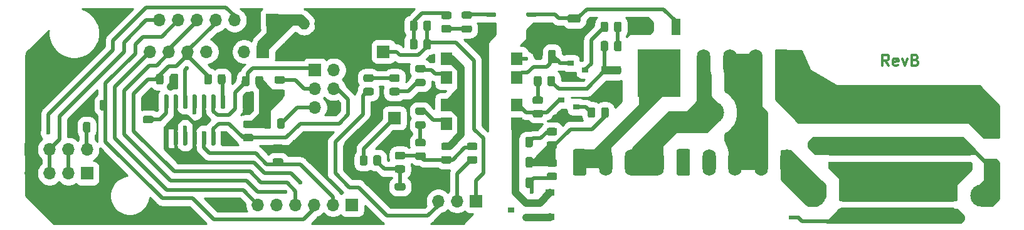
<source format=gtl>
G04 #@! TF.GenerationSoftware,KiCad,Pcbnew,(5.1.9-0-10_14)*
G04 #@! TF.CreationDate,2023-05-20T00:30:08-04:00*
G04 #@! TF.ProjectId,LiBCM-Daughterboard,4c694243-4d2d-4446-9175-676874657262,A*
G04 #@! TF.SameCoordinates,Original*
G04 #@! TF.FileFunction,Copper,L1,Top*
G04 #@! TF.FilePolarity,Positive*
%FSLAX46Y46*%
G04 Gerber Fmt 4.6, Leading zero omitted, Abs format (unit mm)*
G04 Created by KiCad (PCBNEW (5.1.9-0-10_14)) date 2023-05-20 00:30:08*
%MOMM*%
%LPD*%
G01*
G04 APERTURE LIST*
G04 #@! TA.AperFunction,NonConductor*
%ADD10C,0.300000*%
G04 #@! TD*
G04 #@! TA.AperFunction,ComponentPad*
%ADD11C,3.000000*%
G04 #@! TD*
G04 #@! TA.AperFunction,SMDPad,CuDef*
%ADD12R,1.200000X2.200000*%
G04 #@! TD*
G04 #@! TA.AperFunction,SMDPad,CuDef*
%ADD13R,5.800000X6.400000*%
G04 #@! TD*
G04 #@! TA.AperFunction,ComponentPad*
%ADD14O,1.700000X1.700000*%
G04 #@! TD*
G04 #@! TA.AperFunction,ComponentPad*
%ADD15R,1.700000X1.700000*%
G04 #@! TD*
G04 #@! TA.AperFunction,SMDPad,CuDef*
%ADD16R,0.900000X0.800000*%
G04 #@! TD*
G04 #@! TA.AperFunction,ComponentPad*
%ADD17O,1.800000X3.600000*%
G04 #@! TD*
G04 #@! TA.AperFunction,SMDPad,CuDef*
%ADD18R,1.500000X1.780000*%
G04 #@! TD*
G04 #@! TA.AperFunction,ComponentPad*
%ADD19R,2.000000X2.000000*%
G04 #@! TD*
G04 #@! TA.AperFunction,ComponentPad*
%ADD20O,2.000000X2.000000*%
G04 #@! TD*
G04 #@! TA.AperFunction,SMDPad,CuDef*
%ADD21R,1.200000X0.900000*%
G04 #@! TD*
G04 #@! TA.AperFunction,ViaPad*
%ADD22C,0.600000*%
G04 #@! TD*
G04 #@! TA.AperFunction,Conductor*
%ADD23C,0.500000*%
G04 #@! TD*
G04 #@! TA.AperFunction,Conductor*
%ADD24C,1.000000*%
G04 #@! TD*
G04 #@! TA.AperFunction,Conductor*
%ADD25C,1.500000*%
G04 #@! TD*
G04 #@! TA.AperFunction,Conductor*
%ADD26C,0.254000*%
G04 #@! TD*
G04 #@! TA.AperFunction,Conductor*
%ADD27C,0.100000*%
G04 #@! TD*
G04 APERTURE END LIST*
D10*
X214750000Y-134428571D02*
X214250000Y-133714285D01*
X213892857Y-134428571D02*
X213892857Y-132928571D01*
X214464285Y-132928571D01*
X214607142Y-133000000D01*
X214678571Y-133071428D01*
X214750000Y-133214285D01*
X214750000Y-133428571D01*
X214678571Y-133571428D01*
X214607142Y-133642857D01*
X214464285Y-133714285D01*
X213892857Y-133714285D01*
X215964285Y-134357142D02*
X215821428Y-134428571D01*
X215535714Y-134428571D01*
X215392857Y-134357142D01*
X215321428Y-134214285D01*
X215321428Y-133642857D01*
X215392857Y-133500000D01*
X215535714Y-133428571D01*
X215821428Y-133428571D01*
X215964285Y-133500000D01*
X216035714Y-133642857D01*
X216035714Y-133785714D01*
X215321428Y-133928571D01*
X216535714Y-133428571D02*
X216892857Y-134428571D01*
X217250000Y-133428571D01*
X218321428Y-133642857D02*
X218535714Y-133714285D01*
X218607142Y-133785714D01*
X218678571Y-133928571D01*
X218678571Y-134142857D01*
X218607142Y-134285714D01*
X218535714Y-134357142D01*
X218392857Y-134428571D01*
X217821428Y-134428571D01*
X217821428Y-132928571D01*
X218321428Y-132928571D01*
X218464285Y-133000000D01*
X218535714Y-133071428D01*
X218607142Y-133214285D01*
X218607142Y-133357142D01*
X218535714Y-133500000D01*
X218464285Y-133571428D01*
X218321428Y-133642857D01*
X217821428Y-133642857D01*
D11*
G04 #@! TO.P,F1,1*
G04 #@! TO.N,/HVDC_POS_BATT*
X213500000Y-140750000D03*
G04 #@! TO.P,F1,2*
G04 #@! TO.N,/HVDC_POS_AUX*
X191000000Y-140750000D03*
G04 #@! TD*
D12*
G04 #@! TO.P,Q1,1*
G04 #@! TO.N,/Q1_GATE*
X186030000Y-129150000D03*
G04 #@! TO.P,Q1,3*
G04 #@! TO.N,GNDPWR*
X181470000Y-129150000D03*
D13*
G04 #@! TO.P,Q1,2*
G04 #@! TO.N,/HEAT_NEG*
X183750000Y-135450000D03*
G04 #@! TD*
D11*
G04 #@! TO.P,F2,2*
G04 #@! TO.N,/GRID_POS*
X204750000Y-152000000D03*
G04 #@! TO.P,F2,1*
G04 #@! TO.N,/GRID_POS_FUSED*
X227250000Y-152000000D03*
G04 #@! TD*
G04 #@! TO.P,C2,1*
G04 #@! TO.N,+5V*
G04 #@! TA.AperFunction,SMDPad,CuDef*
G36*
G01*
X106950000Y-142275000D02*
X106950000Y-143225000D01*
G75*
G02*
X106700000Y-143475000I-250000J0D01*
G01*
X106200000Y-143475000D01*
G75*
G02*
X105950000Y-143225000I0J250000D01*
G01*
X105950000Y-142275000D01*
G75*
G02*
X106200000Y-142025000I250000J0D01*
G01*
X106700000Y-142025000D01*
G75*
G02*
X106950000Y-142275000I0J-250000D01*
G01*
G37*
G04 #@! TD.AperFunction*
G04 #@! TO.P,C2,2*
G04 #@! TO.N,GND*
G04 #@! TA.AperFunction,SMDPad,CuDef*
G36*
G01*
X105050000Y-142275000D02*
X105050000Y-143225000D01*
G75*
G02*
X104800000Y-143475000I-250000J0D01*
G01*
X104300000Y-143475000D01*
G75*
G02*
X104050000Y-143225000I0J250000D01*
G01*
X104050000Y-142275000D01*
G75*
G02*
X104300000Y-142025000I250000J0D01*
G01*
X104800000Y-142025000D01*
G75*
G02*
X105050000Y-142275000I0J-250000D01*
G01*
G37*
G04 #@! TD.AperFunction*
G04 #@! TD*
G04 #@! TO.P,C3,1*
G04 #@! TO.N,+5V*
G04 #@! TA.AperFunction,SMDPad,CuDef*
G36*
G01*
X135300000Y-129225000D02*
X135300000Y-128275000D01*
G75*
G02*
X135550000Y-128025000I250000J0D01*
G01*
X136050000Y-128025000D01*
G75*
G02*
X136300000Y-128275000I0J-250000D01*
G01*
X136300000Y-129225000D01*
G75*
G02*
X136050000Y-129475000I-250000J0D01*
G01*
X135550000Y-129475000D01*
G75*
G02*
X135300000Y-129225000I0J250000D01*
G01*
G37*
G04 #@! TD.AperFunction*
G04 #@! TO.P,C3,2*
G04 #@! TO.N,GND*
G04 #@! TA.AperFunction,SMDPad,CuDef*
G36*
G01*
X137200000Y-129225000D02*
X137200000Y-128275000D01*
G75*
G02*
X137450000Y-128025000I250000J0D01*
G01*
X137950000Y-128025000D01*
G75*
G02*
X138200000Y-128275000I0J-250000D01*
G01*
X138200000Y-129225000D01*
G75*
G02*
X137950000Y-129475000I-250000J0D01*
G01*
X137450000Y-129475000D01*
G75*
G02*
X137200000Y-129225000I0J250000D01*
G01*
G37*
G04 #@! TD.AperFunction*
G04 #@! TD*
G04 #@! TO.P,C1,2*
G04 #@! TO.N,GND*
G04 #@! TA.AperFunction,SMDPad,CuDef*
G36*
G01*
X128800000Y-139025000D02*
X128800000Y-139975000D01*
G75*
G02*
X128550000Y-140225000I-250000J0D01*
G01*
X128050000Y-140225000D01*
G75*
G02*
X127800000Y-139975000I0J250000D01*
G01*
X127800000Y-139025000D01*
G75*
G02*
X128050000Y-138775000I250000J0D01*
G01*
X128550000Y-138775000D01*
G75*
G02*
X128800000Y-139025000I0J-250000D01*
G01*
G37*
G04 #@! TD.AperFunction*
G04 #@! TO.P,C1,1*
G04 #@! TO.N,/5V_MIMA*
G04 #@! TA.AperFunction,SMDPad,CuDef*
G36*
G01*
X130700000Y-139025000D02*
X130700000Y-139975000D01*
G75*
G02*
X130450000Y-140225000I-250000J0D01*
G01*
X129950000Y-140225000D01*
G75*
G02*
X129700000Y-139975000I0J250000D01*
G01*
X129700000Y-139025000D01*
G75*
G02*
X129950000Y-138775000I250000J0D01*
G01*
X130450000Y-138775000D01*
G75*
G02*
X130700000Y-139025000I0J-250000D01*
G01*
G37*
G04 #@! TD.AperFunction*
G04 #@! TD*
G04 #@! TO.P,C7,1*
G04 #@! TO.N,+5P*
G04 #@! TA.AperFunction,SMDPad,CuDef*
G36*
G01*
X166700000Y-149775000D02*
X166700000Y-150725000D01*
G75*
G02*
X166450000Y-150975000I-250000J0D01*
G01*
X165950000Y-150975000D01*
G75*
G02*
X165700000Y-150725000I0J250000D01*
G01*
X165700000Y-149775000D01*
G75*
G02*
X165950000Y-149525000I250000J0D01*
G01*
X166450000Y-149525000D01*
G75*
G02*
X166700000Y-149775000I0J-250000D01*
G01*
G37*
G04 #@! TD.AperFunction*
G04 #@! TO.P,C7,2*
G04 #@! TO.N,GNDPWR*
G04 #@! TA.AperFunction,SMDPad,CuDef*
G36*
G01*
X164800000Y-149775000D02*
X164800000Y-150725000D01*
G75*
G02*
X164550000Y-150975000I-250000J0D01*
G01*
X164050000Y-150975000D01*
G75*
G02*
X163800000Y-150725000I0J250000D01*
G01*
X163800000Y-149775000D01*
G75*
G02*
X164050000Y-149525000I250000J0D01*
G01*
X164550000Y-149525000D01*
G75*
G02*
X164800000Y-149775000I0J-250000D01*
G01*
G37*
G04 #@! TD.AperFunction*
G04 #@! TD*
D14*
G04 #@! TO.P,J3,7*
G04 #@! TO.N,/CAN_INT*
X116250000Y-128250000D03*
G04 #@! TO.P,J3,6*
G04 #@! TO.N,/SCK*
X118790000Y-128250000D03*
G04 #@! TO.P,J3,5*
G04 #@! TO.N,/MOSI*
X121330000Y-128250000D03*
G04 #@! TO.P,J3,4*
G04 #@! TO.N,/MISO*
X123870000Y-128250000D03*
G04 #@! TO.P,J3,3*
G04 #@! TO.N,/CAN_CS*
X126410000Y-128250000D03*
G04 #@! TO.P,J3,2*
G04 #@! TO.N,GND*
X128950000Y-128250000D03*
D15*
G04 #@! TO.P,J3,1*
G04 #@! TO.N,+5V*
X131490000Y-128250000D03*
G04 #@! TD*
G04 #@! TO.P,J4,1*
G04 #@! TO.N,+5V*
X130250000Y-132500000D03*
D14*
G04 #@! TO.P,J4,2*
G04 #@! TO.N,N/C*
X127710000Y-132500000D03*
G04 #@! TO.P,J4,3*
G04 #@! TO.N,GND*
X125170000Y-132500000D03*
G04 #@! TO.P,J4,4*
G04 #@! TO.N,/SCK*
X122630000Y-132500000D03*
G04 #@! TO.P,J4,5*
G04 #@! TO.N,/MISO*
X120090000Y-132500000D03*
G04 #@! TO.P,J4,6*
G04 #@! TO.N,/MOSI*
X117550000Y-132500000D03*
G04 #@! TO.P,J4,7*
G04 #@! TO.N,/FLASH_CS*
X115010000Y-132500000D03*
G04 #@! TD*
D15*
G04 #@! TO.P,J9,1*
G04 #@! TO.N,/HEATER_EN*
X159000000Y-152750000D03*
D14*
G04 #@! TO.P,J9,2*
G04 #@! TO.N,/GRID_VLIM||SWITCH*
X156460000Y-152750000D03*
G04 #@! TO.P,J9,3*
G04 #@! TO.N,/GRID_ILIM*
X153920000Y-152750000D03*
G04 #@! TO.P,J9,4*
G04 #@! TO.N,GND*
X151380000Y-152750000D03*
G04 #@! TD*
G04 #@! TO.P,R13,2*
G04 #@! TO.N,/VLIM_JOIN*
G04 #@! TA.AperFunction,SMDPad,CuDef*
G36*
G01*
X154549998Y-146650000D02*
X155450002Y-146650000D01*
G75*
G02*
X155700000Y-146899998I0J-249998D01*
G01*
X155700000Y-147425002D01*
G75*
G02*
X155450002Y-147675000I-249998J0D01*
G01*
X154549998Y-147675000D01*
G75*
G02*
X154300000Y-147425002I0J249998D01*
G01*
X154300000Y-146899998D01*
G75*
G02*
X154549998Y-146650000I249998J0D01*
G01*
G37*
G04 #@! TD.AperFunction*
G04 #@! TO.P,R13,1*
G04 #@! TO.N,+5V*
G04 #@! TA.AperFunction,SMDPad,CuDef*
G36*
G01*
X154549998Y-144825000D02*
X155450002Y-144825000D01*
G75*
G02*
X155700000Y-145074998I0J-249998D01*
G01*
X155700000Y-145600002D01*
G75*
G02*
X155450002Y-145850000I-249998J0D01*
G01*
X154549998Y-145850000D01*
G75*
G02*
X154300000Y-145600002I0J249998D01*
G01*
X154300000Y-145074998D01*
G75*
G02*
X154549998Y-144825000I249998J0D01*
G01*
G37*
G04 #@! TD.AperFunction*
G04 #@! TD*
G04 #@! TO.P,R11,1*
G04 #@! TO.N,/ILIM_DIV*
G04 #@! TA.AperFunction,SMDPad,CuDef*
G36*
G01*
X144049998Y-135575000D02*
X144950002Y-135575000D01*
G75*
G02*
X145200000Y-135824998I0J-249998D01*
G01*
X145200000Y-136350002D01*
G75*
G02*
X144950002Y-136600000I-249998J0D01*
G01*
X144049998Y-136600000D01*
G75*
G02*
X143800000Y-136350002I0J249998D01*
G01*
X143800000Y-135824998D01*
G75*
G02*
X144049998Y-135575000I249998J0D01*
G01*
G37*
G04 #@! TD.AperFunction*
G04 #@! TO.P,R11,2*
G04 #@! TO.N,/GRID_ILIM*
G04 #@! TA.AperFunction,SMDPad,CuDef*
G36*
G01*
X144049998Y-137400000D02*
X144950002Y-137400000D01*
G75*
G02*
X145200000Y-137649998I0J-249998D01*
G01*
X145200000Y-138175002D01*
G75*
G02*
X144950002Y-138425000I-249998J0D01*
G01*
X144049998Y-138425000D01*
G75*
G02*
X143800000Y-138175002I0J249998D01*
G01*
X143800000Y-137649998D01*
G75*
G02*
X144049998Y-137400000I249998J0D01*
G01*
G37*
G04 #@! TD.AperFunction*
G04 #@! TD*
G04 #@! TO.P,R8,1*
G04 #@! TO.N,/HEATER_EN*
G04 #@! TA.AperFunction,SMDPad,CuDef*
G36*
G01*
X152925000Y-131049998D02*
X152925000Y-131950002D01*
G75*
G02*
X152675002Y-132200000I-249998J0D01*
G01*
X152149998Y-132200000D01*
G75*
G02*
X151900000Y-131950002I0J249998D01*
G01*
X151900000Y-131049998D01*
G75*
G02*
X152149998Y-130800000I249998J0D01*
G01*
X152675002Y-130800000D01*
G75*
G02*
X152925000Y-131049998I0J-249998D01*
G01*
G37*
G04 #@! TD.AperFunction*
G04 #@! TO.P,R8,2*
G04 #@! TO.N,/LED_DIV*
G04 #@! TA.AperFunction,SMDPad,CuDef*
G36*
G01*
X151100000Y-131049998D02*
X151100000Y-131950002D01*
G75*
G02*
X150850002Y-132200000I-249998J0D01*
G01*
X150324998Y-132200000D01*
G75*
G02*
X150075000Y-131950002I0J249998D01*
G01*
X150075000Y-131049998D01*
G75*
G02*
X150324998Y-130800000I249998J0D01*
G01*
X150850002Y-130800000D01*
G75*
G02*
X151100000Y-131049998I0J-249998D01*
G01*
G37*
G04 #@! TD.AperFunction*
G04 #@! TD*
G04 #@! TO.P,R9,2*
G04 #@! TO.N,/LEDp*
G04 #@! TA.AperFunction,SMDPad,CuDef*
G36*
G01*
X154549998Y-128900000D02*
X155450002Y-128900000D01*
G75*
G02*
X155700000Y-129149998I0J-249998D01*
G01*
X155700000Y-129675002D01*
G75*
G02*
X155450002Y-129925000I-249998J0D01*
G01*
X154549998Y-129925000D01*
G75*
G02*
X154300000Y-129675002I0J249998D01*
G01*
X154300000Y-129149998D01*
G75*
G02*
X154549998Y-128900000I249998J0D01*
G01*
G37*
G04 #@! TD.AperFunction*
G04 #@! TO.P,R9,1*
G04 #@! TO.N,/LED_DIV*
G04 #@! TA.AperFunction,SMDPad,CuDef*
G36*
G01*
X154549998Y-127075000D02*
X155450002Y-127075000D01*
G75*
G02*
X155700000Y-127324998I0J-249998D01*
G01*
X155700000Y-127850002D01*
G75*
G02*
X155450002Y-128100000I-249998J0D01*
G01*
X154549998Y-128100000D01*
G75*
G02*
X154300000Y-127850002I0J249998D01*
G01*
X154300000Y-127324998D01*
G75*
G02*
X154549998Y-127075000I249998J0D01*
G01*
G37*
G04 #@! TD.AperFunction*
G04 #@! TD*
G04 #@! TO.P,R10,2*
G04 #@! TO.N,/LED_DIV*
G04 #@! TA.AperFunction,SMDPad,CuDef*
G36*
G01*
X151100000Y-128549998D02*
X151100000Y-129450002D01*
G75*
G02*
X150850002Y-129700000I-249998J0D01*
G01*
X150324998Y-129700000D01*
G75*
G02*
X150075000Y-129450002I0J249998D01*
G01*
X150075000Y-128549998D01*
G75*
G02*
X150324998Y-128300000I249998J0D01*
G01*
X150850002Y-128300000D01*
G75*
G02*
X151100000Y-128549998I0J-249998D01*
G01*
G37*
G04 #@! TD.AperFunction*
G04 #@! TO.P,R10,1*
G04 #@! TO.N,/HEATER_EN*
G04 #@! TA.AperFunction,SMDPad,CuDef*
G36*
G01*
X152925000Y-128549998D02*
X152925000Y-129450002D01*
G75*
G02*
X152675002Y-129700000I-249998J0D01*
G01*
X152149998Y-129700000D01*
G75*
G02*
X151900000Y-129450002I0J249998D01*
G01*
X151900000Y-128549998D01*
G75*
G02*
X152149998Y-128300000I249998J0D01*
G01*
X152675002Y-128300000D01*
G75*
G02*
X152925000Y-128549998I0J-249998D01*
G01*
G37*
G04 #@! TD.AperFunction*
G04 #@! TD*
G04 #@! TO.P,R15,1*
G04 #@! TO.N,/Q1_GATE*
G04 #@! TA.AperFunction,SMDPad,CuDef*
G36*
G01*
X171624997Y-127475000D02*
X172875003Y-127475000D01*
G75*
G02*
X173125000Y-127724997I0J-249997D01*
G01*
X173125000Y-128350003D01*
G75*
G02*
X172875003Y-128600000I-249997J0D01*
G01*
X171624997Y-128600000D01*
G75*
G02*
X171375000Y-128350003I0J249997D01*
G01*
X171375000Y-127724997D01*
G75*
G02*
X171624997Y-127475000I249997J0D01*
G01*
G37*
G04 #@! TD.AperFunction*
G04 #@! TO.P,R15,2*
G04 #@! TO.N,GNDPWR*
G04 #@! TA.AperFunction,SMDPad,CuDef*
G36*
G01*
X171624997Y-130400000D02*
X172875003Y-130400000D01*
G75*
G02*
X173125000Y-130649997I0J-249997D01*
G01*
X173125000Y-131275003D01*
G75*
G02*
X172875003Y-131525000I-249997J0D01*
G01*
X171624997Y-131525000D01*
G75*
G02*
X171375000Y-131275003I0J249997D01*
G01*
X171375000Y-130649997D01*
G75*
G02*
X171624997Y-130400000I249997J0D01*
G01*
G37*
G04 #@! TD.AperFunction*
G04 #@! TD*
G04 #@! TO.P,R16,2*
G04 #@! TO.N,/HVDC_DIV*
G04 #@! TA.AperFunction,SMDPad,CuDef*
G36*
G01*
X211299998Y-147400000D02*
X212200002Y-147400000D01*
G75*
G02*
X212450000Y-147649998I0J-249998D01*
G01*
X212450000Y-148175002D01*
G75*
G02*
X212200002Y-148425000I-249998J0D01*
G01*
X211299998Y-148425000D01*
G75*
G02*
X211050000Y-148175002I0J249998D01*
G01*
X211050000Y-147649998D01*
G75*
G02*
X211299998Y-147400000I249998J0D01*
G01*
G37*
G04 #@! TD.AperFunction*
G04 #@! TO.P,R16,1*
G04 #@! TO.N,/GRID_POS_FUSED*
G04 #@! TA.AperFunction,SMDPad,CuDef*
G36*
G01*
X211299998Y-145575000D02*
X212200002Y-145575000D01*
G75*
G02*
X212450000Y-145824998I0J-249998D01*
G01*
X212450000Y-146350002D01*
G75*
G02*
X212200002Y-146600000I-249998J0D01*
G01*
X211299998Y-146600000D01*
G75*
G02*
X211050000Y-146350002I0J249998D01*
G01*
X211050000Y-145824998D01*
G75*
G02*
X211299998Y-145575000I249998J0D01*
G01*
G37*
G04 #@! TD.AperFunction*
G04 #@! TD*
G04 #@! TO.P,R17,2*
G04 #@! TO.N,+5P*
G04 #@! TA.AperFunction,SMDPad,CuDef*
G36*
G01*
X208549998Y-153650000D02*
X209450002Y-153650000D01*
G75*
G02*
X209700000Y-153899998I0J-249998D01*
G01*
X209700000Y-154425002D01*
G75*
G02*
X209450002Y-154675000I-249998J0D01*
G01*
X208549998Y-154675000D01*
G75*
G02*
X208300000Y-154425002I0J249998D01*
G01*
X208300000Y-153899998D01*
G75*
G02*
X208549998Y-153650000I249998J0D01*
G01*
G37*
G04 #@! TD.AperFunction*
G04 #@! TO.P,R17,1*
G04 #@! TO.N,/HVDC_DIV*
G04 #@! TA.AperFunction,SMDPad,CuDef*
G36*
G01*
X208549998Y-151825000D02*
X209450002Y-151825000D01*
G75*
G02*
X209700000Y-152074998I0J-249998D01*
G01*
X209700000Y-152600002D01*
G75*
G02*
X209450002Y-152850000I-249998J0D01*
G01*
X208549998Y-152850000D01*
G75*
G02*
X208300000Y-152600002I0J249998D01*
G01*
X208300000Y-152074998D01*
G75*
G02*
X208549998Y-151825000I249998J0D01*
G01*
G37*
G04 #@! TD.AperFunction*
G04 #@! TD*
G04 #@! TO.P,R19,2*
G04 #@! TO.N,/HVDC_DIV*
G04 #@! TA.AperFunction,SMDPad,CuDef*
G36*
G01*
X206799998Y-147400000D02*
X207700002Y-147400000D01*
G75*
G02*
X207950000Y-147649998I0J-249998D01*
G01*
X207950000Y-148175002D01*
G75*
G02*
X207700002Y-148425000I-249998J0D01*
G01*
X206799998Y-148425000D01*
G75*
G02*
X206550000Y-148175002I0J249998D01*
G01*
X206550000Y-147649998D01*
G75*
G02*
X206799998Y-147400000I249998J0D01*
G01*
G37*
G04 #@! TD.AperFunction*
G04 #@! TO.P,R19,1*
G04 #@! TO.N,/GRID_POS_FUSED*
G04 #@! TA.AperFunction,SMDPad,CuDef*
G36*
G01*
X206799998Y-145575000D02*
X207700002Y-145575000D01*
G75*
G02*
X207950000Y-145824998I0J-249998D01*
G01*
X207950000Y-146350002D01*
G75*
G02*
X207700002Y-146600000I-249998J0D01*
G01*
X206799998Y-146600000D01*
G75*
G02*
X206550000Y-146350002I0J249998D01*
G01*
X206550000Y-145824998D01*
G75*
G02*
X206799998Y-145575000I249998J0D01*
G01*
G37*
G04 #@! TD.AperFunction*
G04 #@! TD*
G04 #@! TO.P,R20,2*
G04 #@! TO.N,+5P*
G04 #@! TA.AperFunction,SMDPad,CuDef*
G36*
G01*
X212049998Y-153650000D02*
X212950002Y-153650000D01*
G75*
G02*
X213200000Y-153899998I0J-249998D01*
G01*
X213200000Y-154425002D01*
G75*
G02*
X212950002Y-154675000I-249998J0D01*
G01*
X212049998Y-154675000D01*
G75*
G02*
X211800000Y-154425002I0J249998D01*
G01*
X211800000Y-153899998D01*
G75*
G02*
X212049998Y-153650000I249998J0D01*
G01*
G37*
G04 #@! TD.AperFunction*
G04 #@! TO.P,R20,1*
G04 #@! TO.N,/HVDC_DIV*
G04 #@! TA.AperFunction,SMDPad,CuDef*
G36*
G01*
X212049998Y-151825000D02*
X212950002Y-151825000D01*
G75*
G02*
X213200000Y-152074998I0J-249998D01*
G01*
X213200000Y-152600002D01*
G75*
G02*
X212950002Y-152850000I-249998J0D01*
G01*
X212049998Y-152850000D01*
G75*
G02*
X211800000Y-152600002I0J249998D01*
G01*
X211800000Y-152074998D01*
G75*
G02*
X212049998Y-151825000I249998J0D01*
G01*
G37*
G04 #@! TD.AperFunction*
G04 #@! TD*
D16*
G04 #@! TO.P,U2,3*
G04 #@! TO.N,N/C*
X163750000Y-154000000D03*
G04 #@! TO.P,U2,2*
G04 #@! TO.N,GNDPWR*
X165750000Y-153050000D03*
G04 #@! TO.P,U2,1*
G04 #@! TO.N,+5P*
X165750000Y-154950000D03*
G04 #@! TD*
G04 #@! TO.P,D1,2*
G04 #@! TO.N,/LEDp*
G04 #@! TA.AperFunction,SMDPad,CuDef*
G36*
G01*
X157293750Y-128950000D02*
X158206250Y-128950000D01*
G75*
G02*
X158450000Y-129193750I0J-243750D01*
G01*
X158450000Y-129681250D01*
G75*
G02*
X158206250Y-129925000I-243750J0D01*
G01*
X157293750Y-129925000D01*
G75*
G02*
X157050000Y-129681250I0J243750D01*
G01*
X157050000Y-129193750D01*
G75*
G02*
X157293750Y-128950000I243750J0D01*
G01*
G37*
G04 #@! TD.AperFunction*
G04 #@! TO.P,D1,1*
G04 #@! TO.N,/LEDn*
G04 #@! TA.AperFunction,SMDPad,CuDef*
G36*
G01*
X157293750Y-127075000D02*
X158206250Y-127075000D01*
G75*
G02*
X158450000Y-127318750I0J-243750D01*
G01*
X158450000Y-127806250D01*
G75*
G02*
X158206250Y-128050000I-243750J0D01*
G01*
X157293750Y-128050000D01*
G75*
G02*
X157050000Y-127806250I0J243750D01*
G01*
X157050000Y-127318750D01*
G75*
G02*
X157293750Y-127075000I243750J0D01*
G01*
G37*
G04 #@! TD.AperFunction*
G04 #@! TD*
G04 #@! TO.P,D2,1*
G04 #@! TO.N,/ILIM_LED2*
G04 #@! TA.AperFunction,SMDPad,CuDef*
G36*
G01*
X151956250Y-137175000D02*
X151043750Y-137175000D01*
G75*
G02*
X150800000Y-136931250I0J243750D01*
G01*
X150800000Y-136443750D01*
G75*
G02*
X151043750Y-136200000I243750J0D01*
G01*
X151956250Y-136200000D01*
G75*
G02*
X152200000Y-136443750I0J-243750D01*
G01*
X152200000Y-136931250D01*
G75*
G02*
X151956250Y-137175000I-243750J0D01*
G01*
G37*
G04 #@! TD.AperFunction*
G04 #@! TO.P,D2,2*
G04 #@! TO.N,/ILIM_LED*
G04 #@! TA.AperFunction,SMDPad,CuDef*
G36*
G01*
X151956250Y-135300000D02*
X151043750Y-135300000D01*
G75*
G02*
X150800000Y-135056250I0J243750D01*
G01*
X150800000Y-134568750D01*
G75*
G02*
X151043750Y-134325000I243750J0D01*
G01*
X151956250Y-134325000D01*
G75*
G02*
X152200000Y-134568750I0J-243750D01*
G01*
X152200000Y-135056250D01*
G75*
G02*
X151956250Y-135300000I-243750J0D01*
G01*
G37*
G04 #@! TD.AperFunction*
G04 #@! TD*
D15*
G04 #@! TO.P,J12,1*
G04 #@! TO.N,/SWITCH*
X148000000Y-141500000D03*
D14*
G04 #@! TO.P,J12,2*
G04 #@! TO.N,GND*
X145460000Y-141500000D03*
G04 #@! TD*
D15*
G04 #@! TO.P,J5,1*
G04 #@! TO.N,/MISO_MIMA*
X137250000Y-135000000D03*
D14*
G04 #@! TO.P,J5,2*
G04 #@! TO.N,/5V_MIMA*
X139790000Y-135000000D03*
G04 #@! TO.P,J5,3*
G04 #@! TO.N,/SCK_MIMA*
X137250000Y-137540000D03*
G04 #@! TO.P,J5,4*
G04 #@! TO.N,/MOSI_MIMA*
X139790000Y-137540000D03*
G04 #@! TO.P,J5,5*
G04 #@! TO.N,/CS_MIMA*
X137250000Y-140080000D03*
G04 #@! TO.P,J5,6*
G04 #@! TO.N,GND*
X139790000Y-140080000D03*
G04 #@! TD*
G04 #@! TO.P,J10,1*
G04 #@! TO.N,/HVDC_POS_BATT*
G04 #@! TA.AperFunction,ComponentPad*
G36*
G01*
X201150000Y-132450000D02*
X201150000Y-135550000D01*
G75*
G02*
X200900000Y-135800000I-250000J0D01*
G01*
X199600000Y-135800000D01*
G75*
G02*
X199350000Y-135550000I0J250000D01*
G01*
X199350000Y-132450000D01*
G75*
G02*
X199600000Y-132200000I250000J0D01*
G01*
X200900000Y-132200000D01*
G75*
G02*
X201150000Y-132450000I0J-250000D01*
G01*
G37*
G04 #@! TD.AperFunction*
D17*
G04 #@! TO.P,J10,2*
G04 #@! TO.N,GNDPWR*
X196750000Y-134000000D03*
G04 #@! TO.P,J10,3*
X193250000Y-134000000D03*
G04 #@! TO.P,J10,4*
G04 #@! TO.N,/HVDC_POS_AUX*
X189750000Y-134000000D03*
G04 #@! TD*
G04 #@! TO.P,J11,1*
G04 #@! TO.N,/HEAT_NEG*
G04 #@! TA.AperFunction,ComponentPad*
G36*
G01*
X172100000Y-149050000D02*
X172100000Y-145950000D01*
G75*
G02*
X172350000Y-145700000I250000J0D01*
G01*
X173650000Y-145700000D01*
G75*
G02*
X173900000Y-145950000I0J-250000D01*
G01*
X173900000Y-149050000D01*
G75*
G02*
X173650000Y-149300000I-250000J0D01*
G01*
X172350000Y-149300000D01*
G75*
G02*
X172100000Y-149050000I0J250000D01*
G01*
G37*
G04 #@! TD.AperFunction*
G04 #@! TO.P,J11,2*
X176500000Y-147500000D03*
G04 #@! TO.P,J11,3*
G04 #@! TO.N,/HVDC_POS_AUX*
X180000000Y-147500000D03*
G04 #@! TO.P,J11,4*
X183500000Y-147500000D03*
G04 #@! TD*
G04 #@! TO.P,R12,2*
G04 #@! TO.N,/VLIM_JOIN*
G04 #@! TA.AperFunction,SMDPad,CuDef*
G36*
G01*
X151049998Y-146150000D02*
X151950002Y-146150000D01*
G75*
G02*
X152200000Y-146399998I0J-249998D01*
G01*
X152200000Y-146925002D01*
G75*
G02*
X151950002Y-147175000I-249998J0D01*
G01*
X151049998Y-147175000D01*
G75*
G02*
X150800000Y-146925002I0J249998D01*
G01*
X150800000Y-146399998D01*
G75*
G02*
X151049998Y-146150000I249998J0D01*
G01*
G37*
G04 #@! TD.AperFunction*
G04 #@! TO.P,R12,1*
G04 #@! TO.N,/VLIM_LEDn*
G04 #@! TA.AperFunction,SMDPad,CuDef*
G36*
G01*
X151049998Y-144325000D02*
X151950002Y-144325000D01*
G75*
G02*
X152200000Y-144574998I0J-249998D01*
G01*
X152200000Y-145100002D01*
G75*
G02*
X151950002Y-145350000I-249998J0D01*
G01*
X151049998Y-145350000D01*
G75*
G02*
X150800000Y-145100002I0J249998D01*
G01*
X150800000Y-144574998D01*
G75*
G02*
X151049998Y-144325000I249998J0D01*
G01*
G37*
G04 #@! TD.AperFunction*
G04 #@! TD*
G04 #@! TO.P,R14,1*
G04 #@! TO.N,/ILIM_LED2*
G04 #@! TA.AperFunction,SMDPad,CuDef*
G36*
G01*
X148450002Y-138425000D02*
X147549998Y-138425000D01*
G75*
G02*
X147300000Y-138175002I0J249998D01*
G01*
X147300000Y-137649998D01*
G75*
G02*
X147549998Y-137400000I249998J0D01*
G01*
X148450002Y-137400000D01*
G75*
G02*
X148700000Y-137649998I0J-249998D01*
G01*
X148700000Y-138175002D01*
G75*
G02*
X148450002Y-138425000I-249998J0D01*
G01*
G37*
G04 #@! TD.AperFunction*
G04 #@! TO.P,R14,2*
G04 #@! TO.N,/ILIM_DIV*
G04 #@! TA.AperFunction,SMDPad,CuDef*
G36*
G01*
X148450002Y-136600000D02*
X147549998Y-136600000D01*
G75*
G02*
X147300000Y-136350002I0J249998D01*
G01*
X147300000Y-135824998D01*
G75*
G02*
X147549998Y-135575000I249998J0D01*
G01*
X148450002Y-135575000D01*
G75*
G02*
X148700000Y-135824998I0J-249998D01*
G01*
X148700000Y-136350002D01*
G75*
G02*
X148450002Y-136600000I-249998J0D01*
G01*
G37*
G04 #@! TD.AperFunction*
G04 #@! TD*
D18*
G04 #@! TO.P,U3,1*
G04 #@! TO.N,+5V*
X154985000Y-133480000D03*
G04 #@! TO.P,U3,3*
G04 #@! TO.N,/ILIM_ISO*
X164515000Y-136020000D03*
G04 #@! TO.P,U3,2*
G04 #@! TO.N,/ILIM_LED*
X154985000Y-136020000D03*
G04 #@! TO.P,U3,4*
G04 #@! TO.N,+5P*
X164515000Y-133480000D03*
G04 #@! TD*
D15*
G04 #@! TO.P,J8,1*
G04 #@! TO.N,/HEATER_EN*
X146500000Y-132500000D03*
D14*
G04 #@! TO.P,J8,2*
G04 #@! TO.N,GND*
X146500000Y-129960000D03*
G04 #@! TD*
D15*
G04 #@! TO.P,J7,1*
G04 #@! TO.N,+5V*
X142250000Y-153250000D03*
D14*
G04 #@! TO.P,J7,2*
G04 #@! TO.N,/MOSI*
X139710000Y-153250000D03*
G04 #@! TO.P,J7,3*
G04 #@! TO.N,/SCK*
X137170000Y-153250000D03*
G04 #@! TO.P,J7,4*
G04 #@! TO.N,/MISO*
X134630000Y-153250000D03*
G04 #@! TO.P,J7,5*
G04 #@! TO.N,/LiCONTROL_CS*
X132090000Y-153250000D03*
G04 #@! TO.P,J7,6*
G04 #@! TO.N,/FLASH_CS*
X129550000Y-153250000D03*
G04 #@! TO.P,J7,7*
G04 #@! TO.N,GND*
X127010000Y-153250000D03*
G04 #@! TO.P,J7,8*
X124470000Y-153250000D03*
G04 #@! TD*
D15*
G04 #@! TO.P,J6,1*
G04 #@! TO.N,GND*
X98880000Y-145750000D03*
D14*
G04 #@! TO.P,J6,2*
G04 #@! TO.N,/CAN_INT*
X101420000Y-145750000D03*
G04 #@! TO.P,J6,3*
G04 #@! TO.N,/CAN_CS*
X103960000Y-145750000D03*
G04 #@! TO.P,J6,4*
G04 #@! TO.N,+5V*
X106500000Y-145750000D03*
G04 #@! TD*
D19*
G04 #@! TO.P,D3,1*
G04 #@! TO.N,/HVDC_POS_BATT*
X228570000Y-143220000D03*
D20*
G04 #@! TO.P,D3,2*
G04 #@! TO.N,/GRID_POS_FUSED*
X228570000Y-148300000D03*
G04 #@! TD*
G04 #@! TO.P,C9,1*
G04 #@! TO.N,/MISO*
G04 #@! TA.AperFunction,SMDPad,CuDef*
G36*
G01*
X115800000Y-136725000D02*
X115800000Y-135775000D01*
G75*
G02*
X116050000Y-135525000I250000J0D01*
G01*
X116550000Y-135525000D01*
G75*
G02*
X116800000Y-135775000I0J-250000D01*
G01*
X116800000Y-136725000D01*
G75*
G02*
X116550000Y-136975000I-250000J0D01*
G01*
X116050000Y-136975000D01*
G75*
G02*
X115800000Y-136725000I0J250000D01*
G01*
G37*
G04 #@! TD.AperFunction*
G04 #@! TO.P,C9,2*
G04 #@! TO.N,GND*
G04 #@! TA.AperFunction,SMDPad,CuDef*
G36*
G01*
X117700000Y-136725000D02*
X117700000Y-135775000D01*
G75*
G02*
X117950000Y-135525000I250000J0D01*
G01*
X118450000Y-135525000D01*
G75*
G02*
X118700000Y-135775000I0J-250000D01*
G01*
X118700000Y-136725000D01*
G75*
G02*
X118450000Y-136975000I-250000J0D01*
G01*
X117950000Y-136975000D01*
G75*
G02*
X117700000Y-136725000I0J250000D01*
G01*
G37*
G04 #@! TD.AperFunction*
G04 #@! TD*
G04 #@! TO.P,C10,2*
G04 #@! TO.N,GND*
G04 #@! TA.AperFunction,SMDPad,CuDef*
G36*
G01*
X107300000Y-139275000D02*
X107300000Y-140225000D01*
G75*
G02*
X107050000Y-140475000I-250000J0D01*
G01*
X106550000Y-140475000D01*
G75*
G02*
X106300000Y-140225000I0J250000D01*
G01*
X106300000Y-139275000D01*
G75*
G02*
X106550000Y-139025000I250000J0D01*
G01*
X107050000Y-139025000D01*
G75*
G02*
X107300000Y-139275000I0J-250000D01*
G01*
G37*
G04 #@! TD.AperFunction*
G04 #@! TO.P,C10,1*
G04 #@! TO.N,/SCK*
G04 #@! TA.AperFunction,SMDPad,CuDef*
G36*
G01*
X109200000Y-139275000D02*
X109200000Y-140225000D01*
G75*
G02*
X108950000Y-140475000I-250000J0D01*
G01*
X108450000Y-140475000D01*
G75*
G02*
X108200000Y-140225000I0J250000D01*
G01*
X108200000Y-139275000D01*
G75*
G02*
X108450000Y-139025000I250000J0D01*
G01*
X108950000Y-139025000D01*
G75*
G02*
X109200000Y-139275000I0J-250000D01*
G01*
G37*
G04 #@! TD.AperFunction*
G04 #@! TD*
G04 #@! TO.P,C11,1*
G04 #@! TO.N,/MOSI*
G04 #@! TA.AperFunction,SMDPad,CuDef*
G36*
G01*
X132725000Y-147950000D02*
X131775000Y-147950000D01*
G75*
G02*
X131525000Y-147700000I0J250000D01*
G01*
X131525000Y-147200000D01*
G75*
G02*
X131775000Y-146950000I250000J0D01*
G01*
X132725000Y-146950000D01*
G75*
G02*
X132975000Y-147200000I0J-250000D01*
G01*
X132975000Y-147700000D01*
G75*
G02*
X132725000Y-147950000I-250000J0D01*
G01*
G37*
G04 #@! TD.AperFunction*
G04 #@! TO.P,C11,2*
G04 #@! TO.N,GND*
G04 #@! TA.AperFunction,SMDPad,CuDef*
G36*
G01*
X132725000Y-146050000D02*
X131775000Y-146050000D01*
G75*
G02*
X131525000Y-145800000I0J250000D01*
G01*
X131525000Y-145300000D01*
G75*
G02*
X131775000Y-145050000I250000J0D01*
G01*
X132725000Y-145050000D01*
G75*
G02*
X132975000Y-145300000I0J-250000D01*
G01*
X132975000Y-145800000D01*
G75*
G02*
X132725000Y-146050000I-250000J0D01*
G01*
G37*
G04 #@! TD.AperFunction*
G04 #@! TD*
D15*
G04 #@! TO.P,J2,1*
G04 #@! TO.N,+5V*
X106500000Y-149000000D03*
D14*
G04 #@! TO.P,J2,2*
G04 #@! TO.N,/CAN_CS*
X103960000Y-149000000D03*
G04 #@! TO.P,J2,3*
G04 #@! TO.N,/CAN_INT*
X101420000Y-149000000D03*
G04 #@! TO.P,J2,4*
G04 #@! TO.N,GND*
X98880000Y-149000000D03*
G04 #@! TD*
D21*
G04 #@! TO.P,D4,1*
G04 #@! TO.N,+5P*
X169000000Y-154900000D03*
G04 #@! TO.P,D4,2*
G04 #@! TO.N,GNDPWR*
X169000000Y-151600000D03*
G04 #@! TD*
G04 #@! TO.P,C4,2*
G04 #@! TO.N,GND*
G04 #@! TA.AperFunction,SMDPad,CuDef*
G36*
G01*
X148275000Y-152200000D02*
X149225000Y-152200000D01*
G75*
G02*
X149475000Y-152450000I0J-250000D01*
G01*
X149475000Y-152950000D01*
G75*
G02*
X149225000Y-153200000I-250000J0D01*
G01*
X148275000Y-153200000D01*
G75*
G02*
X148025000Y-152950000I0J250000D01*
G01*
X148025000Y-152450000D01*
G75*
G02*
X148275000Y-152200000I250000J0D01*
G01*
G37*
G04 #@! TD.AperFunction*
G04 #@! TO.P,C4,1*
G04 #@! TO.N,/SW_DIV*
G04 #@! TA.AperFunction,SMDPad,CuDef*
G36*
G01*
X148275000Y-150300000D02*
X149225000Y-150300000D01*
G75*
G02*
X149475000Y-150550000I0J-250000D01*
G01*
X149475000Y-151050000D01*
G75*
G02*
X149225000Y-151300000I-250000J0D01*
G01*
X148275000Y-151300000D01*
G75*
G02*
X148025000Y-151050000I0J250000D01*
G01*
X148025000Y-150550000D01*
G75*
G02*
X148275000Y-150300000I250000J0D01*
G01*
G37*
G04 #@! TD.AperFunction*
G04 #@! TD*
G04 #@! TO.P,C8,1*
G04 #@! TO.N,/CHARGER_LIMIT_VOLTAGE*
G04 #@! TA.AperFunction,SMDPad,CuDef*
G36*
G01*
X166700000Y-147025000D02*
X166700000Y-147975000D01*
G75*
G02*
X166450000Y-148225000I-250000J0D01*
G01*
X165950000Y-148225000D01*
G75*
G02*
X165700000Y-147975000I0J250000D01*
G01*
X165700000Y-147025000D01*
G75*
G02*
X165950000Y-146775000I250000J0D01*
G01*
X166450000Y-146775000D01*
G75*
G02*
X166700000Y-147025000I0J-250000D01*
G01*
G37*
G04 #@! TD.AperFunction*
G04 #@! TO.P,C8,2*
G04 #@! TO.N,GNDPWR*
G04 #@! TA.AperFunction,SMDPad,CuDef*
G36*
G01*
X164800000Y-147025000D02*
X164800000Y-147975000D01*
G75*
G02*
X164550000Y-148225000I-250000J0D01*
G01*
X164050000Y-148225000D01*
G75*
G02*
X163800000Y-147975000I0J250000D01*
G01*
X163800000Y-147025000D01*
G75*
G02*
X164050000Y-146775000I250000J0D01*
G01*
X164550000Y-146775000D01*
G75*
G02*
X164800000Y-147025000I0J-250000D01*
G01*
G37*
G04 #@! TD.AperFunction*
G04 #@! TD*
G04 #@! TO.P,D5,1*
G04 #@! TO.N,/VLIM_LEDn*
G04 #@! TA.AperFunction,SMDPad,CuDef*
G36*
G01*
X151956250Y-142925000D02*
X151043750Y-142925000D01*
G75*
G02*
X150800000Y-142681250I0J243750D01*
G01*
X150800000Y-142193750D01*
G75*
G02*
X151043750Y-141950000I243750J0D01*
G01*
X151956250Y-141950000D01*
G75*
G02*
X152200000Y-142193750I0J-243750D01*
G01*
X152200000Y-142681250D01*
G75*
G02*
X151956250Y-142925000I-243750J0D01*
G01*
G37*
G04 #@! TD.AperFunction*
G04 #@! TO.P,D5,2*
G04 #@! TO.N,/VLIM_LEDp*
G04 #@! TA.AperFunction,SMDPad,CuDef*
G36*
G01*
X151956250Y-141050000D02*
X151043750Y-141050000D01*
G75*
G02*
X150800000Y-140806250I0J243750D01*
G01*
X150800000Y-140318750D01*
G75*
G02*
X151043750Y-140075000I243750J0D01*
G01*
X151956250Y-140075000D01*
G75*
G02*
X152200000Y-140318750I0J-243750D01*
G01*
X152200000Y-140806250D01*
G75*
G02*
X151956250Y-141050000I-243750J0D01*
G01*
G37*
G04 #@! TD.AperFunction*
G04 #@! TD*
D16*
G04 #@! TO.P,Q2,3*
G04 #@! TO.N,/VLIMd*
X172550000Y-140000000D03*
G04 #@! TO.P,Q2,2*
G04 #@! TO.N,GNDPWR*
X170550000Y-140950000D03*
G04 #@! TO.P,Q2,1*
G04 #@! TO.N,/VLIM_ISO*
X170550000Y-139050000D03*
G04 #@! TD*
G04 #@! TO.P,Q3,1*
G04 #@! TO.N,/ILIM_ISO*
X171750000Y-134050000D03*
G04 #@! TO.P,Q3,2*
G04 #@! TO.N,GNDPWR*
X171750000Y-135950000D03*
G04 #@! TO.P,Q3,3*
G04 #@! TO.N,/ILIM_DIV2*
X173750000Y-135000000D03*
G04 #@! TD*
G04 #@! TO.P,R1,2*
G04 #@! TO.N,/VLIM_JOIN*
G04 #@! TA.AperFunction,SMDPad,CuDef*
G36*
G01*
X149200001Y-147100000D02*
X148299999Y-147100000D01*
G75*
G02*
X148050000Y-146850001I0J249999D01*
G01*
X148050000Y-146324999D01*
G75*
G02*
X148299999Y-146075000I249999J0D01*
G01*
X149200001Y-146075000D01*
G75*
G02*
X149450000Y-146324999I0J-249999D01*
G01*
X149450000Y-146850001D01*
G75*
G02*
X149200001Y-147100000I-249999J0D01*
G01*
G37*
G04 #@! TD.AperFunction*
G04 #@! TO.P,R1,1*
G04 #@! TO.N,/SW_DIV*
G04 #@! TA.AperFunction,SMDPad,CuDef*
G36*
G01*
X149200001Y-148925000D02*
X148299999Y-148925000D01*
G75*
G02*
X148050000Y-148675001I0J249999D01*
G01*
X148050000Y-148149999D01*
G75*
G02*
X148299999Y-147900000I249999J0D01*
G01*
X149200001Y-147900000D01*
G75*
G02*
X149450000Y-148149999I0J-249999D01*
G01*
X149450000Y-148675001D01*
G75*
G02*
X149200001Y-148925000I-249999J0D01*
G01*
G37*
G04 #@! TD.AperFunction*
G04 #@! TD*
G04 #@! TO.P,R2,1*
G04 #@! TO.N,/VLIM_JOIN*
G04 #@! TA.AperFunction,SMDPad,CuDef*
G36*
G01*
X158049999Y-144825000D02*
X158950001Y-144825000D01*
G75*
G02*
X159200000Y-145074999I0J-249999D01*
G01*
X159200000Y-145600001D01*
G75*
G02*
X158950001Y-145850000I-249999J0D01*
G01*
X158049999Y-145850000D01*
G75*
G02*
X157800000Y-145600001I0J249999D01*
G01*
X157800000Y-145074999D01*
G75*
G02*
X158049999Y-144825000I249999J0D01*
G01*
G37*
G04 #@! TD.AperFunction*
G04 #@! TO.P,R2,2*
G04 #@! TO.N,/GRID_VLIM||SWITCH*
G04 #@! TA.AperFunction,SMDPad,CuDef*
G36*
G01*
X158049999Y-146650000D02*
X158950001Y-146650000D01*
G75*
G02*
X159200000Y-146899999I0J-249999D01*
G01*
X159200000Y-147425001D01*
G75*
G02*
X158950001Y-147675000I-249999J0D01*
G01*
X158049999Y-147675000D01*
G75*
G02*
X157800000Y-147425001I0J249999D01*
G01*
X157800000Y-146899999D01*
G75*
G02*
X158049999Y-146650000I249999J0D01*
G01*
G37*
G04 #@! TD.AperFunction*
G04 #@! TD*
G04 #@! TO.P,R3,2*
G04 #@! TO.N,/HVDC_DIV*
G04 #@! TA.AperFunction,SMDPad,CuDef*
G36*
G01*
X224799999Y-147400000D02*
X225700001Y-147400000D01*
G75*
G02*
X225950000Y-147649999I0J-249999D01*
G01*
X225950000Y-148175001D01*
G75*
G02*
X225700001Y-148425000I-249999J0D01*
G01*
X224799999Y-148425000D01*
G75*
G02*
X224550000Y-148175001I0J249999D01*
G01*
X224550000Y-147649999D01*
G75*
G02*
X224799999Y-147400000I249999J0D01*
G01*
G37*
G04 #@! TD.AperFunction*
G04 #@! TO.P,R3,1*
G04 #@! TO.N,/GRID_POS_FUSED*
G04 #@! TA.AperFunction,SMDPad,CuDef*
G36*
G01*
X224799999Y-145575000D02*
X225700001Y-145575000D01*
G75*
G02*
X225950000Y-145824999I0J-249999D01*
G01*
X225950000Y-146350001D01*
G75*
G02*
X225700001Y-146600000I-249999J0D01*
G01*
X224799999Y-146600000D01*
G75*
G02*
X224550000Y-146350001I0J249999D01*
G01*
X224550000Y-145824999D01*
G75*
G02*
X224799999Y-145575000I249999J0D01*
G01*
G37*
G04 #@! TD.AperFunction*
G04 #@! TD*
G04 #@! TO.P,R4,2*
G04 #@! TO.N,+5P*
G04 #@! TA.AperFunction,SMDPad,CuDef*
G36*
G01*
X222549999Y-153650000D02*
X223450001Y-153650000D01*
G75*
G02*
X223700000Y-153899999I0J-249999D01*
G01*
X223700000Y-154425001D01*
G75*
G02*
X223450001Y-154675000I-249999J0D01*
G01*
X222549999Y-154675000D01*
G75*
G02*
X222300000Y-154425001I0J249999D01*
G01*
X222300000Y-153899999D01*
G75*
G02*
X222549999Y-153650000I249999J0D01*
G01*
G37*
G04 #@! TD.AperFunction*
G04 #@! TO.P,R4,1*
G04 #@! TO.N,/HVDC_DIV*
G04 #@! TA.AperFunction,SMDPad,CuDef*
G36*
G01*
X222549999Y-151825000D02*
X223450001Y-151825000D01*
G75*
G02*
X223700000Y-152074999I0J-249999D01*
G01*
X223700000Y-152600001D01*
G75*
G02*
X223450001Y-152850000I-249999J0D01*
G01*
X222549999Y-152850000D01*
G75*
G02*
X222300000Y-152600001I0J249999D01*
G01*
X222300000Y-152074999D01*
G75*
G02*
X222549999Y-151825000I249999J0D01*
G01*
G37*
G04 #@! TD.AperFunction*
G04 #@! TD*
G04 #@! TO.P,R5,1*
G04 #@! TO.N,/GRID_POS_FUSED*
G04 #@! TA.AperFunction,SMDPad,CuDef*
G36*
G01*
X220299999Y-145575000D02*
X221200001Y-145575000D01*
G75*
G02*
X221450000Y-145824999I0J-249999D01*
G01*
X221450000Y-146350001D01*
G75*
G02*
X221200001Y-146600000I-249999J0D01*
G01*
X220299999Y-146600000D01*
G75*
G02*
X220050000Y-146350001I0J249999D01*
G01*
X220050000Y-145824999D01*
G75*
G02*
X220299999Y-145575000I249999J0D01*
G01*
G37*
G04 #@! TD.AperFunction*
G04 #@! TO.P,R5,2*
G04 #@! TO.N,/HVDC_DIV*
G04 #@! TA.AperFunction,SMDPad,CuDef*
G36*
G01*
X220299999Y-147400000D02*
X221200001Y-147400000D01*
G75*
G02*
X221450000Y-147649999I0J-249999D01*
G01*
X221450000Y-148175001D01*
G75*
G02*
X221200001Y-148425000I-249999J0D01*
G01*
X220299999Y-148425000D01*
G75*
G02*
X220050000Y-148175001I0J249999D01*
G01*
X220050000Y-147649999D01*
G75*
G02*
X220299999Y-147400000I249999J0D01*
G01*
G37*
G04 #@! TD.AperFunction*
G04 #@! TD*
G04 #@! TO.P,R6,1*
G04 #@! TO.N,/HVDC_DIV*
G04 #@! TA.AperFunction,SMDPad,CuDef*
G36*
G01*
X215549999Y-151825000D02*
X216450001Y-151825000D01*
G75*
G02*
X216700000Y-152074999I0J-249999D01*
G01*
X216700000Y-152600001D01*
G75*
G02*
X216450001Y-152850000I-249999J0D01*
G01*
X215549999Y-152850000D01*
G75*
G02*
X215300000Y-152600001I0J249999D01*
G01*
X215300000Y-152074999D01*
G75*
G02*
X215549999Y-151825000I249999J0D01*
G01*
G37*
G04 #@! TD.AperFunction*
G04 #@! TO.P,R6,2*
G04 #@! TO.N,+5P*
G04 #@! TA.AperFunction,SMDPad,CuDef*
G36*
G01*
X215549999Y-153650000D02*
X216450001Y-153650000D01*
G75*
G02*
X216700000Y-153899999I0J-249999D01*
G01*
X216700000Y-154425001D01*
G75*
G02*
X216450001Y-154675000I-249999J0D01*
G01*
X215549999Y-154675000D01*
G75*
G02*
X215300000Y-154425001I0J249999D01*
G01*
X215300000Y-153899999D01*
G75*
G02*
X215549999Y-153650000I249999J0D01*
G01*
G37*
G04 #@! TD.AperFunction*
G04 #@! TD*
G04 #@! TO.P,R7,1*
G04 #@! TO.N,/GRID_POS_FUSED*
G04 #@! TA.AperFunction,SMDPad,CuDef*
G36*
G01*
X215799999Y-145575000D02*
X216700001Y-145575000D01*
G75*
G02*
X216950000Y-145824999I0J-249999D01*
G01*
X216950000Y-146350001D01*
G75*
G02*
X216700001Y-146600000I-249999J0D01*
G01*
X215799999Y-146600000D01*
G75*
G02*
X215550000Y-146350001I0J249999D01*
G01*
X215550000Y-145824999D01*
G75*
G02*
X215799999Y-145575000I249999J0D01*
G01*
G37*
G04 #@! TD.AperFunction*
G04 #@! TO.P,R7,2*
G04 #@! TO.N,/HVDC_DIV*
G04 #@! TA.AperFunction,SMDPad,CuDef*
G36*
G01*
X215799999Y-147400000D02*
X216700001Y-147400000D01*
G75*
G02*
X216950000Y-147649999I0J-249999D01*
G01*
X216950000Y-148175001D01*
G75*
G02*
X216700001Y-148425000I-249999J0D01*
G01*
X215799999Y-148425000D01*
G75*
G02*
X215550000Y-148175001I0J249999D01*
G01*
X215550000Y-147649999D01*
G75*
G02*
X215799999Y-147400000I249999J0D01*
G01*
G37*
G04 #@! TD.AperFunction*
G04 #@! TD*
G04 #@! TO.P,R18,2*
G04 #@! TO.N,+5P*
G04 #@! TA.AperFunction,SMDPad,CuDef*
G36*
G01*
X219049999Y-153650000D02*
X219950001Y-153650000D01*
G75*
G02*
X220200000Y-153899999I0J-249999D01*
G01*
X220200000Y-154425001D01*
G75*
G02*
X219950001Y-154675000I-249999J0D01*
G01*
X219049999Y-154675000D01*
G75*
G02*
X218800000Y-154425001I0J249999D01*
G01*
X218800000Y-153899999D01*
G75*
G02*
X219049999Y-153650000I249999J0D01*
G01*
G37*
G04 #@! TD.AperFunction*
G04 #@! TO.P,R18,1*
G04 #@! TO.N,/HVDC_DIV*
G04 #@! TA.AperFunction,SMDPad,CuDef*
G36*
G01*
X219049999Y-151825000D02*
X219950001Y-151825000D01*
G75*
G02*
X220200000Y-152074999I0J-249999D01*
G01*
X220200000Y-152600001D01*
G75*
G02*
X219950001Y-152850000I-249999J0D01*
G01*
X219049999Y-152850000D01*
G75*
G02*
X218800000Y-152600001I0J249999D01*
G01*
X218800000Y-152074999D01*
G75*
G02*
X219049999Y-151825000I249999J0D01*
G01*
G37*
G04 #@! TD.AperFunction*
G04 #@! TD*
G04 #@! TO.P,R21,1*
G04 #@! TO.N,/SWITCH*
G04 #@! TA.AperFunction,SMDPad,CuDef*
G36*
G01*
X143325000Y-147700001D02*
X143325000Y-146799999D01*
G75*
G02*
X143574999Y-146550000I249999J0D01*
G01*
X144100001Y-146550000D01*
G75*
G02*
X144350000Y-146799999I0J-249999D01*
G01*
X144350000Y-147700001D01*
G75*
G02*
X144100001Y-147950000I-249999J0D01*
G01*
X143574999Y-147950000D01*
G75*
G02*
X143325000Y-147700001I0J249999D01*
G01*
G37*
G04 #@! TD.AperFunction*
G04 #@! TO.P,R21,2*
G04 #@! TO.N,/SW_DIV*
G04 #@! TA.AperFunction,SMDPad,CuDef*
G36*
G01*
X145150000Y-147700001D02*
X145150000Y-146799999D01*
G75*
G02*
X145399999Y-146550000I249999J0D01*
G01*
X145925001Y-146550000D01*
G75*
G02*
X146175000Y-146799999I0J-249999D01*
G01*
X146175000Y-147700001D01*
G75*
G02*
X145925001Y-147950000I-249999J0D01*
G01*
X145399999Y-147950000D01*
G75*
G02*
X145150000Y-147700001I0J249999D01*
G01*
G37*
G04 #@! TD.AperFunction*
G04 #@! TD*
G04 #@! TO.P,R22,2*
G04 #@! TO.N,/ILIM_DIV2*
G04 #@! TA.AperFunction,SMDPad,CuDef*
G36*
G01*
X176850000Y-128699999D02*
X176850000Y-129600001D01*
G75*
G02*
X176600001Y-129850000I-249999J0D01*
G01*
X176074999Y-129850000D01*
G75*
G02*
X175825000Y-129600001I0J249999D01*
G01*
X175825000Y-128699999D01*
G75*
G02*
X176074999Y-128450000I249999J0D01*
G01*
X176600001Y-128450000D01*
G75*
G02*
X176850000Y-128699999I0J-249999D01*
G01*
G37*
G04 #@! TD.AperFunction*
G04 #@! TO.P,R22,1*
G04 #@! TO.N,/ILIM_DIV1*
G04 #@! TA.AperFunction,SMDPad,CuDef*
G36*
G01*
X178675000Y-128699999D02*
X178675000Y-129600001D01*
G75*
G02*
X178425001Y-129850000I-249999J0D01*
G01*
X177899999Y-129850000D01*
G75*
G02*
X177650000Y-129600001I0J249999D01*
G01*
X177650000Y-128699999D01*
G75*
G02*
X177899999Y-128450000I249999J0D01*
G01*
X178425001Y-128450000D01*
G75*
G02*
X178675000Y-128699999I0J-249999D01*
G01*
G37*
G04 #@! TD.AperFunction*
G04 #@! TD*
G04 #@! TO.P,R23,2*
G04 #@! TO.N,/CHARGER_LIMIT_VOLTAGE*
G04 #@! TA.AperFunction,SMDPad,CuDef*
G36*
G01*
X169700001Y-148100000D02*
X168799999Y-148100000D01*
G75*
G02*
X168550000Y-147850001I0J249999D01*
G01*
X168550000Y-147324999D01*
G75*
G02*
X168799999Y-147075000I249999J0D01*
G01*
X169700001Y-147075000D01*
G75*
G02*
X169950000Y-147324999I0J-249999D01*
G01*
X169950000Y-147850001D01*
G75*
G02*
X169700001Y-148100000I-249999J0D01*
G01*
G37*
G04 #@! TD.AperFunction*
G04 #@! TO.P,R23,1*
G04 #@! TO.N,+5P*
G04 #@! TA.AperFunction,SMDPad,CuDef*
G36*
G01*
X169700001Y-149925000D02*
X168799999Y-149925000D01*
G75*
G02*
X168550000Y-149675001I0J249999D01*
G01*
X168550000Y-149149999D01*
G75*
G02*
X168799999Y-148900000I249999J0D01*
G01*
X169700001Y-148900000D01*
G75*
G02*
X169950000Y-149149999I0J-249999D01*
G01*
X169950000Y-149675001D01*
G75*
G02*
X169700001Y-149925000I-249999J0D01*
G01*
G37*
G04 #@! TD.AperFunction*
G04 #@! TD*
G04 #@! TO.P,R24,2*
G04 #@! TO.N,/VLIMd*
G04 #@! TA.AperFunction,SMDPad,CuDef*
G36*
G01*
X175100000Y-140299999D02*
X175100000Y-141200001D01*
G75*
G02*
X174850001Y-141450000I-249999J0D01*
G01*
X174324999Y-141450000D01*
G75*
G02*
X174075000Y-141200001I0J249999D01*
G01*
X174075000Y-140299999D01*
G75*
G02*
X174324999Y-140050000I249999J0D01*
G01*
X174850001Y-140050000D01*
G75*
G02*
X175100000Y-140299999I0J-249999D01*
G01*
G37*
G04 #@! TD.AperFunction*
G04 #@! TO.P,R24,1*
G04 #@! TO.N,/CHARGER_LIMIT_VOLTAGE*
G04 #@! TA.AperFunction,SMDPad,CuDef*
G36*
G01*
X176925000Y-140299999D02*
X176925000Y-141200001D01*
G75*
G02*
X176675001Y-141450000I-249999J0D01*
G01*
X176149999Y-141450000D01*
G75*
G02*
X175900000Y-141200001I0J249999D01*
G01*
X175900000Y-140299999D01*
G75*
G02*
X176149999Y-140050000I249999J0D01*
G01*
X176675001Y-140050000D01*
G75*
G02*
X176925000Y-140299999I0J-249999D01*
G01*
G37*
G04 #@! TD.AperFunction*
G04 #@! TD*
G04 #@! TO.P,R25,1*
G04 #@! TO.N,+5P*
G04 #@! TA.AperFunction,SMDPad,CuDef*
G36*
G01*
X166899999Y-138575000D02*
X167800001Y-138575000D01*
G75*
G02*
X168050000Y-138824999I0J-249999D01*
G01*
X168050000Y-139350001D01*
G75*
G02*
X167800001Y-139600000I-249999J0D01*
G01*
X166899999Y-139600000D01*
G75*
G02*
X166650000Y-139350001I0J249999D01*
G01*
X166650000Y-138824999D01*
G75*
G02*
X166899999Y-138575000I249999J0D01*
G01*
G37*
G04 #@! TD.AperFunction*
G04 #@! TO.P,R25,2*
G04 #@! TO.N,/VLIM_ISO*
G04 #@! TA.AperFunction,SMDPad,CuDef*
G36*
G01*
X166899999Y-140400000D02*
X167800001Y-140400000D01*
G75*
G02*
X168050000Y-140649999I0J-249999D01*
G01*
X168050000Y-141175001D01*
G75*
G02*
X167800001Y-141425000I-249999J0D01*
G01*
X166899999Y-141425000D01*
G75*
G02*
X166650000Y-141175001I0J249999D01*
G01*
X166650000Y-140649999D01*
G75*
G02*
X166899999Y-140400000I249999J0D01*
G01*
G37*
G04 #@! TD.AperFunction*
G04 #@! TD*
G04 #@! TO.P,R26,1*
G04 #@! TO.N,/CHARGER_LIMIT_VOLTAGE*
G04 #@! TA.AperFunction,SMDPad,CuDef*
G36*
G01*
X169700001Y-145675000D02*
X168799999Y-145675000D01*
G75*
G02*
X168550000Y-145425001I0J249999D01*
G01*
X168550000Y-144899999D01*
G75*
G02*
X168799999Y-144650000I249999J0D01*
G01*
X169700001Y-144650000D01*
G75*
G02*
X169950000Y-144899999I0J-249999D01*
G01*
X169950000Y-145425001D01*
G75*
G02*
X169700001Y-145675000I-249999J0D01*
G01*
G37*
G04 #@! TD.AperFunction*
G04 #@! TO.P,R26,2*
G04 #@! TO.N,/VLIM_DIV*
G04 #@! TA.AperFunction,SMDPad,CuDef*
G36*
G01*
X169700001Y-143850000D02*
X168799999Y-143850000D01*
G75*
G02*
X168550000Y-143600001I0J249999D01*
G01*
X168550000Y-143074999D01*
G75*
G02*
X168799999Y-142825000I249999J0D01*
G01*
X169700001Y-142825000D01*
G75*
G02*
X169950000Y-143074999I0J-249999D01*
G01*
X169950000Y-143600001D01*
G75*
G02*
X169700001Y-143850000I-249999J0D01*
G01*
G37*
G04 #@! TD.AperFunction*
G04 #@! TD*
G04 #@! TO.P,R27,2*
G04 #@! TO.N,GNDPWR*
G04 #@! TA.AperFunction,SMDPad,CuDef*
G36*
G01*
X164850000Y-144299999D02*
X164850000Y-145200001D01*
G75*
G02*
X164600001Y-145450000I-249999J0D01*
G01*
X164074999Y-145450000D01*
G75*
G02*
X163825000Y-145200001I0J249999D01*
G01*
X163825000Y-144299999D01*
G75*
G02*
X164074999Y-144050000I249999J0D01*
G01*
X164600001Y-144050000D01*
G75*
G02*
X164850000Y-144299999I0J-249999D01*
G01*
G37*
G04 #@! TD.AperFunction*
G04 #@! TO.P,R27,1*
G04 #@! TO.N,/VLIM_DIV*
G04 #@! TA.AperFunction,SMDPad,CuDef*
G36*
G01*
X166675000Y-144299999D02*
X166675000Y-145200001D01*
G75*
G02*
X166425001Y-145450000I-249999J0D01*
G01*
X165899999Y-145450000D01*
G75*
G02*
X165650000Y-145200001I0J249999D01*
G01*
X165650000Y-144299999D01*
G75*
G02*
X165899999Y-144050000I249999J0D01*
G01*
X166425001Y-144050000D01*
G75*
G02*
X166675000Y-144299999I0J-249999D01*
G01*
G37*
G04 #@! TD.AperFunction*
G04 #@! TD*
G04 #@! TO.P,R28,2*
G04 #@! TO.N,GNDPWR*
G04 #@! TA.AperFunction,SMDPad,CuDef*
G36*
G01*
X167950000Y-132499999D02*
X167950000Y-133400001D01*
G75*
G02*
X167700001Y-133650000I-249999J0D01*
G01*
X167174999Y-133650000D01*
G75*
G02*
X166925000Y-133400001I0J249999D01*
G01*
X166925000Y-132499999D01*
G75*
G02*
X167174999Y-132250000I249999J0D01*
G01*
X167700001Y-132250000D01*
G75*
G02*
X167950000Y-132499999I0J-249999D01*
G01*
G37*
G04 #@! TD.AperFunction*
G04 #@! TO.P,R28,1*
G04 #@! TO.N,/ILIM_ISO*
G04 #@! TA.AperFunction,SMDPad,CuDef*
G36*
G01*
X169775000Y-132499999D02*
X169775000Y-133400001D01*
G75*
G02*
X169525001Y-133650000I-249999J0D01*
G01*
X168999999Y-133650000D01*
G75*
G02*
X168750000Y-133400001I0J249999D01*
G01*
X168750000Y-132499999D01*
G75*
G02*
X168999999Y-132250000I249999J0D01*
G01*
X169525001Y-132250000D01*
G75*
G02*
X169775000Y-132499999I0J-249999D01*
G01*
G37*
G04 #@! TD.AperFunction*
G04 #@! TD*
G04 #@! TO.P,R29,1*
G04 #@! TO.N,+5P*
G04 #@! TA.AperFunction,SMDPad,CuDef*
G36*
G01*
X166825000Y-136950001D02*
X166825000Y-136049999D01*
G75*
G02*
X167074999Y-135800000I249999J0D01*
G01*
X167600001Y-135800000D01*
G75*
G02*
X167850000Y-136049999I0J-249999D01*
G01*
X167850000Y-136950001D01*
G75*
G02*
X167600001Y-137200000I-249999J0D01*
G01*
X167074999Y-137200000D01*
G75*
G02*
X166825000Y-136950001I0J249999D01*
G01*
G37*
G04 #@! TD.AperFunction*
G04 #@! TO.P,R29,2*
G04 #@! TO.N,/CHARGER_LIMIT_CURRENT*
G04 #@! TA.AperFunction,SMDPad,CuDef*
G36*
G01*
X168650000Y-136950001D02*
X168650000Y-136049999D01*
G75*
G02*
X168899999Y-135800000I249999J0D01*
G01*
X169425001Y-135800000D01*
G75*
G02*
X169675000Y-136049999I0J-249999D01*
G01*
X169675000Y-136950001D01*
G75*
G02*
X169425001Y-137200000I-249999J0D01*
G01*
X168899999Y-137200000D01*
G75*
G02*
X168650000Y-136950001I0J249999D01*
G01*
G37*
G04 #@! TD.AperFunction*
G04 #@! TD*
G04 #@! TO.P,R30,2*
G04 #@! TO.N,/ILIM_DIV1*
G04 #@! TA.AperFunction,SMDPad,CuDef*
G36*
G01*
X177650000Y-132200001D02*
X177650000Y-131299999D01*
G75*
G02*
X177899999Y-131050000I249999J0D01*
G01*
X178425001Y-131050000D01*
G75*
G02*
X178675000Y-131299999I0J-249999D01*
G01*
X178675000Y-132200001D01*
G75*
G02*
X178425001Y-132450000I-249999J0D01*
G01*
X177899999Y-132450000D01*
G75*
G02*
X177650000Y-132200001I0J249999D01*
G01*
G37*
G04 #@! TD.AperFunction*
G04 #@! TO.P,R30,1*
G04 #@! TO.N,/CHARGER_LIMIT_CURRENT*
G04 #@! TA.AperFunction,SMDPad,CuDef*
G36*
G01*
X175825000Y-132200001D02*
X175825000Y-131299999D01*
G75*
G02*
X176074999Y-131050000I249999J0D01*
G01*
X176600001Y-131050000D01*
G75*
G02*
X176850000Y-131299999I0J-249999D01*
G01*
X176850000Y-132200001D01*
G75*
G02*
X176600001Y-132450000I-249999J0D01*
G01*
X176074999Y-132450000D01*
G75*
G02*
X175825000Y-132200001I0J249999D01*
G01*
G37*
G04 #@! TD.AperFunction*
G04 #@! TD*
G04 #@! TO.P,U1,1*
G04 #@! TO.N,/LEDn*
G04 #@! TA.AperFunction,SMDPad,CuDef*
G36*
G01*
X160275000Y-127617500D02*
X160275000Y-127342500D01*
G75*
G02*
X160412500Y-127205000I137500J0D01*
G01*
X161587500Y-127205000D01*
G75*
G02*
X161725000Y-127342500I0J-137500D01*
G01*
X161725000Y-127617500D01*
G75*
G02*
X161587500Y-127755000I-137500J0D01*
G01*
X160412500Y-127755000D01*
G75*
G02*
X160275000Y-127617500I0J137500D01*
G01*
G37*
G04 #@! TD.AperFunction*
G04 #@! TO.P,U1,2*
G04 #@! TO.N,GND*
G04 #@! TA.AperFunction,SMDPad,CuDef*
G36*
G01*
X160275000Y-130157500D02*
X160275000Y-129882500D01*
G75*
G02*
X160412500Y-129745000I137500J0D01*
G01*
X161587500Y-129745000D01*
G75*
G02*
X161725000Y-129882500I0J-137500D01*
G01*
X161725000Y-130157500D01*
G75*
G02*
X161587500Y-130295000I-137500J0D01*
G01*
X160412500Y-130295000D01*
G75*
G02*
X160275000Y-130157500I0J137500D01*
G01*
G37*
G04 #@! TD.AperFunction*
G04 #@! TO.P,U1,3*
G04 #@! TO.N,GNDPWR*
G04 #@! TA.AperFunction,SMDPad,CuDef*
G36*
G01*
X165775000Y-130157500D02*
X165775000Y-129882500D01*
G75*
G02*
X165912500Y-129745000I137500J0D01*
G01*
X167087500Y-129745000D01*
G75*
G02*
X167225000Y-129882500I0J-137500D01*
G01*
X167225000Y-130157500D01*
G75*
G02*
X167087500Y-130295000I-137500J0D01*
G01*
X165912500Y-130295000D01*
G75*
G02*
X165775000Y-130157500I0J137500D01*
G01*
G37*
G04 #@! TD.AperFunction*
G04 #@! TO.P,U1,4*
G04 #@! TO.N,/Q1_GATE*
G04 #@! TA.AperFunction,SMDPad,CuDef*
G36*
G01*
X165775000Y-127617500D02*
X165775000Y-127342500D01*
G75*
G02*
X165912500Y-127205000I137500J0D01*
G01*
X167087500Y-127205000D01*
G75*
G02*
X167225000Y-127342500I0J-137500D01*
G01*
X167225000Y-127617500D01*
G75*
G02*
X167087500Y-127755000I-137500J0D01*
G01*
X165912500Y-127755000D01*
G75*
G02*
X165775000Y-127617500I0J137500D01*
G01*
G37*
G04 #@! TD.AperFunction*
G04 #@! TD*
D18*
G04 #@! TO.P,U4,1*
G04 #@! TO.N,+5V*
X154985000Y-139730000D03*
G04 #@! TO.P,U4,3*
G04 #@! TO.N,GNDPWR*
X164515000Y-142270000D03*
G04 #@! TO.P,U4,2*
G04 #@! TO.N,/VLIM_LEDp*
X154985000Y-142270000D03*
G04 #@! TO.P,U4,4*
G04 #@! TO.N,/VLIM_ISO*
X164515000Y-139730000D03*
G04 #@! TD*
G04 #@! TO.P,J13,1*
G04 #@! TO.N,/CHARGER_LIMIT_CURRENT*
G04 #@! TA.AperFunction,ComponentPad*
G36*
G01*
X186100000Y-149050000D02*
X186100000Y-145950000D01*
G75*
G02*
X186350000Y-145700000I250000J0D01*
G01*
X187650000Y-145700000D01*
G75*
G02*
X187900000Y-145950000I0J-250000D01*
G01*
X187900000Y-149050000D01*
G75*
G02*
X187650000Y-149300000I-250000J0D01*
G01*
X186350000Y-149300000D01*
G75*
G02*
X186100000Y-149050000I0J250000D01*
G01*
G37*
G04 #@! TD.AperFunction*
D17*
G04 #@! TO.P,J13,2*
G04 #@! TO.N,/CHARGER_LIMIT_VOLTAGE*
X190500000Y-147500000D03*
G04 #@! TO.P,J13,3*
G04 #@! TO.N,GNDPWR*
X194000000Y-147500000D03*
G04 #@! TO.P,J13,4*
X197500000Y-147500000D03*
G04 #@! TO.P,J13,5*
G04 #@! TO.N,/GRID_POS*
X201000000Y-147500000D03*
G04 #@! TD*
G04 #@! TO.P,C5,1*
G04 #@! TO.N,/CHARGER_LIMIT_CURRENT*
G04 #@! TA.AperFunction,SMDPad,CuDef*
G36*
G01*
X176149999Y-134450000D02*
X178350001Y-134450000D01*
G75*
G02*
X178600000Y-134699999I0J-249999D01*
G01*
X178600000Y-135350001D01*
G75*
G02*
X178350001Y-135600000I-249999J0D01*
G01*
X176149999Y-135600000D01*
G75*
G02*
X175900000Y-135350001I0J249999D01*
G01*
X175900000Y-134699999D01*
G75*
G02*
X176149999Y-134450000I249999J0D01*
G01*
G37*
G04 #@! TD.AperFunction*
G04 #@! TO.P,C5,2*
G04 #@! TO.N,GNDPWR*
G04 #@! TA.AperFunction,SMDPad,CuDef*
G36*
G01*
X176149999Y-137400000D02*
X178350001Y-137400000D01*
G75*
G02*
X178600000Y-137649999I0J-249999D01*
G01*
X178600000Y-138300001D01*
G75*
G02*
X178350001Y-138550000I-249999J0D01*
G01*
X176149999Y-138550000D01*
G75*
G02*
X175900000Y-138300001I0J249999D01*
G01*
X175900000Y-137649999D01*
G75*
G02*
X176149999Y-137400000I249999J0D01*
G01*
G37*
G04 #@! TD.AperFunction*
G04 #@! TD*
G04 #@! TO.P,C6,1*
G04 #@! TO.N,+5V*
G04 #@! TA.AperFunction,SMDPad,CuDef*
G36*
G01*
X115225000Y-142200000D02*
X114275000Y-142200000D01*
G75*
G02*
X114025000Y-141950000I0J250000D01*
G01*
X114025000Y-141450000D01*
G75*
G02*
X114275000Y-141200000I250000J0D01*
G01*
X115225000Y-141200000D01*
G75*
G02*
X115475000Y-141450000I0J-250000D01*
G01*
X115475000Y-141950000D01*
G75*
G02*
X115225000Y-142200000I-250000J0D01*
G01*
G37*
G04 #@! TD.AperFunction*
G04 #@! TO.P,C6,2*
G04 #@! TO.N,GND*
G04 #@! TA.AperFunction,SMDPad,CuDef*
G36*
G01*
X115225000Y-140300000D02*
X114275000Y-140300000D01*
G75*
G02*
X114025000Y-140050000I0J250000D01*
G01*
X114025000Y-139550000D01*
G75*
G02*
X114275000Y-139300000I250000J0D01*
G01*
X115225000Y-139300000D01*
G75*
G02*
X115475000Y-139550000I0J-250000D01*
G01*
X115475000Y-140050000D01*
G75*
G02*
X115225000Y-140300000I-250000J0D01*
G01*
G37*
G04 #@! TD.AperFunction*
G04 #@! TD*
G04 #@! TO.P,R31,2*
G04 #@! TO.N,/CS_MIMA*
G04 #@! TA.AperFunction,SMDPad,CuDef*
G36*
G01*
X132150000Y-142700001D02*
X132150000Y-141799999D01*
G75*
G02*
X132399999Y-141550000I249999J0D01*
G01*
X132925001Y-141550000D01*
G75*
G02*
X133175000Y-141799999I0J-249999D01*
G01*
X133175000Y-142700001D01*
G75*
G02*
X132925001Y-142950000I-249999J0D01*
G01*
X132399999Y-142950000D01*
G75*
G02*
X132150000Y-142700001I0J249999D01*
G01*
G37*
G04 #@! TD.AperFunction*
G04 #@! TO.P,R31,1*
G04 #@! TO.N,/5V_MIMA*
G04 #@! TA.AperFunction,SMDPad,CuDef*
G36*
G01*
X130325000Y-142700001D02*
X130325000Y-141799999D01*
G75*
G02*
X130574999Y-141550000I249999J0D01*
G01*
X131100001Y-141550000D01*
G75*
G02*
X131350000Y-141799999I0J-249999D01*
G01*
X131350000Y-142700001D01*
G75*
G02*
X131100001Y-142950000I-249999J0D01*
G01*
X130574999Y-142950000D01*
G75*
G02*
X130325000Y-142700001I0J249999D01*
G01*
G37*
G04 #@! TD.AperFunction*
G04 #@! TD*
G04 #@! TO.P,R32,1*
G04 #@! TO.N,/5V_MIMA*
G04 #@! TA.AperFunction,SMDPad,CuDef*
G36*
G01*
X132950001Y-138675000D02*
X132049999Y-138675000D01*
G75*
G02*
X131800000Y-138425001I0J249999D01*
G01*
X131800000Y-137899999D01*
G75*
G02*
X132049999Y-137650000I249999J0D01*
G01*
X132950001Y-137650000D01*
G75*
G02*
X133200000Y-137899999I0J-249999D01*
G01*
X133200000Y-138425001D01*
G75*
G02*
X132950001Y-138675000I-249999J0D01*
G01*
G37*
G04 #@! TD.AperFunction*
G04 #@! TO.P,R32,2*
G04 #@! TO.N,/SCK_MIMA*
G04 #@! TA.AperFunction,SMDPad,CuDef*
G36*
G01*
X132950001Y-136850000D02*
X132049999Y-136850000D01*
G75*
G02*
X131800000Y-136600001I0J249999D01*
G01*
X131800000Y-136074999D01*
G75*
G02*
X132049999Y-135825000I249999J0D01*
G01*
X132950001Y-135825000D01*
G75*
G02*
X133200000Y-136074999I0J-249999D01*
G01*
X133200000Y-136600001D01*
G75*
G02*
X132950001Y-136850000I-249999J0D01*
G01*
G37*
G04 #@! TD.AperFunction*
G04 #@! TD*
G04 #@! TO.P,R33,2*
G04 #@! TO.N,/MISO_MIMA*
G04 #@! TA.AperFunction,SMDPad,CuDef*
G36*
G01*
X128437500Y-136049999D02*
X128437500Y-136950001D01*
G75*
G02*
X128187501Y-137200000I-249999J0D01*
G01*
X127662499Y-137200000D01*
G75*
G02*
X127412500Y-136950001I0J249999D01*
G01*
X127412500Y-136049999D01*
G75*
G02*
X127662499Y-135800000I249999J0D01*
G01*
X128187501Y-135800000D01*
G75*
G02*
X128437500Y-136049999I0J-249999D01*
G01*
G37*
G04 #@! TD.AperFunction*
G04 #@! TO.P,R33,1*
G04 #@! TO.N,/5V_MIMA*
G04 #@! TA.AperFunction,SMDPad,CuDef*
G36*
G01*
X130262500Y-136049999D02*
X130262500Y-136950001D01*
G75*
G02*
X130012501Y-137200000I-249999J0D01*
G01*
X129487499Y-137200000D01*
G75*
G02*
X129237500Y-136950001I0J249999D01*
G01*
X129237500Y-136049999D01*
G75*
G02*
X129487499Y-135800000I249999J0D01*
G01*
X130012501Y-135800000D01*
G75*
G02*
X130262500Y-136049999I0J-249999D01*
G01*
G37*
G04 #@! TD.AperFunction*
G04 #@! TD*
G04 #@! TO.P,R34,1*
G04 #@! TO.N,/5V_MIMA*
G04 #@! TA.AperFunction,SMDPad,CuDef*
G36*
G01*
X127799999Y-141825000D02*
X128700001Y-141825000D01*
G75*
G02*
X128950000Y-142074999I0J-249999D01*
G01*
X128950000Y-142600001D01*
G75*
G02*
X128700001Y-142850000I-249999J0D01*
G01*
X127799999Y-142850000D01*
G75*
G02*
X127550000Y-142600001I0J249999D01*
G01*
X127550000Y-142074999D01*
G75*
G02*
X127799999Y-141825000I249999J0D01*
G01*
G37*
G04 #@! TD.AperFunction*
G04 #@! TO.P,R34,2*
G04 #@! TO.N,/MOSI_MIMA*
G04 #@! TA.AperFunction,SMDPad,CuDef*
G36*
G01*
X127799999Y-143650000D02*
X128700001Y-143650000D01*
G75*
G02*
X128950000Y-143899999I0J-249999D01*
G01*
X128950000Y-144425001D01*
G75*
G02*
X128700001Y-144675000I-249999J0D01*
G01*
X127799999Y-144675000D01*
G75*
G02*
X127550000Y-144425001I0J249999D01*
G01*
X127550000Y-143899999D01*
G75*
G02*
X127799999Y-143650000I249999J0D01*
G01*
G37*
G04 #@! TD.AperFunction*
G04 #@! TD*
G04 #@! TO.P,R35,1*
G04 #@! TO.N,/MISO_ILIM*
G04 #@! TA.AperFunction,SMDPad,CuDef*
G36*
G01*
X125175000Y-135799999D02*
X125175000Y-136700001D01*
G75*
G02*
X124925001Y-136950000I-249999J0D01*
G01*
X124399999Y-136950000D01*
G75*
G02*
X124150000Y-136700001I0J249999D01*
G01*
X124150000Y-135799999D01*
G75*
G02*
X124399999Y-135550000I249999J0D01*
G01*
X124925001Y-135550000D01*
G75*
G02*
X125175000Y-135799999I0J-249999D01*
G01*
G37*
G04 #@! TD.AperFunction*
G04 #@! TO.P,R35,2*
G04 #@! TO.N,/MISO*
G04 #@! TA.AperFunction,SMDPad,CuDef*
G36*
G01*
X123350000Y-135799999D02*
X123350000Y-136700001D01*
G75*
G02*
X123100001Y-136950000I-249999J0D01*
G01*
X122574999Y-136950000D01*
G75*
G02*
X122325000Y-136700001I0J249999D01*
G01*
X122325000Y-135799999D01*
G75*
G02*
X122574999Y-135550000I249999J0D01*
G01*
X123100001Y-135550000D01*
G75*
G02*
X123350000Y-135799999I0J-249999D01*
G01*
G37*
G04 #@! TD.AperFunction*
G04 #@! TD*
G04 #@! TO.P,U5,1*
G04 #@! TO.N,/LiCONTROL_CS*
G04 #@! TA.AperFunction,SMDPad,CuDef*
G36*
G01*
X117340000Y-145200000D02*
X117040000Y-145200000D01*
G75*
G02*
X116890000Y-145050000I0J150000D01*
G01*
X116890000Y-143400000D01*
G75*
G02*
X117040000Y-143250000I150000J0D01*
G01*
X117340000Y-143250000D01*
G75*
G02*
X117490000Y-143400000I0J-150000D01*
G01*
X117490000Y-145050000D01*
G75*
G02*
X117340000Y-145200000I-150000J0D01*
G01*
G37*
G04 #@! TD.AperFunction*
G04 #@! TO.P,U5,2*
G04 #@! TA.AperFunction,SMDPad,CuDef*
G36*
G01*
X118610000Y-145200000D02*
X118310000Y-145200000D01*
G75*
G02*
X118160000Y-145050000I0J150000D01*
G01*
X118160000Y-143400000D01*
G75*
G02*
X118310000Y-143250000I150000J0D01*
G01*
X118610000Y-143250000D01*
G75*
G02*
X118760000Y-143400000I0J-150000D01*
G01*
X118760000Y-145050000D01*
G75*
G02*
X118610000Y-145200000I-150000J0D01*
G01*
G37*
G04 #@! TD.AperFunction*
G04 #@! TO.P,U5,3*
G04 #@! TO.N,/CS_MIMA*
G04 #@! TA.AperFunction,SMDPad,CuDef*
G36*
G01*
X119880000Y-145200000D02*
X119580000Y-145200000D01*
G75*
G02*
X119430000Y-145050000I0J150000D01*
G01*
X119430000Y-143400000D01*
G75*
G02*
X119580000Y-143250000I150000J0D01*
G01*
X119880000Y-143250000D01*
G75*
G02*
X120030000Y-143400000I0J-150000D01*
G01*
X120030000Y-145050000D01*
G75*
G02*
X119880000Y-145200000I-150000J0D01*
G01*
G37*
G04 #@! TD.AperFunction*
G04 #@! TO.P,U5,4*
G04 #@! TO.N,/LiCONTROL_CS*
G04 #@! TA.AperFunction,SMDPad,CuDef*
G36*
G01*
X121150000Y-145200000D02*
X120850000Y-145200000D01*
G75*
G02*
X120700000Y-145050000I0J150000D01*
G01*
X120700000Y-143400000D01*
G75*
G02*
X120850000Y-143250000I150000J0D01*
G01*
X121150000Y-143250000D01*
G75*
G02*
X121300000Y-143400000I0J-150000D01*
G01*
X121300000Y-145050000D01*
G75*
G02*
X121150000Y-145200000I-150000J0D01*
G01*
G37*
G04 #@! TD.AperFunction*
G04 #@! TO.P,U5,5*
G04 #@! TO.N,/MOSI*
G04 #@! TA.AperFunction,SMDPad,CuDef*
G36*
G01*
X122420000Y-145200000D02*
X122120000Y-145200000D01*
G75*
G02*
X121970000Y-145050000I0J150000D01*
G01*
X121970000Y-143400000D01*
G75*
G02*
X122120000Y-143250000I150000J0D01*
G01*
X122420000Y-143250000D01*
G75*
G02*
X122570000Y-143400000I0J-150000D01*
G01*
X122570000Y-145050000D01*
G75*
G02*
X122420000Y-145200000I-150000J0D01*
G01*
G37*
G04 #@! TD.AperFunction*
G04 #@! TO.P,U5,6*
G04 #@! TO.N,/MOSI_MIMA*
G04 #@! TA.AperFunction,SMDPad,CuDef*
G36*
G01*
X123690000Y-145200000D02*
X123390000Y-145200000D01*
G75*
G02*
X123240000Y-145050000I0J150000D01*
G01*
X123240000Y-143400000D01*
G75*
G02*
X123390000Y-143250000I150000J0D01*
G01*
X123690000Y-143250000D01*
G75*
G02*
X123840000Y-143400000I0J-150000D01*
G01*
X123840000Y-145050000D01*
G75*
G02*
X123690000Y-145200000I-150000J0D01*
G01*
G37*
G04 #@! TD.AperFunction*
G04 #@! TO.P,U5,7*
G04 #@! TO.N,GND*
G04 #@! TA.AperFunction,SMDPad,CuDef*
G36*
G01*
X124960000Y-145200000D02*
X124660000Y-145200000D01*
G75*
G02*
X124510000Y-145050000I0J150000D01*
G01*
X124510000Y-143400000D01*
G75*
G02*
X124660000Y-143250000I150000J0D01*
G01*
X124960000Y-143250000D01*
G75*
G02*
X125110000Y-143400000I0J-150000D01*
G01*
X125110000Y-145050000D01*
G75*
G02*
X124960000Y-145200000I-150000J0D01*
G01*
G37*
G04 #@! TD.AperFunction*
G04 #@! TO.P,U5,8*
G04 #@! TO.N,/MISO_ILIM*
G04 #@! TA.AperFunction,SMDPad,CuDef*
G36*
G01*
X124960000Y-140250000D02*
X124660000Y-140250000D01*
G75*
G02*
X124510000Y-140100000I0J150000D01*
G01*
X124510000Y-138450000D01*
G75*
G02*
X124660000Y-138300000I150000J0D01*
G01*
X124960000Y-138300000D01*
G75*
G02*
X125110000Y-138450000I0J-150000D01*
G01*
X125110000Y-140100000D01*
G75*
G02*
X124960000Y-140250000I-150000J0D01*
G01*
G37*
G04 #@! TD.AperFunction*
G04 #@! TO.P,U5,9*
G04 #@! TO.N,/MISO_MIMA*
G04 #@! TA.AperFunction,SMDPad,CuDef*
G36*
G01*
X123690000Y-140250000D02*
X123390000Y-140250000D01*
G75*
G02*
X123240000Y-140100000I0J150000D01*
G01*
X123240000Y-138450000D01*
G75*
G02*
X123390000Y-138300000I150000J0D01*
G01*
X123690000Y-138300000D01*
G75*
G02*
X123840000Y-138450000I0J-150000D01*
G01*
X123840000Y-140100000D01*
G75*
G02*
X123690000Y-140250000I-150000J0D01*
G01*
G37*
G04 #@! TD.AperFunction*
G04 #@! TO.P,U5,10*
G04 #@! TO.N,/LiCONTROL_CS*
G04 #@! TA.AperFunction,SMDPad,CuDef*
G36*
G01*
X122420000Y-140250000D02*
X122120000Y-140250000D01*
G75*
G02*
X121970000Y-140100000I0J150000D01*
G01*
X121970000Y-138450000D01*
G75*
G02*
X122120000Y-138300000I150000J0D01*
G01*
X122420000Y-138300000D01*
G75*
G02*
X122570000Y-138450000I0J-150000D01*
G01*
X122570000Y-140100000D01*
G75*
G02*
X122420000Y-140250000I-150000J0D01*
G01*
G37*
G04 #@! TD.AperFunction*
G04 #@! TO.P,U5,11*
G04 #@! TO.N,/SCK_MIMA*
G04 #@! TA.AperFunction,SMDPad,CuDef*
G36*
G01*
X121150000Y-140250000D02*
X120850000Y-140250000D01*
G75*
G02*
X120700000Y-140100000I0J150000D01*
G01*
X120700000Y-138450000D01*
G75*
G02*
X120850000Y-138300000I150000J0D01*
G01*
X121150000Y-138300000D01*
G75*
G02*
X121300000Y-138450000I0J-150000D01*
G01*
X121300000Y-140100000D01*
G75*
G02*
X121150000Y-140250000I-150000J0D01*
G01*
G37*
G04 #@! TD.AperFunction*
G04 #@! TO.P,U5,12*
G04 #@! TO.N,/SCK*
G04 #@! TA.AperFunction,SMDPad,CuDef*
G36*
G01*
X119880000Y-140250000D02*
X119580000Y-140250000D01*
G75*
G02*
X119430000Y-140100000I0J150000D01*
G01*
X119430000Y-138450000D01*
G75*
G02*
X119580000Y-138300000I150000J0D01*
G01*
X119880000Y-138300000D01*
G75*
G02*
X120030000Y-138450000I0J-150000D01*
G01*
X120030000Y-140100000D01*
G75*
G02*
X119880000Y-140250000I-150000J0D01*
G01*
G37*
G04 #@! TD.AperFunction*
G04 #@! TO.P,U5,13*
G04 #@! TO.N,/LiCONTROL_CS*
G04 #@! TA.AperFunction,SMDPad,CuDef*
G36*
G01*
X118610000Y-140250000D02*
X118310000Y-140250000D01*
G75*
G02*
X118160000Y-140100000I0J150000D01*
G01*
X118160000Y-138450000D01*
G75*
G02*
X118310000Y-138300000I150000J0D01*
G01*
X118610000Y-138300000D01*
G75*
G02*
X118760000Y-138450000I0J-150000D01*
G01*
X118760000Y-140100000D01*
G75*
G02*
X118610000Y-140250000I-150000J0D01*
G01*
G37*
G04 #@! TD.AperFunction*
G04 #@! TO.P,U5,14*
G04 #@! TO.N,+5V*
G04 #@! TA.AperFunction,SMDPad,CuDef*
G36*
G01*
X117340000Y-140250000D02*
X117040000Y-140250000D01*
G75*
G02*
X116890000Y-140100000I0J150000D01*
G01*
X116890000Y-138450000D01*
G75*
G02*
X117040000Y-138300000I150000J0D01*
G01*
X117340000Y-138300000D01*
G75*
G02*
X117490000Y-138450000I0J-150000D01*
G01*
X117490000Y-140100000D01*
G75*
G02*
X117340000Y-140250000I-150000J0D01*
G01*
G37*
G04 #@! TD.AperFunction*
G04 #@! TD*
D22*
G04 #@! TO.N,+5V*
X116300000Y-141700000D03*
X156982500Y-137732500D03*
X157000000Y-135250000D03*
X157000000Y-141000000D03*
G04 #@! TO.N,GND*
X160250000Y-134500000D03*
X149500000Y-139250000D03*
X115750000Y-154250000D03*
X109000000Y-154250000D03*
X101750000Y-138000000D03*
X105250000Y-133750000D03*
X99500000Y-132250000D03*
X108000000Y-127500000D03*
X110250000Y-127250000D03*
X141000000Y-132000000D03*
X139000000Y-128750000D03*
X138950000Y-143750000D03*
X144250000Y-154500000D03*
X125750000Y-144250000D03*
X128250000Y-140750000D03*
X105500000Y-140750000D03*
X160000000Y-131000000D03*
X134500000Y-144750000D03*
X115000000Y-138500000D03*
X117750000Y-137250000D03*
X153000000Y-133250000D03*
X132750000Y-132500000D03*
X119500000Y-154500000D03*
X158750000Y-131250000D03*
X155250000Y-155000000D03*
X156500000Y-155000000D03*
X160250000Y-142500000D03*
X160250000Y-136500000D03*
X160250000Y-140500000D03*
X160250000Y-138500000D03*
G04 #@! TO.N,GNDPWR*
X171250000Y-132250000D03*
X166500000Y-131500000D03*
X170750000Y-135500000D03*
X177250000Y-137000000D03*
X169750000Y-141500000D03*
X167500000Y-142750000D03*
X180500000Y-129650000D03*
X180500000Y-128650000D03*
X182500000Y-129650000D03*
X182500000Y-128650000D03*
X166500000Y-142750000D03*
G04 #@! TO.N,/GRID_POS_FUSED*
X208662500Y-146087500D03*
X213162500Y-146087500D03*
X217662500Y-146087500D03*
X222162500Y-146087500D03*
X224250000Y-144750000D03*
X219750000Y-144750000D03*
X215250000Y-144750000D03*
X210750000Y-144750000D03*
X206250000Y-144750000D03*
G04 #@! TO.N,/SCK*
X120000000Y-134750000D03*
G04 #@! TO.N,/MOSI*
X133250000Y-151500000D03*
G04 #@! TO.N,/CAN_CS*
X101250000Y-143500000D03*
G04 #@! TO.N,+5P*
X166500000Y-151500000D03*
X166750000Y-155000000D03*
X167350000Y-137850000D03*
X165750000Y-133500000D03*
X167750000Y-155000000D03*
X202500000Y-155000000D03*
X201500000Y-155000000D03*
G04 #@! TO.N,/CHARGER_LIMIT_CURRENT*
X174000000Y-137500000D03*
G04 #@! TO.N,/CHARGER_LIMIT_VOLTAGE*
X168000000Y-146500000D03*
G04 #@! TO.N,/LiCONTROL_CS*
X135250000Y-150250000D03*
G04 #@! TO.N,/5V_MIMA*
X131087500Y-138162500D03*
G04 #@! TO.N,/SCK_MIMA*
X121000000Y-140750000D03*
G04 #@! TO.N,/CS_MIMA*
X119750000Y-142750000D03*
G04 #@! TD*
D23*
G04 #@! TO.N,+5V*
X130250000Y-132500000D02*
X130500000Y-132500000D01*
X130450000Y-132700000D02*
X130250000Y-132500000D01*
X154985000Y-139730000D02*
X155230000Y-139730000D01*
X155230000Y-139730000D02*
X156750000Y-141250000D01*
X155230000Y-133480000D02*
X157000000Y-135250000D01*
X154985000Y-133480000D02*
X155230000Y-133480000D01*
X114750000Y-141700000D02*
X116300000Y-141700000D01*
X117190000Y-140810000D02*
X117190000Y-139275000D01*
X116300000Y-141700000D02*
X117190000Y-140810000D01*
X116300000Y-141700000D02*
X116300000Y-141700000D01*
X106450000Y-145700000D02*
X106500000Y-145750000D01*
X106450000Y-142750000D02*
X106450000Y-145700000D01*
X157000000Y-135250000D02*
X157000000Y-135250000D01*
X156750000Y-141250000D02*
X156750000Y-141250000D01*
D24*
X154985000Y-133480000D02*
X155730000Y-133480000D01*
X156982500Y-134732500D02*
X156982500Y-137732500D01*
X155730000Y-133480000D02*
X156982500Y-134732500D01*
X156982500Y-137732500D02*
X154985000Y-139730000D01*
X157000000Y-143750000D02*
X157000000Y-141000000D01*
X155412500Y-145337500D02*
X157000000Y-143750000D01*
X155000000Y-145337500D02*
X155412500Y-145337500D01*
X155237500Y-139982500D02*
X154985000Y-139730000D01*
X156982500Y-139982500D02*
X156982500Y-141017500D01*
X156982500Y-138767500D02*
X156732500Y-138767500D01*
X155517500Y-139982500D02*
X155237500Y-139982500D01*
X156732500Y-138767500D02*
X155517500Y-139982500D01*
X156982500Y-137732500D02*
X156982500Y-138767500D01*
X156982500Y-138767500D02*
X156982500Y-139982500D01*
X156267500Y-140267500D02*
X156267500Y-139982500D01*
X157000000Y-141000000D02*
X156267500Y-140267500D01*
X156267500Y-139982500D02*
X155517500Y-139982500D01*
X156982500Y-139982500D02*
X156267500Y-139982500D01*
D25*
X130250000Y-131500000D02*
X131490000Y-130260000D01*
X130250000Y-132500000D02*
X130250000Y-131500000D01*
X131490000Y-128250000D02*
X131490000Y-130260000D01*
X135300000Y-128250000D02*
X135800000Y-128750000D01*
X131990000Y-130260000D02*
X134000000Y-128250000D01*
X131490000Y-130260000D02*
X131990000Y-130260000D01*
X134000000Y-128250000D02*
X135300000Y-128250000D01*
X131490000Y-128250000D02*
X134000000Y-128250000D01*
X130250000Y-132000000D02*
X131990000Y-130260000D01*
X130250000Y-132500000D02*
X130250000Y-132000000D01*
D23*
G04 #@! TO.N,GND*
X125725000Y-144225000D02*
X125750000Y-144250000D01*
X124810000Y-144225000D02*
X125725000Y-144225000D01*
X104550000Y-142750000D02*
X104550000Y-141700000D01*
X106500000Y-139750000D02*
X106800000Y-139750000D01*
X104550000Y-141700000D02*
X105500000Y-140750000D01*
X105500000Y-140750000D02*
X106500000Y-139750000D01*
X151330000Y-152700000D02*
X151380000Y-152750000D01*
X149000000Y-152700000D02*
X151330000Y-152700000D01*
D24*
X147200000Y-152700000D02*
X151330000Y-152700000D01*
X143750000Y-149250000D02*
X147200000Y-152700000D01*
X145460000Y-141500000D02*
X145250000Y-141500000D01*
X141750000Y-145000000D02*
X141750000Y-148250000D01*
X145250000Y-141500000D02*
X141750000Y-145000000D01*
X142750000Y-149250000D02*
X143750000Y-149250000D01*
X141750000Y-148250000D02*
X142750000Y-149250000D01*
D23*
X160980000Y-130020000D02*
X160000000Y-131000000D01*
X161000000Y-130020000D02*
X160980000Y-130020000D01*
X128250000Y-139550000D02*
X128300000Y-139500000D01*
X128250000Y-140750000D02*
X128250000Y-139550000D01*
D24*
X137700000Y-128750000D02*
X139000000Y-128750000D01*
X114750000Y-138750000D02*
X115000000Y-138500000D01*
X114750000Y-139800000D02*
X114750000Y-138750000D01*
X118200000Y-136800000D02*
X117750000Y-137250000D01*
X118200000Y-136250000D02*
X118200000Y-136800000D01*
X159750000Y-131250000D02*
X160000000Y-131000000D01*
X158750000Y-131250000D02*
X159750000Y-131250000D01*
X155250000Y-155000000D02*
X156500000Y-155000000D01*
D23*
X133700000Y-145550000D02*
X134500000Y-144750000D01*
X132250000Y-145550000D02*
X133700000Y-145550000D01*
D25*
G04 #@! TO.N,GNDPWR*
X197500000Y-147500000D02*
X194000000Y-147500000D01*
X196750000Y-146750000D02*
X197500000Y-147500000D01*
X196750000Y-134000000D02*
X196750000Y-146750000D01*
X193250000Y-134000000D02*
X193250000Y-136500000D01*
X193250000Y-136500000D02*
X195000000Y-138250000D01*
X195000000Y-146500000D02*
X194000000Y-147500000D01*
X195000000Y-138250000D02*
X195000000Y-146500000D01*
D24*
X164300000Y-144787500D02*
X164337500Y-144750000D01*
X164300000Y-151600000D02*
X164300000Y-144787500D01*
X165750000Y-153050000D02*
X164300000Y-151600000D01*
X164337500Y-142447500D02*
X164515000Y-142270000D01*
X164337500Y-144750000D02*
X164337500Y-142447500D01*
D23*
X166500000Y-132012500D02*
X167437500Y-132950000D01*
X171557500Y-130020000D02*
X172250000Y-130712500D01*
X166500000Y-130020000D02*
X171557500Y-130020000D01*
D24*
X171250000Y-131962500D02*
X172250000Y-130962500D01*
X171250000Y-132250000D02*
X171250000Y-131962500D01*
D23*
X166500000Y-131500000D02*
X166500000Y-132012500D01*
X166500000Y-130020000D02*
X166500000Y-131500000D01*
X170750000Y-135500000D02*
X171000000Y-135500000D01*
X171450000Y-135950000D02*
X171750000Y-135950000D01*
X171000000Y-135500000D02*
X171450000Y-135950000D01*
D24*
X177250000Y-137000000D02*
X177250000Y-137975000D01*
X170000000Y-141500000D02*
X170550000Y-140950000D01*
X169750000Y-141500000D02*
X170000000Y-141500000D01*
D23*
X164515000Y-142270000D02*
X164520000Y-142270000D01*
X164520000Y-142270000D02*
X165000000Y-142750000D01*
X165000000Y-142750000D02*
X166250000Y-142750000D01*
X182500000Y-129650000D02*
X180500000Y-129650000D01*
X180500000Y-128650000D02*
X182500000Y-128650000D01*
D25*
X197500000Y-147500000D02*
X197500000Y-148500000D01*
D23*
X166250000Y-142750000D02*
X167500000Y-142750000D01*
D24*
X165800000Y-153000000D02*
X165750000Y-153050000D01*
X167600000Y-153000000D02*
X165800000Y-153000000D01*
X169000000Y-151600000D02*
X167600000Y-153000000D01*
D23*
G04 #@! TO.N,/GRID_POS_FUSED*
X228550000Y-148300000D02*
X228570000Y-148300000D01*
D25*
X227250000Y-151500000D02*
X228570000Y-150180000D01*
X227250000Y-152250000D02*
X227250000Y-151500000D01*
X228570000Y-150180000D02*
X228570000Y-148300000D01*
D24*
X225250000Y-146087500D02*
X222162500Y-146087500D01*
D23*
X226357500Y-146087500D02*
X228570000Y-148300000D01*
X225250000Y-146087500D02*
X226357500Y-146087500D01*
D24*
X208662500Y-146087500D02*
X207250000Y-146087500D01*
X210412500Y-146087500D02*
X208662500Y-146087500D01*
X213162500Y-146087500D02*
X210412500Y-146087500D01*
X217662500Y-146087500D02*
X213162500Y-146087500D01*
X222162500Y-146087500D02*
X217662500Y-146087500D01*
D23*
G04 #@! TO.N,/SCK*
X122630000Y-132500000D02*
X122630000Y-132880000D01*
X108700000Y-139550000D02*
X109000000Y-139250000D01*
X108700000Y-139750000D02*
X108700000Y-139550000D01*
X122630000Y-132500000D02*
X122630000Y-133130000D01*
X119730000Y-135020000D02*
X120000000Y-134750000D01*
X119730000Y-138525000D02*
X119730000Y-135020000D01*
X137170000Y-153830000D02*
X137170000Y-153250000D01*
X135750000Y-155250000D02*
X137170000Y-153830000D01*
X116625000Y-152375000D02*
X120750000Y-152375000D01*
X120750000Y-152375000D02*
X123625000Y-155250000D01*
X109000000Y-144750000D02*
X116625000Y-152375000D01*
X123625000Y-155250000D02*
X135750000Y-155250000D01*
X109000000Y-139250000D02*
X109000000Y-144750000D01*
X113000000Y-132750000D02*
X109000000Y-136750000D01*
X113000000Y-131500000D02*
X113000000Y-132750000D01*
X116540000Y-130500000D02*
X114000000Y-130500000D01*
X114000000Y-130500000D02*
X113000000Y-131500000D01*
X109000000Y-136750000D02*
X109000000Y-139250000D01*
X118790000Y-128250000D02*
X116540000Y-130500000D01*
G04 #@! TO.N,/MOSI*
X121330000Y-128250000D02*
X121330000Y-128420000D01*
X117550000Y-132200000D02*
X117550000Y-132500000D01*
X121330000Y-128420000D02*
X117550000Y-132200000D01*
X117550000Y-133050000D02*
X117550000Y-132500000D01*
X133250000Y-151500000D02*
X133250000Y-151500000D01*
X135250000Y-147750000D02*
X139710000Y-152210000D01*
X129250000Y-146250000D02*
X130750000Y-147750000D01*
X123000000Y-146250000D02*
X129250000Y-146250000D01*
X139710000Y-152210000D02*
X139710000Y-153250000D01*
X122250000Y-145500000D02*
X123000000Y-146250000D01*
X122250000Y-144245000D02*
X122250000Y-145500000D01*
X122270000Y-144225000D02*
X122250000Y-144245000D01*
X128000000Y-150000000D02*
X129500000Y-151500000D01*
X117750000Y-150000000D02*
X128000000Y-150000000D01*
X129500000Y-151500000D02*
X133250000Y-151500000D01*
X111500000Y-143750000D02*
X117750000Y-150000000D01*
X111500000Y-137750000D02*
X111500000Y-143750000D01*
X117550000Y-132700000D02*
X115875000Y-134375000D01*
X114875000Y-134375000D02*
X111500000Y-137750000D01*
X115875000Y-134375000D02*
X114875000Y-134375000D01*
X117550000Y-132500000D02*
X117550000Y-132700000D01*
X132250000Y-147650000D02*
X132350000Y-147750000D01*
X132350000Y-147750000D02*
X135250000Y-147750000D01*
X132250000Y-147450000D02*
X132250000Y-147650000D01*
X130750000Y-147750000D02*
X132350000Y-147750000D01*
G04 #@! TO.N,/MISO*
X123870000Y-128250000D02*
X123870000Y-128630000D01*
X120090000Y-132410000D02*
X120090000Y-132500000D01*
X123870000Y-128630000D02*
X120090000Y-132410000D01*
X120090000Y-132840000D02*
X120090000Y-132500000D01*
X120090000Y-132500000D02*
X120090000Y-133410000D01*
X120410000Y-133410000D02*
X120090000Y-133410000D01*
X120090000Y-133410000D02*
X119590000Y-133410000D01*
X119590000Y-133000000D02*
X120090000Y-132500000D01*
X119590000Y-133410000D02*
X119590000Y-133000000D01*
X120410000Y-132820000D02*
X120090000Y-132500000D01*
X120410000Y-133410000D02*
X120410000Y-132820000D01*
X122000000Y-135000000D02*
X120410000Y-133410000D01*
X122837500Y-135837500D02*
X122837500Y-136250000D01*
X122000000Y-135000000D02*
X122837500Y-135837500D01*
X130000000Y-150250000D02*
X133500000Y-150250000D01*
X134630000Y-151380000D02*
X134630000Y-153250000D01*
X112750000Y-143250000D02*
X118250000Y-148750000D01*
X133500000Y-150250000D02*
X134630000Y-151380000D01*
X118250000Y-148750000D02*
X128500000Y-148750000D01*
X112750000Y-138250000D02*
X112750000Y-143250000D01*
X114750000Y-136250000D02*
X112750000Y-138250000D01*
X115750000Y-136250000D02*
X114750000Y-136250000D01*
X117500000Y-134500000D02*
X115750000Y-136250000D01*
X128500000Y-148750000D02*
X130000000Y-150250000D01*
X118500000Y-134500000D02*
X117500000Y-134500000D01*
X119590000Y-133410000D02*
X118500000Y-134500000D01*
X116300000Y-136250000D02*
X115750000Y-136250000D01*
G04 #@! TO.N,/FLASH_CS*
X115010000Y-133010000D02*
X115010000Y-132500000D01*
X117250000Y-151250000D02*
X127550000Y-151250000D01*
X110250000Y-144250000D02*
X117250000Y-151250000D01*
X110250000Y-137250000D02*
X110250000Y-144250000D01*
X127550000Y-151250000D02*
X129550000Y-153250000D01*
X115000000Y-132500000D02*
X110250000Y-137250000D01*
X115010000Y-132500000D02*
X115000000Y-132500000D01*
G04 #@! TO.N,/Q1_GATE*
X186030000Y-128430000D02*
X186030000Y-129150000D01*
X172950000Y-127750000D02*
X173950000Y-126750000D01*
X172537500Y-127750000D02*
X172950000Y-127750000D01*
X184350000Y-126750000D02*
X186030000Y-128430000D01*
X173950000Y-126750000D02*
X184350000Y-126750000D01*
X172250000Y-128037500D02*
X172537500Y-127750000D01*
X170150000Y-127950000D02*
X172162500Y-127950000D01*
X172162500Y-127950000D02*
X172250000Y-128037500D01*
X169680000Y-127480000D02*
X170150000Y-127950000D01*
X166500000Y-127480000D02*
X169680000Y-127480000D01*
G04 #@! TO.N,/LEDp*
X155025000Y-129437500D02*
X155000000Y-129412500D01*
X157750000Y-129437500D02*
X155025000Y-129437500D01*
G04 #@! TO.N,/LEDn*
X157832500Y-127480000D02*
X157750000Y-127562500D01*
X161000000Y-127480000D02*
X157832500Y-127480000D01*
D25*
G04 #@! TO.N,/HVDC_POS_BATT*
X200250000Y-134000000D02*
X206000000Y-139750000D01*
X212500000Y-139750000D02*
X213500000Y-140750000D01*
X206000000Y-139750000D02*
X212500000Y-139750000D01*
X226100000Y-140750000D02*
X228570000Y-143220000D01*
X213500000Y-140750000D02*
X226100000Y-140750000D01*
D23*
G04 #@! TO.N,/ILIM_LED2*
X148000000Y-137912500D02*
X149837500Y-137912500D01*
X151062500Y-136687500D02*
X151500000Y-136687500D01*
X149837500Y-137912500D02*
X151062500Y-136687500D01*
G04 #@! TO.N,/ILIM_LED*
X154985000Y-136020000D02*
X154985000Y-135985000D01*
X154985000Y-135985000D02*
X154500000Y-135500000D01*
X154500000Y-135500000D02*
X153500000Y-135500000D01*
X153500000Y-135500000D02*
X153000000Y-135000000D01*
X151687500Y-135000000D02*
X151500000Y-134812500D01*
X153000000Y-135000000D02*
X151687500Y-135000000D01*
D25*
G04 #@! TO.N,/HVDC_POS_AUX*
X189750000Y-139500000D02*
X191000000Y-140750000D01*
X189750000Y-134000000D02*
X189750000Y-139500000D01*
X180000000Y-147500000D02*
X183500000Y-147500000D01*
X189250000Y-142250000D02*
X186375000Y-142250000D01*
X183500000Y-145125000D02*
X183500000Y-147500000D01*
X190750000Y-140750000D02*
X189250000Y-142250000D01*
X186375000Y-142250000D02*
X183500000Y-145125000D01*
X191000000Y-140750000D02*
X190750000Y-140750000D01*
G04 #@! TO.N,/GRID_POS*
X201000000Y-148500000D02*
X204750000Y-152250000D01*
X201000000Y-147500000D02*
X201000000Y-148500000D01*
D23*
G04 #@! TO.N,/HEATER_EN*
X146500000Y-132500000D02*
X148250000Y-132500000D01*
X148250000Y-132500000D02*
X148750000Y-133000000D01*
X148750000Y-133000000D02*
X151250000Y-133000000D01*
X152412500Y-131837500D02*
X152412500Y-131500000D01*
X151250000Y-133000000D02*
X152412500Y-131837500D01*
X152412500Y-131500000D02*
X152412500Y-129000000D01*
X159000000Y-150000000D02*
X159000000Y-152750000D01*
X160000000Y-149000000D02*
X159000000Y-150000000D01*
X160000000Y-144250000D02*
X160000000Y-149000000D01*
X158750000Y-143000000D02*
X160000000Y-144250000D01*
X152662500Y-131250000D02*
X156250000Y-131250000D01*
X158750000Y-133750000D02*
X158750000Y-143000000D01*
X156250000Y-131250000D02*
X158750000Y-133750000D01*
X152412500Y-131500000D02*
X152662500Y-131250000D01*
D25*
G04 #@! TO.N,/HEAT_NEG*
X181750000Y-136350000D02*
X183750000Y-134350000D01*
X181750000Y-140000000D02*
X181750000Y-136350000D01*
X176500000Y-145250000D02*
X181750000Y-140000000D01*
X176500000Y-147500000D02*
X176500000Y-145250000D01*
X183750000Y-138000000D02*
X183750000Y-135450000D01*
X181750000Y-140000000D02*
X183750000Y-138000000D01*
X176500000Y-147500000D02*
X173000000Y-147500000D01*
X174000000Y-146500000D02*
X173000000Y-147500000D01*
X175250000Y-146500000D02*
X174000000Y-146500000D01*
X176500000Y-145250000D02*
X175250000Y-146500000D01*
D23*
G04 #@! TO.N,/CAN_INT*
X101420000Y-149000000D02*
X101420000Y-145750000D01*
X102750000Y-144420000D02*
X101420000Y-145750000D01*
X111500000Y-132500000D02*
X102750000Y-141250000D01*
X102750000Y-141250000D02*
X102750000Y-144420000D01*
X111500000Y-131250000D02*
X111500000Y-132500000D01*
X114500000Y-128250000D02*
X111500000Y-131250000D01*
X116250000Y-128250000D02*
X114500000Y-128250000D01*
G04 #@! TO.N,/CAN_CS*
X103960000Y-149000000D02*
X103960000Y-145750000D01*
X126410000Y-128250000D02*
X126410000Y-128590000D01*
X103960000Y-145460000D02*
X103960000Y-145750000D01*
X101250000Y-143500000D02*
X101250000Y-143500000D01*
X110000000Y-132250000D02*
X101250000Y-141000000D01*
X110000000Y-131000000D02*
X110000000Y-132250000D01*
X114500000Y-126500000D02*
X110000000Y-131000000D01*
X125250000Y-126500000D02*
X114500000Y-126500000D01*
X101250000Y-141000000D02*
X101250000Y-143500000D01*
X126410000Y-127660000D02*
X125250000Y-126500000D01*
X126410000Y-128250000D02*
X126410000Y-127660000D01*
D24*
G04 #@! TO.N,+5P*
X223000000Y-154162500D02*
X209000000Y-154162500D01*
D23*
X209000000Y-154162500D02*
X208337500Y-154162500D01*
X165750000Y-154950000D02*
X165800000Y-155000000D01*
X167350000Y-136512500D02*
X167337500Y-136500000D01*
X167000000Y-155000000D02*
X167750000Y-155000000D01*
X165800000Y-155000000D02*
X167000000Y-155000000D01*
X167350000Y-137850000D02*
X167350000Y-136512500D01*
X167350000Y-139087500D02*
X167350000Y-137850000D01*
X164535000Y-133500000D02*
X164515000Y-133480000D01*
X165750000Y-133500000D02*
X164535000Y-133500000D01*
X166787500Y-149662500D02*
X166200000Y-150250000D01*
X168750000Y-149662500D02*
X166787500Y-149662500D01*
X166500000Y-149950000D02*
X166787500Y-149662500D01*
X166500000Y-151500000D02*
X166500000Y-149950000D01*
X168900000Y-155000000D02*
X169000000Y-154900000D01*
X167750000Y-155000000D02*
X168900000Y-155000000D01*
D24*
X168950000Y-154950000D02*
X169000000Y-154900000D01*
X165750000Y-154950000D02*
X168950000Y-154950000D01*
D23*
X206750000Y-155500000D02*
X203000000Y-155500000D01*
X203000000Y-155500000D02*
X202500000Y-155000000D01*
X208337500Y-153912500D02*
X206750000Y-155500000D01*
X208587500Y-153912500D02*
X208337500Y-153912500D01*
X202500000Y-155000000D02*
X201500000Y-155000000D01*
G04 #@! TO.N,/SW_DIV*
X148750000Y-150800000D02*
X148750000Y-148412500D01*
X145662500Y-147250000D02*
X145662500Y-147412500D01*
X146662500Y-148412500D02*
X148750000Y-148412500D01*
X145662500Y-147412500D02*
X146662500Y-148412500D01*
G04 #@! TO.N,/CHARGER_LIMIT_CURRENT*
X176337500Y-131750000D02*
X176337500Y-134137500D01*
X176337500Y-134137500D02*
X176350000Y-134150000D01*
X177250000Y-135025000D02*
X176625000Y-135025000D01*
X176337500Y-134737500D02*
X176337500Y-134137500D01*
X176625000Y-135025000D02*
X176337500Y-134737500D01*
X169162500Y-136500000D02*
X169162500Y-136562500D01*
X169162500Y-136562500D02*
X170150000Y-137550000D01*
X170150000Y-137550000D02*
X173950000Y-137550000D01*
X176475000Y-135025000D02*
X177250000Y-135025000D01*
X173950000Y-137550000D02*
X174000000Y-137500000D01*
X174000000Y-137500000D02*
X176475000Y-135025000D01*
G04 #@! TO.N,/CHARGER_LIMIT_VOLTAGE*
X169162500Y-145000000D02*
X169750000Y-145000000D01*
X169337500Y-147750000D02*
X169500000Y-147587500D01*
X166200000Y-147750000D02*
X169337500Y-147750000D01*
X169500000Y-147587500D02*
X169500000Y-145162500D01*
X176150000Y-141481250D02*
X176150000Y-140943750D01*
X171750000Y-143000000D02*
X174700000Y-143000000D01*
X174700000Y-143000000D02*
X176412500Y-141287500D01*
X169337500Y-145412500D02*
X171750000Y-143000000D01*
D24*
X169250000Y-145250000D02*
X168000000Y-146500000D01*
X169250000Y-145162500D02*
X169250000Y-145250000D01*
X167000000Y-147500000D02*
X168000000Y-146500000D01*
X166200000Y-147500000D02*
X167000000Y-147500000D01*
X166200000Y-147500000D02*
X168000000Y-147500000D01*
X169250000Y-146250000D02*
X169250000Y-145162500D01*
X168000000Y-147500000D02*
X169250000Y-146250000D01*
X169250000Y-147587500D02*
X169250000Y-145162500D01*
D23*
G04 #@! TO.N,/VLIM_LEDn*
X151500000Y-142437500D02*
X151500000Y-144837500D01*
G04 #@! TO.N,/VLIM_LEDp*
X151500000Y-140562500D02*
X152062500Y-140562500D01*
X152062500Y-140562500D02*
X153250000Y-141750000D01*
X154465000Y-141750000D02*
X154985000Y-142270000D01*
X153250000Y-141750000D02*
X154465000Y-141750000D01*
G04 #@! TO.N,/LiCONTROL_CS*
X121000000Y-144225000D02*
X121000000Y-142250000D01*
X118460000Y-141460000D02*
X118460000Y-139275000D01*
X118460000Y-141460000D02*
X118460000Y-141540000D01*
X117190000Y-142810000D02*
X117190000Y-144225000D01*
X118460000Y-141540000D02*
X117190000Y-142810000D01*
X121750000Y-142250000D02*
X122270000Y-141730000D01*
X122270000Y-141730000D02*
X122270000Y-139275000D01*
X121000000Y-142250000D02*
X121750000Y-142250000D01*
X118460000Y-144225000D02*
X118460000Y-141460000D01*
X118670000Y-141250000D02*
X118460000Y-141460000D01*
X120000000Y-141250000D02*
X118670000Y-141250000D01*
X121000000Y-142250000D02*
X120000000Y-141250000D01*
X121000000Y-146000000D02*
X121000000Y-143475000D01*
X135250000Y-150250000D02*
X134000000Y-149000000D01*
X130500000Y-149000000D02*
X129000000Y-147500000D01*
X129000000Y-147500000D02*
X122500000Y-147500000D01*
X134000000Y-149000000D02*
X130500000Y-149000000D01*
X122500000Y-147500000D02*
X121000000Y-146000000D01*
X117190000Y-145690000D02*
X117190000Y-144225000D01*
X118250000Y-146750000D02*
X117190000Y-145690000D01*
X120250000Y-146750000D02*
X118250000Y-146750000D01*
X121000000Y-146000000D02*
X120250000Y-146750000D01*
G04 #@! TO.N,/GRID_VLIM||SWITCH*
X158500000Y-147162500D02*
X158337500Y-147162500D01*
X156460000Y-149040000D02*
X156460000Y-152750000D01*
X158337500Y-147162500D02*
X156460000Y-149040000D01*
G04 #@! TO.N,/GRID_ILIM*
X153920000Y-152750000D02*
X153920000Y-152920000D01*
X147000000Y-154750000D02*
X152500000Y-154750000D01*
X152500000Y-154750000D02*
X153920000Y-153330000D01*
X140000000Y-149000000D02*
X141875000Y-150875000D01*
X153920000Y-153330000D02*
X153920000Y-152750000D01*
X140000000Y-144750000D02*
X140000000Y-149000000D01*
X143750000Y-141000000D02*
X140000000Y-144750000D01*
X144337500Y-137912500D02*
X143750000Y-138500000D01*
X143125000Y-150875000D02*
X147000000Y-154750000D01*
X143750000Y-138500000D02*
X143750000Y-141000000D01*
X141875000Y-150875000D02*
X143125000Y-150875000D01*
X144500000Y-137912500D02*
X144337500Y-137912500D01*
G04 #@! TO.N,/SWITCH*
X148162500Y-141912500D02*
X147750000Y-141500000D01*
X147250000Y-142250000D02*
X148000000Y-141500000D01*
X143837500Y-145662500D02*
X147250000Y-142250000D01*
X143837500Y-147250000D02*
X143837500Y-145662500D01*
G04 #@! TO.N,/VLIMd*
X173837500Y-140000000D02*
X174587500Y-140750000D01*
X172550000Y-140000000D02*
X173837500Y-140000000D01*
G04 #@! TO.N,/VLIM_ISO*
X167187500Y-140750000D02*
X167350000Y-140912500D01*
X164730000Y-139730000D02*
X165750000Y-140750000D01*
X165750000Y-140750000D02*
X167187500Y-140750000D01*
X164515000Y-139730000D02*
X164730000Y-139730000D01*
X170250000Y-139050000D02*
X170550000Y-139050000D01*
X168550000Y-140750000D02*
X170250000Y-139050000D01*
X167512500Y-140750000D02*
X168550000Y-140750000D01*
X167350000Y-140912500D02*
X167512500Y-140750000D01*
G04 #@! TO.N,/ILIM_ISO*
X168550000Y-134550000D02*
X168950000Y-134150000D01*
X168950000Y-134150000D02*
X168950000Y-133262500D01*
X165150000Y-135350000D02*
X165950000Y-135350000D01*
X168950000Y-133262500D02*
X169262500Y-132950000D01*
X166750000Y-134550000D02*
X168550000Y-134550000D01*
X165950000Y-135350000D02*
X166750000Y-134550000D01*
X164515000Y-135985000D02*
X165150000Y-135350000D01*
X164515000Y-136020000D02*
X164515000Y-135985000D01*
X171750000Y-134050000D02*
X170362500Y-134050000D01*
X168950000Y-134150000D02*
X168950000Y-134050000D01*
X169156250Y-133843750D02*
X170156250Y-133843750D01*
X168950000Y-134050000D02*
X169156250Y-133843750D01*
X170156250Y-133843750D02*
X169262500Y-132950000D01*
X170362500Y-134050000D02*
X170156250Y-133843750D01*
G04 #@! TO.N,/ILIM_DIV2*
X173750000Y-134950000D02*
X173750000Y-135000000D01*
X174550000Y-134150000D02*
X173750000Y-134950000D01*
X176337500Y-129150000D02*
X176337500Y-129162500D01*
X174550000Y-130950000D02*
X174550000Y-131350000D01*
X176337500Y-129162500D02*
X174550000Y-130950000D01*
X174550000Y-131350000D02*
X174550000Y-134150000D01*
G04 #@! TO.N,/VLIM_JOIN*
X154837500Y-147000000D02*
X155000000Y-147162500D01*
X152000000Y-147162500D02*
X151500000Y-146662500D01*
X155000000Y-147162500D02*
X152000000Y-147162500D01*
X151425000Y-146587500D02*
X151500000Y-146662500D01*
X148750000Y-146587500D02*
X151425000Y-146587500D01*
X158337500Y-145500000D02*
X158500000Y-145337500D01*
X157500000Y-145500000D02*
X158337500Y-145500000D01*
X155837500Y-147162500D02*
X157500000Y-145500000D01*
X155000000Y-147162500D02*
X155837500Y-147162500D01*
D24*
G04 #@! TO.N,/HVDC_DIV*
X207250000Y-147912500D02*
X225250000Y-147912500D01*
X209000000Y-152337500D02*
X223000000Y-152337500D01*
D23*
G04 #@! TO.N,/LED_DIV*
X155000000Y-127587500D02*
X154837500Y-127587500D01*
X154837500Y-127587500D02*
X154500000Y-127250000D01*
X154500000Y-127250000D02*
X151750000Y-127250000D01*
X150587500Y-128412500D02*
X150587500Y-129000000D01*
X151750000Y-127250000D02*
X150587500Y-128412500D01*
X150587500Y-129000000D02*
X150587500Y-131500000D01*
G04 #@! TO.N,/ILIM_DIV*
X144500000Y-136087500D02*
X148000000Y-136087500D01*
G04 #@! TO.N,/ILIM_DIV1*
X178162500Y-131750000D02*
X178162500Y-129150000D01*
G04 #@! TO.N,/VLIM_DIV*
X167750000Y-144250000D02*
X166662500Y-144250000D01*
X168662500Y-143337500D02*
X167750000Y-144250000D01*
X169500000Y-143337500D02*
X168662500Y-143337500D01*
X166162500Y-144750000D02*
X166662500Y-144250000D01*
G04 #@! TO.N,/5V_MIMA*
X130587500Y-138162500D02*
X130200000Y-138550000D01*
X132500000Y-138162500D02*
X131087500Y-138162500D01*
X130200000Y-137450000D02*
X130200000Y-138550000D01*
X131087500Y-138162500D02*
X130587500Y-138162500D01*
X130200000Y-140000000D02*
X130200000Y-138550000D01*
X130837500Y-140637500D02*
X130200000Y-140000000D01*
X130837500Y-142250000D02*
X130837500Y-140637500D01*
D24*
X129750000Y-137000000D02*
X130200000Y-137450000D01*
X129750000Y-136500000D02*
X129750000Y-137000000D01*
X130487500Y-138162500D02*
X130200000Y-138450000D01*
X132500000Y-138162500D02*
X130487500Y-138162500D01*
X130200000Y-138450000D02*
X130200000Y-137450000D01*
X130200000Y-139500000D02*
X130200000Y-138450000D01*
X130200000Y-141612500D02*
X130837500Y-142250000D01*
X130200000Y-139500000D02*
X130200000Y-141612500D01*
X130200000Y-141050000D02*
X129000000Y-142250000D01*
X130200000Y-139500000D02*
X130200000Y-141050000D01*
D23*
X129000000Y-142250000D02*
X130675000Y-142250000D01*
X128000000Y-142250000D02*
X129000000Y-142250000D01*
D24*
X130750000Y-142337500D02*
X130837500Y-142250000D01*
X128250000Y-142337500D02*
X130750000Y-142337500D01*
X130837500Y-138412500D02*
X131087500Y-138162500D01*
X131087500Y-137837500D02*
X129750000Y-136500000D01*
X131087500Y-138162500D02*
X131087500Y-137837500D01*
X132012500Y-138162500D02*
X130837500Y-139337500D01*
X132500000Y-138162500D02*
X132012500Y-138162500D01*
X130837500Y-139337500D02*
X130837500Y-138412500D01*
X132500000Y-138675000D02*
X130837500Y-140337500D01*
X132500000Y-138162500D02*
X132500000Y-138675000D01*
X130837500Y-140337500D02*
X130837500Y-139337500D01*
X130837500Y-142250000D02*
X130837500Y-140337500D01*
D23*
G04 #@! TO.N,/MISO_MIMA*
X128875000Y-134750000D02*
X137000000Y-134750000D01*
X137000000Y-134750000D02*
X137250000Y-135000000D01*
X128187500Y-135437500D02*
X128875000Y-134750000D01*
X128187500Y-136237500D02*
X128187500Y-135437500D01*
X127925000Y-136500000D02*
X128187500Y-136237500D01*
X126500000Y-138000000D02*
X127587500Y-136912500D01*
X127587500Y-136912500D02*
X127587500Y-136500000D01*
X125625000Y-141125000D02*
X126500000Y-140250000D01*
X126500000Y-140250000D02*
X126500000Y-138000000D01*
X124125000Y-141125000D02*
X125625000Y-141125000D01*
X123540000Y-140540000D02*
X124125000Y-141125000D01*
X123540000Y-139275000D02*
X123540000Y-140540000D01*
G04 #@! TO.N,/SCK_MIMA*
X132500000Y-136337500D02*
X134587500Y-136337500D01*
X135790000Y-137540000D02*
X137250000Y-137540000D01*
X134587500Y-136337500D02*
X135790000Y-137540000D01*
X121000000Y-139275000D02*
X121000000Y-140750000D01*
G04 #@! TO.N,/MOSI_MIMA*
X127575000Y-144162500D02*
X128250000Y-144162500D01*
X125662500Y-142250000D02*
X127575000Y-144162500D01*
X123540000Y-142960000D02*
X124250000Y-142250000D01*
X124250000Y-142250000D02*
X125662500Y-142250000D01*
X123540000Y-144225000D02*
X123540000Y-142960000D01*
X140290000Y-137540000D02*
X139790000Y-137540000D01*
X141750000Y-141000000D02*
X141750000Y-139000000D01*
X141750000Y-139000000D02*
X140290000Y-137540000D01*
X140500000Y-142250000D02*
X141750000Y-141000000D01*
X133350000Y-144150000D02*
X135250000Y-142250000D01*
X128350000Y-144150000D02*
X133350000Y-144150000D01*
X135250000Y-142250000D02*
X140500000Y-142250000D01*
X128250000Y-144250000D02*
X128350000Y-144150000D01*
G04 #@! TO.N,/CS_MIMA*
X119730000Y-142770000D02*
X119750000Y-142750000D01*
X119730000Y-144225000D02*
X119730000Y-142770000D01*
X134832500Y-140080000D02*
X137250000Y-140080000D01*
X132662500Y-142250000D02*
X134832500Y-140080000D01*
G04 #@! TO.N,/MISO_ILIM*
X124810000Y-136397500D02*
X124662500Y-136250000D01*
X124810000Y-139275000D02*
X124810000Y-136397500D01*
G04 #@! TD*
D26*
G04 #@! TO.N,GNDPWR*
X164913945Y-141507764D02*
X164949235Y-141550765D01*
X164992236Y-141586055D01*
X164992239Y-141586058D01*
X165120843Y-141691600D01*
X165316629Y-141796250D01*
X165529069Y-141860693D01*
X165694635Y-141877000D01*
X165694643Y-141877000D01*
X165750000Y-141882452D01*
X165805357Y-141877000D01*
X166019738Y-141877000D01*
X166100090Y-141974910D01*
X166271515Y-142115594D01*
X166467091Y-142220132D01*
X166679305Y-142284507D01*
X166899999Y-142306243D01*
X167800001Y-142306243D01*
X167989870Y-142287543D01*
X167859406Y-142446515D01*
X167754868Y-142642091D01*
X167750852Y-142655329D01*
X167283182Y-143123000D01*
X166717857Y-143123000D01*
X166662500Y-143117548D01*
X166607143Y-143123000D01*
X166607135Y-143123000D01*
X166441569Y-143139307D01*
X166344485Y-143168757D01*
X165899999Y-143168757D01*
X165679305Y-143190493D01*
X165467091Y-143254868D01*
X165271515Y-143359406D01*
X165100090Y-143500090D01*
X164959406Y-143671515D01*
X164854868Y-143867091D01*
X164812005Y-144008389D01*
X163877000Y-144943394D01*
X163877000Y-141501243D01*
X164907424Y-141501243D01*
X164913945Y-141507764D01*
G04 #@! TA.AperFunction,Conductor*
D27*
G36*
X164913945Y-141507764D02*
G01*
X164949235Y-141550765D01*
X164992236Y-141586055D01*
X164992239Y-141586058D01*
X165120843Y-141691600D01*
X165316629Y-141796250D01*
X165529069Y-141860693D01*
X165694635Y-141877000D01*
X165694643Y-141877000D01*
X165750000Y-141882452D01*
X165805357Y-141877000D01*
X166019738Y-141877000D01*
X166100090Y-141974910D01*
X166271515Y-142115594D01*
X166467091Y-142220132D01*
X166679305Y-142284507D01*
X166899999Y-142306243D01*
X167800001Y-142306243D01*
X167989870Y-142287543D01*
X167859406Y-142446515D01*
X167754868Y-142642091D01*
X167750852Y-142655329D01*
X167283182Y-143123000D01*
X166717857Y-143123000D01*
X166662500Y-143117548D01*
X166607143Y-143123000D01*
X166607135Y-143123000D01*
X166441569Y-143139307D01*
X166344485Y-143168757D01*
X165899999Y-143168757D01*
X165679305Y-143190493D01*
X165467091Y-143254868D01*
X165271515Y-143359406D01*
X165100090Y-143500090D01*
X164959406Y-143671515D01*
X164854868Y-143867091D01*
X164812005Y-144008389D01*
X163877000Y-144943394D01*
X163877000Y-141501243D01*
X164907424Y-141501243D01*
X164913945Y-141507764D01*
G37*
G04 #@! TD.AperFunction*
D26*
X171218757Y-140400000D02*
X171235690Y-140571922D01*
X171285838Y-140737237D01*
X171367273Y-140889592D01*
X171476867Y-141023133D01*
X171610408Y-141132727D01*
X171762763Y-141214162D01*
X171928078Y-141264310D01*
X172100000Y-141281243D01*
X173000000Y-141281243D01*
X173171922Y-141264310D01*
X173199274Y-141256013D01*
X173215493Y-141420695D01*
X173279868Y-141632909D01*
X173384406Y-141828485D01*
X173420938Y-141873000D01*
X171805354Y-141873000D01*
X171749999Y-141867548D01*
X171694645Y-141873000D01*
X171694635Y-141873000D01*
X171529069Y-141889307D01*
X171316629Y-141953750D01*
X171145424Y-142045261D01*
X171120843Y-142058400D01*
X170992239Y-142163942D01*
X170992236Y-142163945D01*
X170949235Y-142199235D01*
X170913945Y-142242236D01*
X170664654Y-142491527D01*
X170640594Y-142446515D01*
X170499910Y-142275090D01*
X170328485Y-142134406D01*
X170132909Y-142029868D01*
X169920695Y-141965493D01*
X169700001Y-141943757D01*
X168799999Y-141943757D01*
X168610130Y-141962457D01*
X168686848Y-141868974D01*
X168770931Y-141860693D01*
X168983371Y-141796250D01*
X169179157Y-141691600D01*
X169350765Y-141550765D01*
X169386059Y-141507759D01*
X170562576Y-140331243D01*
X171000000Y-140331243D01*
X171171922Y-140314310D01*
X171218757Y-140300103D01*
X171218757Y-140400000D01*
G04 #@! TA.AperFunction,Conductor*
D27*
G36*
X171218757Y-140400000D02*
G01*
X171235690Y-140571922D01*
X171285838Y-140737237D01*
X171367273Y-140889592D01*
X171476867Y-141023133D01*
X171610408Y-141132727D01*
X171762763Y-141214162D01*
X171928078Y-141264310D01*
X172100000Y-141281243D01*
X173000000Y-141281243D01*
X173171922Y-141264310D01*
X173199274Y-141256013D01*
X173215493Y-141420695D01*
X173279868Y-141632909D01*
X173384406Y-141828485D01*
X173420938Y-141873000D01*
X171805354Y-141873000D01*
X171749999Y-141867548D01*
X171694645Y-141873000D01*
X171694635Y-141873000D01*
X171529069Y-141889307D01*
X171316629Y-141953750D01*
X171145424Y-142045261D01*
X171120843Y-142058400D01*
X170992239Y-142163942D01*
X170992236Y-142163945D01*
X170949235Y-142199235D01*
X170913945Y-142242236D01*
X170664654Y-142491527D01*
X170640594Y-142446515D01*
X170499910Y-142275090D01*
X170328485Y-142134406D01*
X170132909Y-142029868D01*
X169920695Y-141965493D01*
X169700001Y-141943757D01*
X168799999Y-141943757D01*
X168610130Y-141962457D01*
X168686848Y-141868974D01*
X168770931Y-141860693D01*
X168983371Y-141796250D01*
X169179157Y-141691600D01*
X169350765Y-141550765D01*
X169386059Y-141507759D01*
X170562576Y-140331243D01*
X171000000Y-140331243D01*
X171171922Y-140314310D01*
X171218757Y-140300103D01*
X171218757Y-140400000D01*
G37*
G04 #@! TD.AperFunction*
D26*
X178623000Y-139197394D02*
X177774402Y-140045992D01*
X177720132Y-139867091D01*
X177615594Y-139671515D01*
X177474910Y-139500090D01*
X177303485Y-139359406D01*
X177107909Y-139254868D01*
X176895695Y-139190493D01*
X176675001Y-139168757D01*
X176149999Y-139168757D01*
X175929305Y-139190493D01*
X175717091Y-139254868D01*
X175521515Y-139359406D01*
X175500000Y-139377063D01*
X175478485Y-139359406D01*
X175282909Y-139254868D01*
X175070695Y-139190493D01*
X174850001Y-139168757D01*
X174601127Y-139168757D01*
X174466657Y-139058400D01*
X174270871Y-138953750D01*
X174058431Y-138889307D01*
X173892865Y-138873000D01*
X173892854Y-138873000D01*
X173837500Y-138867548D01*
X173782146Y-138873000D01*
X173496570Y-138873000D01*
X173489592Y-138867273D01*
X173337237Y-138785838D01*
X173171922Y-138735690D01*
X173000000Y-138718757D01*
X172100000Y-138718757D01*
X171928078Y-138735690D01*
X171881243Y-138749897D01*
X171881243Y-138677000D01*
X173894646Y-138677000D01*
X173950000Y-138682452D01*
X174005354Y-138677000D01*
X174115924Y-138677000D01*
X174343318Y-138631769D01*
X174557519Y-138543044D01*
X174750294Y-138414236D01*
X174914236Y-138250294D01*
X175043044Y-138057519D01*
X175047813Y-138046005D01*
X176612576Y-136481243D01*
X178350001Y-136481243D01*
X178570695Y-136459507D01*
X178623000Y-136443640D01*
X178623000Y-139197394D01*
G04 #@! TA.AperFunction,Conductor*
D27*
G36*
X178623000Y-139197394D02*
G01*
X177774402Y-140045992D01*
X177720132Y-139867091D01*
X177615594Y-139671515D01*
X177474910Y-139500090D01*
X177303485Y-139359406D01*
X177107909Y-139254868D01*
X176895695Y-139190493D01*
X176675001Y-139168757D01*
X176149999Y-139168757D01*
X175929305Y-139190493D01*
X175717091Y-139254868D01*
X175521515Y-139359406D01*
X175500000Y-139377063D01*
X175478485Y-139359406D01*
X175282909Y-139254868D01*
X175070695Y-139190493D01*
X174850001Y-139168757D01*
X174601127Y-139168757D01*
X174466657Y-139058400D01*
X174270871Y-138953750D01*
X174058431Y-138889307D01*
X173892865Y-138873000D01*
X173892854Y-138873000D01*
X173837500Y-138867548D01*
X173782146Y-138873000D01*
X173496570Y-138873000D01*
X173489592Y-138867273D01*
X173337237Y-138785838D01*
X173171922Y-138735690D01*
X173000000Y-138718757D01*
X172100000Y-138718757D01*
X171928078Y-138735690D01*
X171881243Y-138749897D01*
X171881243Y-138677000D01*
X173894646Y-138677000D01*
X173950000Y-138682452D01*
X174005354Y-138677000D01*
X174115924Y-138677000D01*
X174343318Y-138631769D01*
X174557519Y-138543044D01*
X174750294Y-138414236D01*
X174914236Y-138250294D01*
X175043044Y-138057519D01*
X175047813Y-138046005D01*
X176612576Y-136481243D01*
X178350001Y-136481243D01*
X178570695Y-136459507D01*
X178623000Y-136443640D01*
X178623000Y-139197394D01*
G37*
G04 #@! TD.AperFunction*
D26*
X170141569Y-135160693D02*
X170307135Y-135177000D01*
X170307136Y-135177000D01*
X170362500Y-135182453D01*
X170417864Y-135177000D01*
X170803430Y-135177000D01*
X170810408Y-135182727D01*
X170962763Y-135264162D01*
X171128078Y-135314310D01*
X171300000Y-135331243D01*
X172200000Y-135331243D01*
X172371922Y-135314310D01*
X172418757Y-135300103D01*
X172418757Y-135400000D01*
X172435690Y-135571922D01*
X172485838Y-135737237D01*
X172567273Y-135889592D01*
X172676867Y-136023133D01*
X172810408Y-136132727D01*
X172962763Y-136214162D01*
X173128078Y-136264310D01*
X173300000Y-136281243D01*
X173624939Y-136281243D01*
X173483182Y-136423000D01*
X170616819Y-136423000D01*
X170556243Y-136362424D01*
X170556243Y-136049999D01*
X170534507Y-135829305D01*
X170470132Y-135617091D01*
X170365594Y-135421515D01*
X170224910Y-135250090D01*
X170100973Y-135148378D01*
X170141569Y-135160693D01*
G04 #@! TA.AperFunction,Conductor*
D27*
G36*
X170141569Y-135160693D02*
G01*
X170307135Y-135177000D01*
X170307136Y-135177000D01*
X170362500Y-135182453D01*
X170417864Y-135177000D01*
X170803430Y-135177000D01*
X170810408Y-135182727D01*
X170962763Y-135264162D01*
X171128078Y-135314310D01*
X171300000Y-135331243D01*
X172200000Y-135331243D01*
X172371922Y-135314310D01*
X172418757Y-135300103D01*
X172418757Y-135400000D01*
X172435690Y-135571922D01*
X172485838Y-135737237D01*
X172567273Y-135889592D01*
X172676867Y-136023133D01*
X172810408Y-136132727D01*
X172962763Y-136214162D01*
X173128078Y-136264310D01*
X173300000Y-136281243D01*
X173624939Y-136281243D01*
X173483182Y-136423000D01*
X170616819Y-136423000D01*
X170556243Y-136362424D01*
X170556243Y-136049999D01*
X170534507Y-135829305D01*
X170470132Y-135617091D01*
X170365594Y-135421515D01*
X170224910Y-135250090D01*
X170100973Y-135148378D01*
X170141569Y-135160693D01*
G37*
G04 #@! TD.AperFunction*
D26*
X175275090Y-127900090D02*
X175134406Y-128071515D01*
X175029868Y-128267091D01*
X174965493Y-128479305D01*
X174943757Y-128699999D01*
X174943757Y-128962424D01*
X173792241Y-130113941D01*
X173749235Y-130149235D01*
X173608400Y-130320843D01*
X173503750Y-130516630D01*
X173439307Y-130729070D01*
X173423000Y-130894636D01*
X173423000Y-130894646D01*
X173417548Y-130950000D01*
X173423000Y-131005354D01*
X173423000Y-131294636D01*
X173423001Y-133683181D01*
X173387424Y-133718757D01*
X173300000Y-133718757D01*
X173128078Y-133735690D01*
X173081243Y-133749897D01*
X173081243Y-133650000D01*
X173064310Y-133478078D01*
X173014162Y-133312763D01*
X172932727Y-133160408D01*
X172823133Y-133026867D01*
X172689592Y-132917273D01*
X172537237Y-132835838D01*
X172371922Y-132785690D01*
X172200000Y-132768757D01*
X171300000Y-132768757D01*
X171128078Y-132785690D01*
X170962763Y-132835838D01*
X170819000Y-132912681D01*
X170656243Y-132749924D01*
X170656243Y-132499999D01*
X170634507Y-132279305D01*
X170570132Y-132067091D01*
X170465594Y-131871515D01*
X170324910Y-131700090D01*
X170153485Y-131559406D01*
X169957909Y-131454868D01*
X169745695Y-131390493D01*
X169525001Y-131368757D01*
X168999999Y-131368757D01*
X168779305Y-131390493D01*
X168567091Y-131454868D01*
X168371515Y-131559406D01*
X168200090Y-131700090D01*
X168059406Y-131871515D01*
X167954868Y-132067091D01*
X167890493Y-132279305D01*
X167868757Y-132499999D01*
X167868757Y-132944487D01*
X167839307Y-133041569D01*
X167823000Y-133207135D01*
X167823000Y-133207146D01*
X167817548Y-133262500D01*
X167823000Y-133317854D01*
X167823000Y-133423000D01*
X166927000Y-133423000D01*
X166927000Y-133384076D01*
X166881769Y-133156682D01*
X166793044Y-132942481D01*
X166664236Y-132749706D01*
X166500294Y-132585764D01*
X166307519Y-132456956D01*
X166117188Y-132378118D01*
X166079162Y-132252763D01*
X165997727Y-132100408D01*
X165888133Y-131966867D01*
X165754592Y-131857273D01*
X165602237Y-131775838D01*
X165436922Y-131725690D01*
X165265000Y-131708757D01*
X164970849Y-131708757D01*
X165839803Y-130839803D01*
X165855597Y-130820557D01*
X165867333Y-130798601D01*
X165874560Y-130774776D01*
X165877000Y-130750000D01*
X165877000Y-129552606D01*
X166793363Y-128636243D01*
X167087500Y-128636243D01*
X167286247Y-128616668D01*
X167318118Y-128607000D01*
X169213182Y-128607000D01*
X169313940Y-128707758D01*
X169349235Y-128750765D01*
X169520843Y-128891600D01*
X169716629Y-128996250D01*
X169929069Y-129060693D01*
X170094635Y-129077000D01*
X170094645Y-129077000D01*
X170149999Y-129082452D01*
X170205354Y-129077000D01*
X170765254Y-129077000D01*
X170825090Y-129149910D01*
X170996514Y-129290595D01*
X171192090Y-129395132D01*
X171404303Y-129459507D01*
X171624997Y-129481243D01*
X172875003Y-129481243D01*
X173095697Y-129459507D01*
X173307910Y-129395132D01*
X173503486Y-129290595D01*
X173674910Y-129149910D01*
X173815595Y-128978486D01*
X173920132Y-128782910D01*
X173984507Y-128570697D01*
X174006243Y-128350003D01*
X174006243Y-128287575D01*
X174416819Y-127877000D01*
X175303225Y-127877000D01*
X175275090Y-127900090D01*
G04 #@! TA.AperFunction,Conductor*
D27*
G36*
X175275090Y-127900090D02*
G01*
X175134406Y-128071515D01*
X175029868Y-128267091D01*
X174965493Y-128479305D01*
X174943757Y-128699999D01*
X174943757Y-128962424D01*
X173792241Y-130113941D01*
X173749235Y-130149235D01*
X173608400Y-130320843D01*
X173503750Y-130516630D01*
X173439307Y-130729070D01*
X173423000Y-130894636D01*
X173423000Y-130894646D01*
X173417548Y-130950000D01*
X173423000Y-131005354D01*
X173423000Y-131294636D01*
X173423001Y-133683181D01*
X173387424Y-133718757D01*
X173300000Y-133718757D01*
X173128078Y-133735690D01*
X173081243Y-133749897D01*
X173081243Y-133650000D01*
X173064310Y-133478078D01*
X173014162Y-133312763D01*
X172932727Y-133160408D01*
X172823133Y-133026867D01*
X172689592Y-132917273D01*
X172537237Y-132835838D01*
X172371922Y-132785690D01*
X172200000Y-132768757D01*
X171300000Y-132768757D01*
X171128078Y-132785690D01*
X170962763Y-132835838D01*
X170819000Y-132912681D01*
X170656243Y-132749924D01*
X170656243Y-132499999D01*
X170634507Y-132279305D01*
X170570132Y-132067091D01*
X170465594Y-131871515D01*
X170324910Y-131700090D01*
X170153485Y-131559406D01*
X169957909Y-131454868D01*
X169745695Y-131390493D01*
X169525001Y-131368757D01*
X168999999Y-131368757D01*
X168779305Y-131390493D01*
X168567091Y-131454868D01*
X168371515Y-131559406D01*
X168200090Y-131700090D01*
X168059406Y-131871515D01*
X167954868Y-132067091D01*
X167890493Y-132279305D01*
X167868757Y-132499999D01*
X167868757Y-132944487D01*
X167839307Y-133041569D01*
X167823000Y-133207135D01*
X167823000Y-133207146D01*
X167817548Y-133262500D01*
X167823000Y-133317854D01*
X167823000Y-133423000D01*
X166927000Y-133423000D01*
X166927000Y-133384076D01*
X166881769Y-133156682D01*
X166793044Y-132942481D01*
X166664236Y-132749706D01*
X166500294Y-132585764D01*
X166307519Y-132456956D01*
X166117188Y-132378118D01*
X166079162Y-132252763D01*
X165997727Y-132100408D01*
X165888133Y-131966867D01*
X165754592Y-131857273D01*
X165602237Y-131775838D01*
X165436922Y-131725690D01*
X165265000Y-131708757D01*
X164970849Y-131708757D01*
X165839803Y-130839803D01*
X165855597Y-130820557D01*
X165867333Y-130798601D01*
X165874560Y-130774776D01*
X165877000Y-130750000D01*
X165877000Y-129552606D01*
X166793363Y-128636243D01*
X167087500Y-128636243D01*
X167286247Y-128616668D01*
X167318118Y-128607000D01*
X169213182Y-128607000D01*
X169313940Y-128707758D01*
X169349235Y-128750765D01*
X169520843Y-128891600D01*
X169716629Y-128996250D01*
X169929069Y-129060693D01*
X170094635Y-129077000D01*
X170094645Y-129077000D01*
X170149999Y-129082452D01*
X170205354Y-129077000D01*
X170765254Y-129077000D01*
X170825090Y-129149910D01*
X170996514Y-129290595D01*
X171192090Y-129395132D01*
X171404303Y-129459507D01*
X171624997Y-129481243D01*
X172875003Y-129481243D01*
X173095697Y-129459507D01*
X173307910Y-129395132D01*
X173503486Y-129290595D01*
X173674910Y-129149910D01*
X173815595Y-128978486D01*
X173920132Y-128782910D01*
X173984507Y-128570697D01*
X174006243Y-128350003D01*
X174006243Y-128287575D01*
X174416819Y-127877000D01*
X175303225Y-127877000D01*
X175275090Y-127900090D01*
G37*
G04 #@! TD.AperFunction*
D26*
X182873000Y-128552606D02*
X182873000Y-129697394D01*
X182447394Y-130123000D01*
X179750000Y-130123000D01*
X179725224Y-130125440D01*
X179701399Y-130132667D01*
X179679443Y-130144403D01*
X179660197Y-130160197D01*
X179289500Y-130530894D01*
X179289500Y-130321206D01*
X179365594Y-130228485D01*
X179470132Y-130032909D01*
X179534507Y-129820695D01*
X179556243Y-129600001D01*
X179556243Y-128699999D01*
X179534507Y-128479305D01*
X179470132Y-128267091D01*
X179365594Y-128071515D01*
X179224910Y-127900090D01*
X179196775Y-127877000D01*
X182197394Y-127877000D01*
X182873000Y-128552606D01*
G04 #@! TA.AperFunction,Conductor*
D27*
G36*
X182873000Y-128552606D02*
G01*
X182873000Y-129697394D01*
X182447394Y-130123000D01*
X179750000Y-130123000D01*
X179725224Y-130125440D01*
X179701399Y-130132667D01*
X179679443Y-130144403D01*
X179660197Y-130160197D01*
X179289500Y-130530894D01*
X179289500Y-130321206D01*
X179365594Y-130228485D01*
X179470132Y-130032909D01*
X179534507Y-129820695D01*
X179556243Y-129600001D01*
X179556243Y-128699999D01*
X179534507Y-128479305D01*
X179470132Y-128267091D01*
X179365594Y-128071515D01*
X179224910Y-127900090D01*
X179196775Y-127877000D01*
X182197394Y-127877000D01*
X182873000Y-128552606D01*
G37*
G04 #@! TD.AperFunction*
G04 #@! TD*
D26*
G04 #@! TO.N,/HVDC_DIV*
X225873000Y-148447394D02*
X223910197Y-150410197D01*
X223894403Y-150429443D01*
X223882667Y-150451399D01*
X223875440Y-150475224D01*
X223873000Y-150500000D01*
X223873000Y-152623000D01*
X208127000Y-152623000D01*
X208127000Y-149750000D01*
X208124560Y-149725224D01*
X208117333Y-149701399D01*
X208105597Y-149679443D01*
X208089803Y-149660197D01*
X206627000Y-148197394D01*
X206627000Y-147627000D01*
X225873000Y-147627000D01*
X225873000Y-148447394D01*
G04 #@! TA.AperFunction,Conductor*
D27*
G36*
X225873000Y-148447394D02*
G01*
X223910197Y-150410197D01*
X223894403Y-150429443D01*
X223882667Y-150451399D01*
X223875440Y-150475224D01*
X223873000Y-150500000D01*
X223873000Y-152623000D01*
X208127000Y-152623000D01*
X208127000Y-149750000D01*
X208124560Y-149725224D01*
X208117333Y-149701399D01*
X208105597Y-149679443D01*
X208089803Y-149660197D01*
X206627000Y-148197394D01*
X206627000Y-147627000D01*
X225873000Y-147627000D01*
X225873000Y-148447394D01*
G37*
G04 #@! TD.AperFunction*
G04 #@! TD*
D26*
G04 #@! TO.N,/GRID_POS*
X206123000Y-150552606D02*
X206123000Y-152197394D01*
X204947394Y-153373000D01*
X203881033Y-153373000D01*
X203855884Y-153347851D01*
X203619532Y-153189926D01*
X200227000Y-149797394D01*
X200227000Y-145877000D01*
X201447394Y-145877000D01*
X206123000Y-150552606D01*
G04 #@! TA.AperFunction,Conductor*
D27*
G36*
X206123000Y-150552606D02*
G01*
X206123000Y-152197394D01*
X204947394Y-153373000D01*
X203881033Y-153373000D01*
X203855884Y-153347851D01*
X203619532Y-153189926D01*
X200227000Y-149797394D01*
X200227000Y-145877000D01*
X201447394Y-145877000D01*
X206123000Y-150552606D01*
G37*
G04 #@! TD.AperFunction*
G04 #@! TD*
D26*
G04 #@! TO.N,/GRID_POS_FUSED*
X226373000Y-145802606D02*
X226373000Y-146373000D01*
X204802606Y-146373000D01*
X203877000Y-145447394D01*
X203877000Y-144802606D01*
X204552606Y-144127000D01*
X224697394Y-144127000D01*
X226373000Y-145802606D01*
G04 #@! TA.AperFunction,Conductor*
D27*
G36*
X226373000Y-145802606D02*
G01*
X226373000Y-146373000D01*
X204802606Y-146373000D01*
X203877000Y-145447394D01*
X203877000Y-144802606D01*
X204552606Y-144127000D01*
X224697394Y-144127000D01*
X226373000Y-145802606D01*
G37*
G04 #@! TD.AperFunction*
G04 #@! TD*
D26*
G04 #@! TO.N,+5P*
X224873000Y-154802606D02*
X224873000Y-155197394D01*
X224447394Y-155623000D01*
X206306606Y-155623000D01*
X208052606Y-153877000D01*
X223947394Y-153877000D01*
X224873000Y-154802606D01*
G04 #@! TA.AperFunction,Conductor*
D27*
G36*
X224873000Y-154802606D02*
G01*
X224873000Y-155197394D01*
X224447394Y-155623000D01*
X206306606Y-155623000D01*
X208052606Y-153877000D01*
X223947394Y-153877000D01*
X224873000Y-154802606D01*
G37*
G04 #@! TD.AperFunction*
G04 #@! TD*
D26*
G04 #@! TO.N,/GRID_POS_FUSED*
X229623000Y-147552606D02*
X229623000Y-152447394D01*
X228697394Y-153373000D01*
X227320390Y-153373000D01*
X226161242Y-151518364D01*
X227589803Y-150089803D01*
X227605597Y-150070557D01*
X227617333Y-150048601D01*
X227624560Y-150024776D01*
X227627000Y-150000000D01*
X227627000Y-147127000D01*
X229197394Y-147127000D01*
X229623000Y-147552606D01*
G04 #@! TA.AperFunction,Conductor*
D27*
G36*
X229623000Y-147552606D02*
G01*
X229623000Y-152447394D01*
X228697394Y-153373000D01*
X227320390Y-153373000D01*
X226161242Y-151518364D01*
X227589803Y-150089803D01*
X227605597Y-150070557D01*
X227617333Y-150048601D01*
X227624560Y-150024776D01*
X227627000Y-150000000D01*
X227627000Y-147127000D01*
X229197394Y-147127000D01*
X229623000Y-147552606D01*
G37*
G04 #@! TD.AperFunction*
G04 #@! TD*
D26*
G04 #@! TO.N,/HVDC_POS_BATT*
X204134383Y-135052553D02*
X204146858Y-135074099D01*
X204163295Y-135092797D01*
X204186990Y-135110267D01*
X207686990Y-137110267D01*
X207709713Y-137120441D01*
X207733984Y-137125986D01*
X207750000Y-137127000D01*
X226947394Y-137127000D01*
X229623000Y-139802606D01*
X229623000Y-144123000D01*
X227552606Y-144123000D01*
X225589803Y-142160197D01*
X225570557Y-142144403D01*
X225548601Y-142132667D01*
X225524776Y-142125440D01*
X225500000Y-142123000D01*
X202553772Y-142123000D01*
X199477000Y-138948553D01*
X199477000Y-132377000D01*
X202918223Y-132377000D01*
X204134383Y-135052553D01*
G04 #@! TA.AperFunction,Conductor*
D27*
G36*
X204134383Y-135052553D02*
G01*
X204146858Y-135074099D01*
X204163295Y-135092797D01*
X204186990Y-135110267D01*
X207686990Y-137110267D01*
X207709713Y-137120441D01*
X207733984Y-137125986D01*
X207750000Y-137127000D01*
X226947394Y-137127000D01*
X229623000Y-139802606D01*
X229623000Y-144123000D01*
X227552606Y-144123000D01*
X225589803Y-142160197D01*
X225570557Y-142144403D01*
X225548601Y-142132667D01*
X225524776Y-142125440D01*
X225500000Y-142123000D01*
X202553772Y-142123000D01*
X199477000Y-138948553D01*
X199477000Y-132377000D01*
X202918223Y-132377000D01*
X204134383Y-135052553D01*
G37*
G04 #@! TD.AperFunction*
G04 #@! TD*
D26*
G04 #@! TO.N,GNDPWR*
X197514160Y-135550000D02*
X197523000Y-135639754D01*
X197523000Y-139940000D01*
X197525440Y-139964776D01*
X197532667Y-139988601D01*
X197544403Y-140010557D01*
X197560197Y-140029803D01*
X198273000Y-140742606D01*
X198273000Y-148373000D01*
X193227000Y-148373000D01*
X193227000Y-146466039D01*
X193187542Y-146065415D01*
X193127000Y-145865835D01*
X193127000Y-145750000D01*
X193124560Y-145725224D01*
X193117917Y-145702833D01*
X192627000Y-144475541D01*
X192627000Y-143706768D01*
X192755219Y-143578549D01*
X193120839Y-143334250D01*
X193584250Y-142870839D01*
X193948349Y-142325925D01*
X194199145Y-141720450D01*
X194327000Y-141077681D01*
X194327000Y-140422319D01*
X194199145Y-139779550D01*
X193948349Y-139174075D01*
X193584250Y-138629161D01*
X193120839Y-138165750D01*
X192755219Y-137921451D01*
X192627000Y-137793232D01*
X192627000Y-132877000D01*
X197514160Y-132877000D01*
X197514160Y-135550000D01*
G04 #@! TA.AperFunction,Conductor*
D27*
G36*
X197514160Y-135550000D02*
G01*
X197523000Y-135639754D01*
X197523000Y-139940000D01*
X197525440Y-139964776D01*
X197532667Y-139988601D01*
X197544403Y-140010557D01*
X197560197Y-140029803D01*
X198273000Y-140742606D01*
X198273000Y-148373000D01*
X193227000Y-148373000D01*
X193227000Y-146466039D01*
X193187542Y-146065415D01*
X193127000Y-145865835D01*
X193127000Y-145750000D01*
X193124560Y-145725224D01*
X193117917Y-145702833D01*
X192627000Y-144475541D01*
X192627000Y-143706768D01*
X192755219Y-143578549D01*
X193120839Y-143334250D01*
X193584250Y-142870839D01*
X193948349Y-142325925D01*
X194199145Y-141720450D01*
X194327000Y-141077681D01*
X194327000Y-140422319D01*
X194199145Y-139779550D01*
X193948349Y-139174075D01*
X193584250Y-138629161D01*
X193120839Y-138165750D01*
X192755219Y-137921451D01*
X192627000Y-137793232D01*
X192627000Y-132877000D01*
X197514160Y-132877000D01*
X197514160Y-135550000D01*
G37*
G04 #@! TD.AperFunction*
G04 #@! TD*
D26*
G04 #@! TO.N,/HVDC_POS_AUX*
X190523000Y-135033960D02*
X190562458Y-135434584D01*
X190623000Y-135634164D01*
X190623000Y-138500000D01*
X190625440Y-138524776D01*
X190632667Y-138548601D01*
X190644403Y-138570557D01*
X190660197Y-138589803D01*
X191873000Y-139802606D01*
X191873000Y-141697394D01*
X190197394Y-143373000D01*
X186000000Y-143373000D01*
X185975224Y-143375440D01*
X185951399Y-143382667D01*
X185929443Y-143394403D01*
X185910197Y-143410197D01*
X184160197Y-145160197D01*
X184144403Y-145179443D01*
X184132667Y-145201399D01*
X184125440Y-145225224D01*
X184123000Y-145250000D01*
X184123000Y-148447394D01*
X183447394Y-149123000D01*
X180127000Y-149123000D01*
X180127000Y-145552606D01*
X185052606Y-140627000D01*
X187500000Y-140627000D01*
X187524776Y-140624560D01*
X187548601Y-140617333D01*
X187570557Y-140605597D01*
X187589803Y-140589803D01*
X188839803Y-139339803D01*
X188855597Y-139320557D01*
X188867333Y-139298601D01*
X188874560Y-139274776D01*
X188877000Y-139250000D01*
X188877000Y-133127000D01*
X190523000Y-133127000D01*
X190523000Y-135033960D01*
G04 #@! TA.AperFunction,Conductor*
D27*
G36*
X190523000Y-135033960D02*
G01*
X190562458Y-135434584D01*
X190623000Y-135634164D01*
X190623000Y-138500000D01*
X190625440Y-138524776D01*
X190632667Y-138548601D01*
X190644403Y-138570557D01*
X190660197Y-138589803D01*
X191873000Y-139802606D01*
X191873000Y-141697394D01*
X190197394Y-143373000D01*
X186000000Y-143373000D01*
X185975224Y-143375440D01*
X185951399Y-143382667D01*
X185929443Y-143394403D01*
X185910197Y-143410197D01*
X184160197Y-145160197D01*
X184144403Y-145179443D01*
X184132667Y-145201399D01*
X184125440Y-145225224D01*
X184123000Y-145250000D01*
X184123000Y-148447394D01*
X183447394Y-149123000D01*
X180127000Y-149123000D01*
X180127000Y-145552606D01*
X185052606Y-140627000D01*
X187500000Y-140627000D01*
X187524776Y-140624560D01*
X187548601Y-140617333D01*
X187570557Y-140605597D01*
X187589803Y-140589803D01*
X188839803Y-139339803D01*
X188855597Y-139320557D01*
X188867333Y-139298601D01*
X188874560Y-139274776D01*
X188877000Y-139250000D01*
X188877000Y-133127000D01*
X190523000Y-133127000D01*
X190523000Y-135033960D01*
G37*
G04 #@! TD.AperFunction*
G04 #@! TD*
D26*
G04 #@! TO.N,GND*
X155359102Y-154091448D02*
X155641959Y-154280447D01*
X155956253Y-154410632D01*
X156289905Y-154477000D01*
X156630095Y-154477000D01*
X156963747Y-154410632D01*
X157278041Y-154280447D01*
X157469122Y-154152771D01*
X157526867Y-154223133D01*
X157660408Y-154332727D01*
X157812763Y-154414162D01*
X157978078Y-154464310D01*
X158150000Y-154481243D01*
X158589151Y-154481243D01*
X157272394Y-155798000D01*
X152927602Y-155798000D01*
X152933371Y-155796250D01*
X153129157Y-155691600D01*
X153300765Y-155550765D01*
X153336059Y-155507759D01*
X154439862Y-154403957D01*
X154738041Y-154280447D01*
X155020898Y-154091448D01*
X155190000Y-153922346D01*
X155359102Y-154091448D01*
G04 #@! TA.AperFunction,Conductor*
D27*
G36*
X155359102Y-154091448D02*
G01*
X155641959Y-154280447D01*
X155956253Y-154410632D01*
X156289905Y-154477000D01*
X156630095Y-154477000D01*
X156963747Y-154410632D01*
X157278041Y-154280447D01*
X157469122Y-154152771D01*
X157526867Y-154223133D01*
X157660408Y-154332727D01*
X157812763Y-154414162D01*
X157978078Y-154464310D01*
X158150000Y-154481243D01*
X158589151Y-154481243D01*
X157272394Y-155798000D01*
X152927602Y-155798000D01*
X152933371Y-155796250D01*
X153129157Y-155691600D01*
X153300765Y-155550765D01*
X153336059Y-155507759D01*
X154439862Y-154403957D01*
X154738041Y-154280447D01*
X155020898Y-154091448D01*
X155190000Y-153922346D01*
X155359102Y-154091448D01*
G37*
G04 #@! TD.AperFunction*
D26*
X146163945Y-155507764D02*
X146199235Y-155550765D01*
X146242236Y-155586055D01*
X146242239Y-155586058D01*
X146370843Y-155691600D01*
X146566629Y-155796250D01*
X146572398Y-155798000D01*
X136795818Y-155798000D01*
X137689862Y-154903957D01*
X137988041Y-154780447D01*
X138270898Y-154591448D01*
X138440000Y-154422346D01*
X138609102Y-154591448D01*
X138891959Y-154780447D01*
X139206253Y-154910632D01*
X139539905Y-154977000D01*
X139880095Y-154977000D01*
X140213747Y-154910632D01*
X140528041Y-154780447D01*
X140719122Y-154652771D01*
X140776867Y-154723133D01*
X140910408Y-154832727D01*
X141062763Y-154914162D01*
X141228078Y-154964310D01*
X141400000Y-154981243D01*
X143100000Y-154981243D01*
X143271922Y-154964310D01*
X143437237Y-154914162D01*
X143589592Y-154832727D01*
X143723133Y-154723133D01*
X143832727Y-154589592D01*
X143914162Y-154437237D01*
X143964310Y-154271922D01*
X143981243Y-154100000D01*
X143981243Y-153325061D01*
X146163945Y-155507764D01*
G04 #@! TA.AperFunction,Conductor*
D27*
G36*
X146163945Y-155507764D02*
G01*
X146199235Y-155550765D01*
X146242236Y-155586055D01*
X146242239Y-155586058D01*
X146370843Y-155691600D01*
X146566629Y-155796250D01*
X146572398Y-155798000D01*
X136795818Y-155798000D01*
X137689862Y-154903957D01*
X137988041Y-154780447D01*
X138270898Y-154591448D01*
X138440000Y-154422346D01*
X138609102Y-154591448D01*
X138891959Y-154780447D01*
X139206253Y-154910632D01*
X139539905Y-154977000D01*
X139880095Y-154977000D01*
X140213747Y-154910632D01*
X140528041Y-154780447D01*
X140719122Y-154652771D01*
X140776867Y-154723133D01*
X140910408Y-154832727D01*
X141062763Y-154914162D01*
X141228078Y-154964310D01*
X141400000Y-154981243D01*
X143100000Y-154981243D01*
X143271922Y-154964310D01*
X143437237Y-154914162D01*
X143589592Y-154832727D01*
X143723133Y-154723133D01*
X143832727Y-154589592D01*
X143914162Y-154437237D01*
X143964310Y-154271922D01*
X143981243Y-154100000D01*
X143981243Y-153325061D01*
X146163945Y-155507764D01*
G37*
G04 #@! TD.AperFunction*
D26*
X112703624Y-126702557D02*
X109242241Y-130163941D01*
X109199235Y-130199235D01*
X109058400Y-130370843D01*
X108953750Y-130566630D01*
X108889307Y-130779070D01*
X108873000Y-130944636D01*
X108873000Y-130944646D01*
X108867548Y-131000000D01*
X108873000Y-131055354D01*
X108873000Y-131783181D01*
X100492242Y-140163940D01*
X100449235Y-140199235D01*
X100308400Y-140370843D01*
X100203750Y-140566630D01*
X100139307Y-140779070D01*
X100123000Y-140944636D01*
X100123000Y-140944646D01*
X100117548Y-141000000D01*
X100123000Y-141055355D01*
X100123001Y-143145167D01*
X100118231Y-143156682D01*
X100073000Y-143384076D01*
X100073000Y-143615924D01*
X100118231Y-143843318D01*
X100206956Y-144057519D01*
X100335764Y-144250294D01*
X100423959Y-144338489D01*
X100319102Y-144408552D01*
X100078552Y-144649102D01*
X99889553Y-144931959D01*
X99759368Y-145246253D01*
X99693000Y-145579905D01*
X99693000Y-145920095D01*
X99759368Y-146253747D01*
X99889553Y-146568041D01*
X100078552Y-146850898D01*
X100293001Y-147065347D01*
X100293000Y-147684654D01*
X100078552Y-147899102D01*
X99889553Y-148181959D01*
X99759368Y-148496253D01*
X99693000Y-148829905D01*
X99693000Y-149170095D01*
X99759368Y-149503747D01*
X99889553Y-149818041D01*
X100078552Y-150100898D01*
X100319102Y-150341448D01*
X100601959Y-150530447D01*
X100916253Y-150660632D01*
X101249905Y-150727000D01*
X101590095Y-150727000D01*
X101923747Y-150660632D01*
X102238041Y-150530447D01*
X102520898Y-150341448D01*
X102690000Y-150172346D01*
X102859102Y-150341448D01*
X103141959Y-150530447D01*
X103456253Y-150660632D01*
X103789905Y-150727000D01*
X104130095Y-150727000D01*
X104463747Y-150660632D01*
X104778041Y-150530447D01*
X104969122Y-150402771D01*
X105026867Y-150473133D01*
X105160408Y-150582727D01*
X105312763Y-150664162D01*
X105478078Y-150714310D01*
X105650000Y-150731243D01*
X107350000Y-150731243D01*
X107521922Y-150714310D01*
X107687237Y-150664162D01*
X107839592Y-150582727D01*
X107973133Y-150473133D01*
X108082727Y-150339592D01*
X108164162Y-150187237D01*
X108214310Y-150021922D01*
X108231243Y-149850000D01*
X108231243Y-148150000D01*
X108214310Y-147978078D01*
X108164162Y-147812763D01*
X108082727Y-147660408D01*
X107973133Y-147526867D01*
X107839592Y-147417273D01*
X107687237Y-147335838D01*
X107521922Y-147285690D01*
X107350000Y-147268757D01*
X107335536Y-147268757D01*
X107600898Y-147091448D01*
X107841448Y-146850898D01*
X108030447Y-146568041D01*
X108160632Y-146253747D01*
X108227000Y-145920095D01*
X108227000Y-145579905D01*
X108225489Y-145572311D01*
X108242237Y-145586055D01*
X111953246Y-149297065D01*
X111459845Y-149395208D01*
X110966858Y-149599410D01*
X110523181Y-149895866D01*
X110145866Y-150273181D01*
X109849410Y-150716858D01*
X109645208Y-151209845D01*
X109541107Y-151733197D01*
X109541107Y-152266803D01*
X109645208Y-152790155D01*
X109849410Y-153283142D01*
X110145866Y-153726819D01*
X110523181Y-154104134D01*
X110966858Y-154400590D01*
X111459845Y-154604792D01*
X111983197Y-154708893D01*
X112516803Y-154708893D01*
X113040155Y-154604792D01*
X113533142Y-154400590D01*
X113976819Y-154104134D01*
X114354134Y-153726819D01*
X114650590Y-153283142D01*
X114854792Y-152790155D01*
X114952935Y-152296754D01*
X115788945Y-153132764D01*
X115824235Y-153175765D01*
X115867236Y-153211055D01*
X115867239Y-153211058D01*
X115995842Y-153316600D01*
X116100492Y-153372536D01*
X116191629Y-153421250D01*
X116404069Y-153485693D01*
X116569635Y-153502000D01*
X116569645Y-153502000D01*
X116624999Y-153507452D01*
X116680354Y-153502000D01*
X120283182Y-153502000D01*
X122579181Y-155798000D01*
X101977606Y-155798000D01*
X98202536Y-152022930D01*
X98209341Y-133296747D01*
X98272010Y-132657596D01*
X101300876Y-129628730D01*
X101294719Y-129659684D01*
X101294719Y-130340316D01*
X101427503Y-131007868D01*
X101687969Y-131636689D01*
X102066108Y-132202613D01*
X102547387Y-132683892D01*
X103113311Y-133062031D01*
X103742132Y-133322497D01*
X104409684Y-133455281D01*
X105090316Y-133455281D01*
X105757868Y-133322497D01*
X106386689Y-133062031D01*
X106952613Y-132683892D01*
X107433892Y-132202613D01*
X107812031Y-131636689D01*
X108072497Y-131007868D01*
X108205281Y-130340316D01*
X108205281Y-129659684D01*
X108072497Y-128992132D01*
X107812031Y-128363311D01*
X107433892Y-127797387D01*
X106952613Y-127316108D01*
X106386689Y-126937969D01*
X105817188Y-126702074D01*
X112703624Y-126702557D01*
G04 #@! TA.AperFunction,Conductor*
D27*
G36*
X112703624Y-126702557D02*
G01*
X109242241Y-130163941D01*
X109199235Y-130199235D01*
X109058400Y-130370843D01*
X108953750Y-130566630D01*
X108889307Y-130779070D01*
X108873000Y-130944636D01*
X108873000Y-130944646D01*
X108867548Y-131000000D01*
X108873000Y-131055354D01*
X108873000Y-131783181D01*
X100492242Y-140163940D01*
X100449235Y-140199235D01*
X100308400Y-140370843D01*
X100203750Y-140566630D01*
X100139307Y-140779070D01*
X100123000Y-140944636D01*
X100123000Y-140944646D01*
X100117548Y-141000000D01*
X100123000Y-141055355D01*
X100123001Y-143145167D01*
X100118231Y-143156682D01*
X100073000Y-143384076D01*
X100073000Y-143615924D01*
X100118231Y-143843318D01*
X100206956Y-144057519D01*
X100335764Y-144250294D01*
X100423959Y-144338489D01*
X100319102Y-144408552D01*
X100078552Y-144649102D01*
X99889553Y-144931959D01*
X99759368Y-145246253D01*
X99693000Y-145579905D01*
X99693000Y-145920095D01*
X99759368Y-146253747D01*
X99889553Y-146568041D01*
X100078552Y-146850898D01*
X100293001Y-147065347D01*
X100293000Y-147684654D01*
X100078552Y-147899102D01*
X99889553Y-148181959D01*
X99759368Y-148496253D01*
X99693000Y-148829905D01*
X99693000Y-149170095D01*
X99759368Y-149503747D01*
X99889553Y-149818041D01*
X100078552Y-150100898D01*
X100319102Y-150341448D01*
X100601959Y-150530447D01*
X100916253Y-150660632D01*
X101249905Y-150727000D01*
X101590095Y-150727000D01*
X101923747Y-150660632D01*
X102238041Y-150530447D01*
X102520898Y-150341448D01*
X102690000Y-150172346D01*
X102859102Y-150341448D01*
X103141959Y-150530447D01*
X103456253Y-150660632D01*
X103789905Y-150727000D01*
X104130095Y-150727000D01*
X104463747Y-150660632D01*
X104778041Y-150530447D01*
X104969122Y-150402771D01*
X105026867Y-150473133D01*
X105160408Y-150582727D01*
X105312763Y-150664162D01*
X105478078Y-150714310D01*
X105650000Y-150731243D01*
X107350000Y-150731243D01*
X107521922Y-150714310D01*
X107687237Y-150664162D01*
X107839592Y-150582727D01*
X107973133Y-150473133D01*
X108082727Y-150339592D01*
X108164162Y-150187237D01*
X108214310Y-150021922D01*
X108231243Y-149850000D01*
X108231243Y-148150000D01*
X108214310Y-147978078D01*
X108164162Y-147812763D01*
X108082727Y-147660408D01*
X107973133Y-147526867D01*
X107839592Y-147417273D01*
X107687237Y-147335838D01*
X107521922Y-147285690D01*
X107350000Y-147268757D01*
X107335536Y-147268757D01*
X107600898Y-147091448D01*
X107841448Y-146850898D01*
X108030447Y-146568041D01*
X108160632Y-146253747D01*
X108227000Y-145920095D01*
X108227000Y-145579905D01*
X108225489Y-145572311D01*
X108242237Y-145586055D01*
X111953246Y-149297065D01*
X111459845Y-149395208D01*
X110966858Y-149599410D01*
X110523181Y-149895866D01*
X110145866Y-150273181D01*
X109849410Y-150716858D01*
X109645208Y-151209845D01*
X109541107Y-151733197D01*
X109541107Y-152266803D01*
X109645208Y-152790155D01*
X109849410Y-153283142D01*
X110145866Y-153726819D01*
X110523181Y-154104134D01*
X110966858Y-154400590D01*
X111459845Y-154604792D01*
X111983197Y-154708893D01*
X112516803Y-154708893D01*
X113040155Y-154604792D01*
X113533142Y-154400590D01*
X113976819Y-154104134D01*
X114354134Y-153726819D01*
X114650590Y-153283142D01*
X114854792Y-152790155D01*
X114952935Y-152296754D01*
X115788945Y-153132764D01*
X115824235Y-153175765D01*
X115867236Y-153211055D01*
X115867239Y-153211058D01*
X115995842Y-153316600D01*
X116100492Y-153372536D01*
X116191629Y-153421250D01*
X116404069Y-153485693D01*
X116569635Y-153502000D01*
X116569645Y-153502000D01*
X116624999Y-153507452D01*
X116680354Y-153502000D01*
X120283182Y-153502000D01*
X122579181Y-155798000D01*
X101977606Y-155798000D01*
X98202536Y-152022930D01*
X98209341Y-133296747D01*
X98272010Y-132657596D01*
X101300876Y-129628730D01*
X101294719Y-129659684D01*
X101294719Y-130340316D01*
X101427503Y-131007868D01*
X101687969Y-131636689D01*
X102066108Y-132202613D01*
X102547387Y-132683892D01*
X103113311Y-133062031D01*
X103742132Y-133322497D01*
X104409684Y-133455281D01*
X105090316Y-133455281D01*
X105757868Y-133322497D01*
X106386689Y-133062031D01*
X106952613Y-132683892D01*
X107433892Y-132202613D01*
X107812031Y-131636689D01*
X108072497Y-131007868D01*
X108205281Y-130340316D01*
X108205281Y-129659684D01*
X108072497Y-128992132D01*
X107812031Y-128363311D01*
X107433892Y-127797387D01*
X106952613Y-127316108D01*
X106386689Y-126937969D01*
X105817188Y-126702074D01*
X112703624Y-126702557D01*
G37*
G04 #@! TD.AperFunction*
D26*
X127823000Y-153116819D02*
X127823000Y-153420095D01*
X127889368Y-153753747D01*
X128019553Y-154068041D01*
X128056275Y-154123000D01*
X124091819Y-154123000D01*
X122345818Y-152377000D01*
X127083182Y-152377000D01*
X127823000Y-153116819D01*
G04 #@! TA.AperFunction,Conductor*
D27*
G36*
X127823000Y-153116819D02*
G01*
X127823000Y-153420095D01*
X127889368Y-153753747D01*
X128019553Y-154068041D01*
X128056275Y-154123000D01*
X124091819Y-154123000D01*
X122345818Y-152377000D01*
X127083182Y-152377000D01*
X127823000Y-153116819D01*
G37*
G04 #@! TD.AperFunction*
D26*
X153279069Y-136610693D02*
X153353757Y-136618049D01*
X153353757Y-136910000D01*
X153370690Y-137081922D01*
X153420838Y-137247237D01*
X153502273Y-137399592D01*
X153611867Y-137533133D01*
X153745408Y-137642727D01*
X153897763Y-137724162D01*
X154063078Y-137774310D01*
X154235000Y-137791243D01*
X154976385Y-137791243D01*
X154808871Y-137958757D01*
X154235000Y-137958757D01*
X154063078Y-137975690D01*
X153897763Y-138025838D01*
X153745408Y-138107273D01*
X153611867Y-138216867D01*
X153502273Y-138350408D01*
X153420838Y-138502763D01*
X153370690Y-138668078D01*
X153353757Y-138840000D01*
X153353757Y-140259939D01*
X153001511Y-139907693D01*
X152995608Y-139888234D01*
X152891647Y-139693737D01*
X152751740Y-139523260D01*
X152581263Y-139383353D01*
X152386766Y-139279392D01*
X152175725Y-139215373D01*
X151956250Y-139193757D01*
X151043750Y-139193757D01*
X150824275Y-139215373D01*
X150613234Y-139279392D01*
X150418737Y-139383353D01*
X150248260Y-139523260D01*
X150108353Y-139693737D01*
X150004392Y-139888234D01*
X149940373Y-140099275D01*
X149918757Y-140318750D01*
X149918757Y-140806250D01*
X149940373Y-141025725D01*
X150004392Y-141236766D01*
X150108353Y-141431263D01*
X150164764Y-141500000D01*
X150108353Y-141568737D01*
X150004392Y-141763234D01*
X149940373Y-141974275D01*
X149918757Y-142193750D01*
X149918757Y-142681250D01*
X149940373Y-142900725D01*
X150004392Y-143111766D01*
X150108353Y-143306263D01*
X150248260Y-143476740D01*
X150373000Y-143579112D01*
X150373001Y-143674219D01*
X150250090Y-143775090D01*
X150109405Y-143946514D01*
X150004868Y-144142091D01*
X149940493Y-144354304D01*
X149918757Y-144574998D01*
X149918757Y-145100002D01*
X149940493Y-145320696D01*
X149982903Y-145460500D01*
X149921206Y-145460500D01*
X149828485Y-145384406D01*
X149632909Y-145279868D01*
X149420695Y-145215493D01*
X149200001Y-145193757D01*
X148299999Y-145193757D01*
X148079305Y-145215493D01*
X147867091Y-145279868D01*
X147671515Y-145384406D01*
X147500090Y-145525090D01*
X147359406Y-145696515D01*
X147254868Y-145892091D01*
X147190493Y-146104305D01*
X147168757Y-146324999D01*
X147168757Y-146850001D01*
X147190493Y-147070695D01*
X147254868Y-147282909D01*
X147256253Y-147285500D01*
X147129319Y-147285500D01*
X147056243Y-147212424D01*
X147056243Y-146799999D01*
X147034507Y-146579305D01*
X146970132Y-146367091D01*
X146865594Y-146171515D01*
X146724910Y-146000090D01*
X146553485Y-145859406D01*
X146357909Y-145754868D01*
X146145695Y-145690493D01*
X145925001Y-145668757D01*
X145425061Y-145668757D01*
X147862576Y-143231243D01*
X148850000Y-143231243D01*
X149021922Y-143214310D01*
X149187237Y-143164162D01*
X149339592Y-143082727D01*
X149473133Y-142973133D01*
X149582727Y-142839592D01*
X149664162Y-142687237D01*
X149714310Y-142521922D01*
X149731243Y-142350000D01*
X149731243Y-140650000D01*
X149714310Y-140478078D01*
X149664162Y-140312763D01*
X149582727Y-140160408D01*
X149473133Y-140026867D01*
X149339592Y-139917273D01*
X149187237Y-139835838D01*
X149021922Y-139785690D01*
X148850000Y-139768757D01*
X147150000Y-139768757D01*
X146978078Y-139785690D01*
X146812763Y-139835838D01*
X146660408Y-139917273D01*
X146526867Y-140026867D01*
X146417273Y-140160408D01*
X146335838Y-140312763D01*
X146285690Y-140478078D01*
X146268757Y-140650000D01*
X146268757Y-141637424D01*
X143079737Y-144826445D01*
X143036736Y-144861735D01*
X143001446Y-144904736D01*
X143001442Y-144904740D01*
X142895900Y-145033344D01*
X142791250Y-145229130D01*
X142776101Y-145279070D01*
X142726807Y-145441569D01*
X142710500Y-145607135D01*
X142710500Y-145607146D01*
X142705048Y-145662500D01*
X142710500Y-145717854D01*
X142710500Y-146078794D01*
X142634406Y-146171515D01*
X142529868Y-146367091D01*
X142465493Y-146579305D01*
X142443757Y-146799999D01*
X142443757Y-147700001D01*
X142465493Y-147920695D01*
X142529868Y-148132909D01*
X142634406Y-148328485D01*
X142775090Y-148499910D01*
X142946515Y-148640594D01*
X143142091Y-148745132D01*
X143354305Y-148809507D01*
X143574999Y-148831243D01*
X144100001Y-148831243D01*
X144320695Y-148809507D01*
X144532909Y-148745132D01*
X144728485Y-148640594D01*
X144750000Y-148622937D01*
X144771515Y-148640594D01*
X144967091Y-148745132D01*
X145179305Y-148809507D01*
X145399999Y-148831243D01*
X145487424Y-148831243D01*
X145826445Y-149170264D01*
X145861735Y-149213265D01*
X145904736Y-149248555D01*
X145904739Y-149248558D01*
X146033343Y-149354100D01*
X146229129Y-149458750D01*
X146441569Y-149523193D01*
X146662500Y-149544953D01*
X146717864Y-149539500D01*
X147578794Y-149539500D01*
X147623001Y-149575779D01*
X147623000Y-149628704D01*
X147475090Y-149750090D01*
X147334406Y-149921515D01*
X147229868Y-150117092D01*
X147165494Y-150329305D01*
X147143757Y-150550000D01*
X147143757Y-151050000D01*
X147165494Y-151270695D01*
X147229868Y-151482908D01*
X147334406Y-151678485D01*
X147475090Y-151849910D01*
X147646515Y-151990594D01*
X147842092Y-152095132D01*
X148054305Y-152159506D01*
X148275000Y-152181243D01*
X149225000Y-152181243D01*
X149445695Y-152159506D01*
X149657908Y-152095132D01*
X149853485Y-151990594D01*
X150024910Y-151849910D01*
X150165594Y-151678485D01*
X150270132Y-151482908D01*
X150334506Y-151270695D01*
X150356243Y-151050000D01*
X150356243Y-150550000D01*
X150334506Y-150329305D01*
X150270132Y-150117092D01*
X150165594Y-149921515D01*
X150024910Y-149750090D01*
X149877000Y-149628704D01*
X149877000Y-149575779D01*
X149999910Y-149474910D01*
X150140594Y-149303485D01*
X150245132Y-149107909D01*
X150309507Y-148895695D01*
X150331243Y-148675001D01*
X150331243Y-148149999D01*
X150309507Y-147929305D01*
X150245987Y-147719911D01*
X150250090Y-147724910D01*
X150421514Y-147865595D01*
X150617091Y-147970132D01*
X150829304Y-148034507D01*
X151049998Y-148056243D01*
X151312529Y-148056243D01*
X151370843Y-148104100D01*
X151566629Y-148208750D01*
X151779069Y-148273193D01*
X151944635Y-148289500D01*
X151944643Y-148289500D01*
X152000000Y-148294952D01*
X152055357Y-148289500D01*
X153828793Y-148289500D01*
X153921514Y-148365595D01*
X154117091Y-148470132D01*
X154329304Y-148534507D01*
X154549998Y-148556243D01*
X155440682Y-148556243D01*
X155413750Y-148606630D01*
X155349307Y-148819070D01*
X155333000Y-148984636D01*
X155333000Y-148984646D01*
X155327548Y-149040000D01*
X155333000Y-149095355D01*
X155333001Y-151434653D01*
X155190000Y-151577654D01*
X155020898Y-151408552D01*
X154738041Y-151219553D01*
X154423747Y-151089368D01*
X154090095Y-151023000D01*
X153749905Y-151023000D01*
X153416253Y-151089368D01*
X153101959Y-151219553D01*
X152819102Y-151408552D01*
X152578552Y-151649102D01*
X152389553Y-151931959D01*
X152259368Y-152246253D01*
X152193000Y-152579905D01*
X152193000Y-152920095D01*
X152259368Y-153253747D01*
X152301271Y-153354910D01*
X152033182Y-153623000D01*
X147466819Y-153623000D01*
X143961057Y-150117239D01*
X143925765Y-150074235D01*
X143754157Y-149933400D01*
X143558371Y-149828750D01*
X143345931Y-149764307D01*
X143180365Y-149748000D01*
X143180354Y-149748000D01*
X143125000Y-149742548D01*
X143069646Y-149748000D01*
X142341819Y-149748000D01*
X141127000Y-148533182D01*
X141127000Y-145216818D01*
X144507764Y-141836055D01*
X144550765Y-141800765D01*
X144586055Y-141757764D01*
X144586058Y-141757761D01*
X144691600Y-141629157D01*
X144796250Y-141433371D01*
X144860693Y-141220931D01*
X144867212Y-141154740D01*
X144877000Y-141055365D01*
X144877000Y-141055357D01*
X144882452Y-141000000D01*
X144877000Y-140944643D01*
X144877000Y-139306243D01*
X144950002Y-139306243D01*
X145170696Y-139284507D01*
X145382909Y-139220132D01*
X145578486Y-139115595D01*
X145749910Y-138974910D01*
X145890595Y-138803486D01*
X145995132Y-138607909D01*
X146059507Y-138395696D01*
X146081243Y-138175002D01*
X146081243Y-137649998D01*
X146059507Y-137429304D01*
X145995132Y-137217091D01*
X145993747Y-137214500D01*
X146506253Y-137214500D01*
X146504868Y-137217091D01*
X146440493Y-137429304D01*
X146418757Y-137649998D01*
X146418757Y-138175002D01*
X146440493Y-138395696D01*
X146504868Y-138607909D01*
X146609405Y-138803486D01*
X146750090Y-138974910D01*
X146921514Y-139115595D01*
X147117091Y-139220132D01*
X147329304Y-139284507D01*
X147549998Y-139306243D01*
X148450002Y-139306243D01*
X148670696Y-139284507D01*
X148882909Y-139220132D01*
X149078486Y-139115595D01*
X149171207Y-139039500D01*
X149782146Y-139039500D01*
X149837500Y-139044952D01*
X149892854Y-139039500D01*
X149892865Y-139039500D01*
X150058431Y-139023193D01*
X150270871Y-138958750D01*
X150466657Y-138854100D01*
X150638265Y-138713265D01*
X150673559Y-138670259D01*
X151287576Y-138056243D01*
X151956250Y-138056243D01*
X152175725Y-138034627D01*
X152386766Y-137970608D01*
X152581263Y-137866647D01*
X152751740Y-137726740D01*
X152891647Y-137556263D01*
X152995608Y-137361766D01*
X153059627Y-137150725D01*
X153081243Y-136931250D01*
X153081243Y-136550683D01*
X153279069Y-136610693D01*
G04 #@! TA.AperFunction,Conductor*
D27*
G36*
X153279069Y-136610693D02*
G01*
X153353757Y-136618049D01*
X153353757Y-136910000D01*
X153370690Y-137081922D01*
X153420838Y-137247237D01*
X153502273Y-137399592D01*
X153611867Y-137533133D01*
X153745408Y-137642727D01*
X153897763Y-137724162D01*
X154063078Y-137774310D01*
X154235000Y-137791243D01*
X154976385Y-137791243D01*
X154808871Y-137958757D01*
X154235000Y-137958757D01*
X154063078Y-137975690D01*
X153897763Y-138025838D01*
X153745408Y-138107273D01*
X153611867Y-138216867D01*
X153502273Y-138350408D01*
X153420838Y-138502763D01*
X153370690Y-138668078D01*
X153353757Y-138840000D01*
X153353757Y-140259939D01*
X153001511Y-139907693D01*
X152995608Y-139888234D01*
X152891647Y-139693737D01*
X152751740Y-139523260D01*
X152581263Y-139383353D01*
X152386766Y-139279392D01*
X152175725Y-139215373D01*
X151956250Y-139193757D01*
X151043750Y-139193757D01*
X150824275Y-139215373D01*
X150613234Y-139279392D01*
X150418737Y-139383353D01*
X150248260Y-139523260D01*
X150108353Y-139693737D01*
X150004392Y-139888234D01*
X149940373Y-140099275D01*
X149918757Y-140318750D01*
X149918757Y-140806250D01*
X149940373Y-141025725D01*
X150004392Y-141236766D01*
X150108353Y-141431263D01*
X150164764Y-141500000D01*
X150108353Y-141568737D01*
X150004392Y-141763234D01*
X149940373Y-141974275D01*
X149918757Y-142193750D01*
X149918757Y-142681250D01*
X149940373Y-142900725D01*
X150004392Y-143111766D01*
X150108353Y-143306263D01*
X150248260Y-143476740D01*
X150373000Y-143579112D01*
X150373001Y-143674219D01*
X150250090Y-143775090D01*
X150109405Y-143946514D01*
X150004868Y-144142091D01*
X149940493Y-144354304D01*
X149918757Y-144574998D01*
X149918757Y-145100002D01*
X149940493Y-145320696D01*
X149982903Y-145460500D01*
X149921206Y-145460500D01*
X149828485Y-145384406D01*
X149632909Y-145279868D01*
X149420695Y-145215493D01*
X149200001Y-145193757D01*
X148299999Y-145193757D01*
X148079305Y-145215493D01*
X147867091Y-145279868D01*
X147671515Y-145384406D01*
X147500090Y-145525090D01*
X147359406Y-145696515D01*
X147254868Y-145892091D01*
X147190493Y-146104305D01*
X147168757Y-146324999D01*
X147168757Y-146850001D01*
X147190493Y-147070695D01*
X147254868Y-147282909D01*
X147256253Y-147285500D01*
X147129319Y-147285500D01*
X147056243Y-147212424D01*
X147056243Y-146799999D01*
X147034507Y-146579305D01*
X146970132Y-146367091D01*
X146865594Y-146171515D01*
X146724910Y-146000090D01*
X146553485Y-145859406D01*
X146357909Y-145754868D01*
X146145695Y-145690493D01*
X145925001Y-145668757D01*
X145425061Y-145668757D01*
X147862576Y-143231243D01*
X148850000Y-143231243D01*
X149021922Y-143214310D01*
X149187237Y-143164162D01*
X149339592Y-143082727D01*
X149473133Y-142973133D01*
X149582727Y-142839592D01*
X149664162Y-142687237D01*
X149714310Y-142521922D01*
X149731243Y-142350000D01*
X149731243Y-140650000D01*
X149714310Y-140478078D01*
X149664162Y-140312763D01*
X149582727Y-140160408D01*
X149473133Y-140026867D01*
X149339592Y-139917273D01*
X149187237Y-139835838D01*
X149021922Y-139785690D01*
X148850000Y-139768757D01*
X147150000Y-139768757D01*
X146978078Y-139785690D01*
X146812763Y-139835838D01*
X146660408Y-139917273D01*
X146526867Y-140026867D01*
X146417273Y-140160408D01*
X146335838Y-140312763D01*
X146285690Y-140478078D01*
X146268757Y-140650000D01*
X146268757Y-141637424D01*
X143079737Y-144826445D01*
X143036736Y-144861735D01*
X143001446Y-144904736D01*
X143001442Y-144904740D01*
X142895900Y-145033344D01*
X142791250Y-145229130D01*
X142776101Y-145279070D01*
X142726807Y-145441569D01*
X142710500Y-145607135D01*
X142710500Y-145607146D01*
X142705048Y-145662500D01*
X142710500Y-145717854D01*
X142710500Y-146078794D01*
X142634406Y-146171515D01*
X142529868Y-146367091D01*
X142465493Y-146579305D01*
X142443757Y-146799999D01*
X142443757Y-147700001D01*
X142465493Y-147920695D01*
X142529868Y-148132909D01*
X142634406Y-148328485D01*
X142775090Y-148499910D01*
X142946515Y-148640594D01*
X143142091Y-148745132D01*
X143354305Y-148809507D01*
X143574999Y-148831243D01*
X144100001Y-148831243D01*
X144320695Y-148809507D01*
X144532909Y-148745132D01*
X144728485Y-148640594D01*
X144750000Y-148622937D01*
X144771515Y-148640594D01*
X144967091Y-148745132D01*
X145179305Y-148809507D01*
X145399999Y-148831243D01*
X145487424Y-148831243D01*
X145826445Y-149170264D01*
X145861735Y-149213265D01*
X145904736Y-149248555D01*
X145904739Y-149248558D01*
X146033343Y-149354100D01*
X146229129Y-149458750D01*
X146441569Y-149523193D01*
X146662500Y-149544953D01*
X146717864Y-149539500D01*
X147578794Y-149539500D01*
X147623001Y-149575779D01*
X147623000Y-149628704D01*
X147475090Y-149750090D01*
X147334406Y-149921515D01*
X147229868Y-150117092D01*
X147165494Y-150329305D01*
X147143757Y-150550000D01*
X147143757Y-151050000D01*
X147165494Y-151270695D01*
X147229868Y-151482908D01*
X147334406Y-151678485D01*
X147475090Y-151849910D01*
X147646515Y-151990594D01*
X147842092Y-152095132D01*
X148054305Y-152159506D01*
X148275000Y-152181243D01*
X149225000Y-152181243D01*
X149445695Y-152159506D01*
X149657908Y-152095132D01*
X149853485Y-151990594D01*
X150024910Y-151849910D01*
X150165594Y-151678485D01*
X150270132Y-151482908D01*
X150334506Y-151270695D01*
X150356243Y-151050000D01*
X150356243Y-150550000D01*
X150334506Y-150329305D01*
X150270132Y-150117092D01*
X150165594Y-149921515D01*
X150024910Y-149750090D01*
X149877000Y-149628704D01*
X149877000Y-149575779D01*
X149999910Y-149474910D01*
X150140594Y-149303485D01*
X150245132Y-149107909D01*
X150309507Y-148895695D01*
X150331243Y-148675001D01*
X150331243Y-148149999D01*
X150309507Y-147929305D01*
X150245987Y-147719911D01*
X150250090Y-147724910D01*
X150421514Y-147865595D01*
X150617091Y-147970132D01*
X150829304Y-148034507D01*
X151049998Y-148056243D01*
X151312529Y-148056243D01*
X151370843Y-148104100D01*
X151566629Y-148208750D01*
X151779069Y-148273193D01*
X151944635Y-148289500D01*
X151944643Y-148289500D01*
X152000000Y-148294952D01*
X152055357Y-148289500D01*
X153828793Y-148289500D01*
X153921514Y-148365595D01*
X154117091Y-148470132D01*
X154329304Y-148534507D01*
X154549998Y-148556243D01*
X155440682Y-148556243D01*
X155413750Y-148606630D01*
X155349307Y-148819070D01*
X155333000Y-148984636D01*
X155333000Y-148984646D01*
X155327548Y-149040000D01*
X155333000Y-149095355D01*
X155333001Y-151434653D01*
X155190000Y-151577654D01*
X155020898Y-151408552D01*
X154738041Y-151219553D01*
X154423747Y-151089368D01*
X154090095Y-151023000D01*
X153749905Y-151023000D01*
X153416253Y-151089368D01*
X153101959Y-151219553D01*
X152819102Y-151408552D01*
X152578552Y-151649102D01*
X152389553Y-151931959D01*
X152259368Y-152246253D01*
X152193000Y-152579905D01*
X152193000Y-152920095D01*
X152259368Y-153253747D01*
X152301271Y-153354910D01*
X152033182Y-153623000D01*
X147466819Y-153623000D01*
X143961057Y-150117239D01*
X143925765Y-150074235D01*
X143754157Y-149933400D01*
X143558371Y-149828750D01*
X143345931Y-149764307D01*
X143180365Y-149748000D01*
X143180354Y-149748000D01*
X143125000Y-149742548D01*
X143069646Y-149748000D01*
X142341819Y-149748000D01*
X141127000Y-148533182D01*
X141127000Y-145216818D01*
X144507764Y-141836055D01*
X144550765Y-141800765D01*
X144586055Y-141757764D01*
X144586058Y-141757761D01*
X144691600Y-141629157D01*
X144796250Y-141433371D01*
X144860693Y-141220931D01*
X144867212Y-141154740D01*
X144877000Y-141055365D01*
X144877000Y-141055357D01*
X144882452Y-141000000D01*
X144877000Y-140944643D01*
X144877000Y-139306243D01*
X144950002Y-139306243D01*
X145170696Y-139284507D01*
X145382909Y-139220132D01*
X145578486Y-139115595D01*
X145749910Y-138974910D01*
X145890595Y-138803486D01*
X145995132Y-138607909D01*
X146059507Y-138395696D01*
X146081243Y-138175002D01*
X146081243Y-137649998D01*
X146059507Y-137429304D01*
X145995132Y-137217091D01*
X145993747Y-137214500D01*
X146506253Y-137214500D01*
X146504868Y-137217091D01*
X146440493Y-137429304D01*
X146418757Y-137649998D01*
X146418757Y-138175002D01*
X146440493Y-138395696D01*
X146504868Y-138607909D01*
X146609405Y-138803486D01*
X146750090Y-138974910D01*
X146921514Y-139115595D01*
X147117091Y-139220132D01*
X147329304Y-139284507D01*
X147549998Y-139306243D01*
X148450002Y-139306243D01*
X148670696Y-139284507D01*
X148882909Y-139220132D01*
X149078486Y-139115595D01*
X149171207Y-139039500D01*
X149782146Y-139039500D01*
X149837500Y-139044952D01*
X149892854Y-139039500D01*
X149892865Y-139039500D01*
X150058431Y-139023193D01*
X150270871Y-138958750D01*
X150466657Y-138854100D01*
X150638265Y-138713265D01*
X150673559Y-138670259D01*
X151287576Y-138056243D01*
X151956250Y-138056243D01*
X152175725Y-138034627D01*
X152386766Y-137970608D01*
X152581263Y-137866647D01*
X152751740Y-137726740D01*
X152891647Y-137556263D01*
X152995608Y-137361766D01*
X153059627Y-137150725D01*
X153081243Y-136931250D01*
X153081243Y-136550683D01*
X153279069Y-136610693D01*
G37*
G04 #@! TD.AperFunction*
D26*
X139242241Y-143913941D02*
X139199235Y-143949235D01*
X139058400Y-144120843D01*
X138953750Y-144316630D01*
X138889307Y-144529070D01*
X138873000Y-144694636D01*
X138873000Y-144694646D01*
X138867548Y-144750000D01*
X138873000Y-144805355D01*
X138873001Y-148944636D01*
X138867548Y-149000000D01*
X138889308Y-149220930D01*
X138953750Y-149433370D01*
X139058400Y-149629156D01*
X139163942Y-149757760D01*
X139163946Y-149757764D01*
X139199236Y-149800765D01*
X139242237Y-149836055D01*
X141016661Y-151610480D01*
X140910408Y-151667273D01*
X140776867Y-151776867D01*
X140761867Y-151795145D01*
X140756250Y-151776629D01*
X140682850Y-151639307D01*
X140651600Y-151580842D01*
X140571227Y-151482908D01*
X140510765Y-151409235D01*
X140467758Y-151373940D01*
X136086057Y-146992239D01*
X136050765Y-146949235D01*
X135879157Y-146808400D01*
X135683371Y-146703750D01*
X135470931Y-146639307D01*
X135305365Y-146623000D01*
X135305354Y-146623000D01*
X135250000Y-146617548D01*
X135194646Y-146623000D01*
X133693113Y-146623000D01*
X133665594Y-146571515D01*
X133524910Y-146400090D01*
X133353485Y-146259406D01*
X133157908Y-146154868D01*
X132945695Y-146090494D01*
X132725000Y-146068757D01*
X131775000Y-146068757D01*
X131554305Y-146090494D01*
X131342092Y-146154868D01*
X131146515Y-146259406D01*
X130985426Y-146391607D01*
X130086058Y-145492240D01*
X130050765Y-145449235D01*
X129879157Y-145308400D01*
X129820412Y-145277000D01*
X133294646Y-145277000D01*
X133350000Y-145282452D01*
X133405354Y-145277000D01*
X133405365Y-145277000D01*
X133570931Y-145260693D01*
X133783371Y-145196250D01*
X133979157Y-145091600D01*
X134150765Y-144950765D01*
X134186059Y-144907759D01*
X135716819Y-143377000D01*
X139779182Y-143377000D01*
X139242241Y-143913941D01*
G04 #@! TA.AperFunction,Conductor*
D27*
G36*
X139242241Y-143913941D02*
G01*
X139199235Y-143949235D01*
X139058400Y-144120843D01*
X138953750Y-144316630D01*
X138889307Y-144529070D01*
X138873000Y-144694636D01*
X138873000Y-144694646D01*
X138867548Y-144750000D01*
X138873000Y-144805355D01*
X138873001Y-148944636D01*
X138867548Y-149000000D01*
X138889308Y-149220930D01*
X138953750Y-149433370D01*
X139058400Y-149629156D01*
X139163942Y-149757760D01*
X139163946Y-149757764D01*
X139199236Y-149800765D01*
X139242237Y-149836055D01*
X141016661Y-151610480D01*
X140910408Y-151667273D01*
X140776867Y-151776867D01*
X140761867Y-151795145D01*
X140756250Y-151776629D01*
X140682850Y-151639307D01*
X140651600Y-151580842D01*
X140571227Y-151482908D01*
X140510765Y-151409235D01*
X140467758Y-151373940D01*
X136086057Y-146992239D01*
X136050765Y-146949235D01*
X135879157Y-146808400D01*
X135683371Y-146703750D01*
X135470931Y-146639307D01*
X135305365Y-146623000D01*
X135305354Y-146623000D01*
X135250000Y-146617548D01*
X135194646Y-146623000D01*
X133693113Y-146623000D01*
X133665594Y-146571515D01*
X133524910Y-146400090D01*
X133353485Y-146259406D01*
X133157908Y-146154868D01*
X132945695Y-146090494D01*
X132725000Y-146068757D01*
X131775000Y-146068757D01*
X131554305Y-146090494D01*
X131342092Y-146154868D01*
X131146515Y-146259406D01*
X130985426Y-146391607D01*
X130086058Y-145492240D01*
X130050765Y-145449235D01*
X129879157Y-145308400D01*
X129820412Y-145277000D01*
X133294646Y-145277000D01*
X133350000Y-145282452D01*
X133405354Y-145277000D01*
X133405365Y-145277000D01*
X133570931Y-145260693D01*
X133783371Y-145196250D01*
X133979157Y-145091600D01*
X134150765Y-144950765D01*
X134186059Y-144907759D01*
X135716819Y-143377000D01*
X139779182Y-143377000D01*
X139242241Y-143913941D01*
G37*
G04 #@! TD.AperFunction*
D26*
X126738940Y-144920258D02*
X126774235Y-144963265D01*
X126840055Y-145017282D01*
X126859406Y-145053485D01*
X126916455Y-145123000D01*
X124714053Y-145123000D01*
X124721243Y-145050000D01*
X124721243Y-143400000D01*
X124718978Y-143377000D01*
X125195682Y-143377000D01*
X126738940Y-144920258D01*
G04 #@! TA.AperFunction,Conductor*
D27*
G36*
X126738940Y-144920258D02*
G01*
X126774235Y-144963265D01*
X126840055Y-145017282D01*
X126859406Y-145053485D01*
X126916455Y-145123000D01*
X124714053Y-145123000D01*
X124721243Y-145050000D01*
X124721243Y-143400000D01*
X124718978Y-143377000D01*
X125195682Y-143377000D01*
X126738940Y-144920258D01*
G37*
G04 #@! TD.AperFunction*
D26*
X107873001Y-138306886D02*
X107821515Y-138334406D01*
X107650090Y-138475090D01*
X107509406Y-138646515D01*
X107404868Y-138842092D01*
X107340494Y-139054305D01*
X107318757Y-139275000D01*
X107318757Y-140225000D01*
X107340494Y-140445695D01*
X107404868Y-140657908D01*
X107509406Y-140853485D01*
X107650090Y-141024910D01*
X107821515Y-141165594D01*
X107873000Y-141193113D01*
X107873001Y-144694635D01*
X107872856Y-144696107D01*
X107841448Y-144649102D01*
X107600898Y-144408552D01*
X107577000Y-144392584D01*
X107577000Y-143930975D01*
X107640594Y-143853485D01*
X107745132Y-143657908D01*
X107809506Y-143445695D01*
X107831243Y-143225000D01*
X107831243Y-142275000D01*
X107809506Y-142054305D01*
X107745132Y-141842092D01*
X107640594Y-141646515D01*
X107499910Y-141475090D01*
X107328485Y-141334406D01*
X107132908Y-141229868D01*
X106920695Y-141165494D01*
X106700000Y-141143757D01*
X106200000Y-141143757D01*
X105979305Y-141165494D01*
X105767092Y-141229868D01*
X105571515Y-141334406D01*
X105400090Y-141475090D01*
X105259406Y-141646515D01*
X105154868Y-141842092D01*
X105090494Y-142054305D01*
X105068757Y-142275000D01*
X105068757Y-143225000D01*
X105090494Y-143445695D01*
X105154868Y-143657908D01*
X105259406Y-143853485D01*
X105323000Y-143930975D01*
X105323001Y-144484653D01*
X105230000Y-144577654D01*
X105060898Y-144408552D01*
X104778041Y-144219553D01*
X104463747Y-144089368D01*
X104130095Y-144023000D01*
X103877000Y-144023000D01*
X103877000Y-141716818D01*
X107873000Y-137720818D01*
X107873001Y-138306886D01*
G04 #@! TA.AperFunction,Conductor*
D27*
G36*
X107873001Y-138306886D02*
G01*
X107821515Y-138334406D01*
X107650090Y-138475090D01*
X107509406Y-138646515D01*
X107404868Y-138842092D01*
X107340494Y-139054305D01*
X107318757Y-139275000D01*
X107318757Y-140225000D01*
X107340494Y-140445695D01*
X107404868Y-140657908D01*
X107509406Y-140853485D01*
X107650090Y-141024910D01*
X107821515Y-141165594D01*
X107873000Y-141193113D01*
X107873001Y-144694635D01*
X107872856Y-144696107D01*
X107841448Y-144649102D01*
X107600898Y-144408552D01*
X107577000Y-144392584D01*
X107577000Y-143930975D01*
X107640594Y-143853485D01*
X107745132Y-143657908D01*
X107809506Y-143445695D01*
X107831243Y-143225000D01*
X107831243Y-142275000D01*
X107809506Y-142054305D01*
X107745132Y-141842092D01*
X107640594Y-141646515D01*
X107499910Y-141475090D01*
X107328485Y-141334406D01*
X107132908Y-141229868D01*
X106920695Y-141165494D01*
X106700000Y-141143757D01*
X106200000Y-141143757D01*
X105979305Y-141165494D01*
X105767092Y-141229868D01*
X105571515Y-141334406D01*
X105400090Y-141475090D01*
X105259406Y-141646515D01*
X105154868Y-141842092D01*
X105090494Y-142054305D01*
X105068757Y-142275000D01*
X105068757Y-143225000D01*
X105090494Y-143445695D01*
X105154868Y-143657908D01*
X105259406Y-143853485D01*
X105323000Y-143930975D01*
X105323001Y-144484653D01*
X105230000Y-144577654D01*
X105060898Y-144408552D01*
X104778041Y-144219553D01*
X104463747Y-144089368D01*
X104130095Y-144023000D01*
X103877000Y-144023000D01*
X103877000Y-141716818D01*
X107873000Y-137720818D01*
X107873001Y-138306886D01*
G37*
G04 #@! TD.AperFunction*
D26*
X160213753Y-128616668D02*
X160412500Y-128636243D01*
X161587500Y-128636243D01*
X161623000Y-128632747D01*
X161623000Y-130197394D01*
X160660197Y-131160197D01*
X160644403Y-131179443D01*
X160632667Y-131201399D01*
X160625440Y-131225224D01*
X160623000Y-131250000D01*
X160623000Y-143279181D01*
X159877000Y-142533182D01*
X159877000Y-133805354D01*
X159882452Y-133750000D01*
X159877000Y-133694645D01*
X159877000Y-133694635D01*
X159860693Y-133529069D01*
X159796250Y-133316629D01*
X159691600Y-133120843D01*
X159659101Y-133081243D01*
X159586058Y-132992239D01*
X159586055Y-132992236D01*
X159550765Y-132949235D01*
X159507764Y-132913945D01*
X157400061Y-130806243D01*
X158206250Y-130806243D01*
X158425725Y-130784627D01*
X158636766Y-130720608D01*
X158831263Y-130616647D01*
X159001740Y-130476740D01*
X159141647Y-130306263D01*
X159245608Y-130111766D01*
X159309627Y-129900725D01*
X159331243Y-129681250D01*
X159331243Y-129193750D01*
X159309627Y-128974275D01*
X159245608Y-128763234D01*
X159162099Y-128607000D01*
X160181882Y-128607000D01*
X160213753Y-128616668D01*
G04 #@! TA.AperFunction,Conductor*
D27*
G36*
X160213753Y-128616668D02*
G01*
X160412500Y-128636243D01*
X161587500Y-128636243D01*
X161623000Y-128632747D01*
X161623000Y-130197394D01*
X160660197Y-131160197D01*
X160644403Y-131179443D01*
X160632667Y-131201399D01*
X160625440Y-131225224D01*
X160623000Y-131250000D01*
X160623000Y-143279181D01*
X159877000Y-142533182D01*
X159877000Y-133805354D01*
X159882452Y-133750000D01*
X159877000Y-133694645D01*
X159877000Y-133694635D01*
X159860693Y-133529069D01*
X159796250Y-133316629D01*
X159691600Y-133120843D01*
X159659101Y-133081243D01*
X159586058Y-132992239D01*
X159586055Y-132992236D01*
X159550765Y-132949235D01*
X159507764Y-132913945D01*
X157400061Y-130806243D01*
X158206250Y-130806243D01*
X158425725Y-130784627D01*
X158636766Y-130720608D01*
X158831263Y-130616647D01*
X159001740Y-130476740D01*
X159141647Y-130306263D01*
X159245608Y-130111766D01*
X159309627Y-129900725D01*
X159331243Y-129681250D01*
X159331243Y-129193750D01*
X159309627Y-128974275D01*
X159245608Y-128763234D01*
X159162099Y-128607000D01*
X160181882Y-128607000D01*
X160213753Y-128616668D01*
G37*
G04 #@! TD.AperFunction*
D26*
X138689102Y-138881448D02*
X138971959Y-139070447D01*
X139286253Y-139200632D01*
X139619905Y-139267000D01*
X139960095Y-139267000D01*
X140293747Y-139200632D01*
X140338342Y-139182160D01*
X140623001Y-139466820D01*
X140623000Y-140533181D01*
X140033182Y-141123000D01*
X138630134Y-141123000D01*
X138780447Y-140898041D01*
X138910632Y-140583747D01*
X138977000Y-140250095D01*
X138977000Y-139909905D01*
X138910632Y-139576253D01*
X138780447Y-139261959D01*
X138591448Y-138979102D01*
X138422346Y-138810000D01*
X138520000Y-138712346D01*
X138689102Y-138881448D01*
G04 #@! TA.AperFunction,Conductor*
D27*
G36*
X138689102Y-138881448D02*
G01*
X138971959Y-139070447D01*
X139286253Y-139200632D01*
X139619905Y-139267000D01*
X139960095Y-139267000D01*
X140293747Y-139200632D01*
X140338342Y-139182160D01*
X140623001Y-139466820D01*
X140623000Y-140533181D01*
X140033182Y-141123000D01*
X138630134Y-141123000D01*
X138780447Y-140898041D01*
X138910632Y-140583747D01*
X138977000Y-140250095D01*
X138977000Y-139909905D01*
X138910632Y-139576253D01*
X138780447Y-139261959D01*
X138591448Y-138979102D01*
X138422346Y-138810000D01*
X138520000Y-138712346D01*
X138689102Y-138881448D01*
G37*
G04 #@! TD.AperFunction*
D26*
X128771604Y-137978397D02*
X128823000Y-138020576D01*
X128823000Y-138382360D01*
X128816338Y-138450000D01*
X128823000Y-138517639D01*
X128823000Y-138981921D01*
X128818757Y-139025000D01*
X128818757Y-139975000D01*
X128823000Y-140018079D01*
X128823000Y-140479628D01*
X128358872Y-140943757D01*
X127799999Y-140943757D01*
X127579305Y-140965493D01*
X127367091Y-141029868D01*
X127252931Y-141090888D01*
X127257764Y-141086055D01*
X127300765Y-141050765D01*
X127336055Y-141007764D01*
X127336058Y-141007761D01*
X127441600Y-140879157D01*
X127546250Y-140683371D01*
X127610693Y-140470931D01*
X127612830Y-140449235D01*
X127627000Y-140305365D01*
X127627000Y-140305357D01*
X127632452Y-140250000D01*
X127627000Y-140194643D01*
X127627000Y-138466818D01*
X128012576Y-138081243D01*
X128187501Y-138081243D01*
X128408195Y-138059507D01*
X128620409Y-137995132D01*
X128735049Y-137933855D01*
X128771604Y-137978397D01*
G04 #@! TA.AperFunction,Conductor*
D27*
G36*
X128771604Y-137978397D02*
G01*
X128823000Y-138020576D01*
X128823000Y-138382360D01*
X128816338Y-138450000D01*
X128823000Y-138517639D01*
X128823000Y-138981921D01*
X128818757Y-139025000D01*
X128818757Y-139975000D01*
X128823000Y-140018079D01*
X128823000Y-140479628D01*
X128358872Y-140943757D01*
X127799999Y-140943757D01*
X127579305Y-140965493D01*
X127367091Y-141029868D01*
X127252931Y-141090888D01*
X127257764Y-141086055D01*
X127300765Y-141050765D01*
X127336055Y-141007764D01*
X127336058Y-141007761D01*
X127441600Y-140879157D01*
X127546250Y-140683371D01*
X127610693Y-140470931D01*
X127612830Y-140449235D01*
X127627000Y-140305365D01*
X127627000Y-140305357D01*
X127632452Y-140250000D01*
X127627000Y-140194643D01*
X127627000Y-138466818D01*
X128012576Y-138081243D01*
X128187501Y-138081243D01*
X128408195Y-138059507D01*
X128620409Y-137995132D01*
X128735049Y-137933855D01*
X128771604Y-137978397D01*
G37*
G04 #@! TD.AperFunction*
D26*
X115250090Y-137524910D02*
X115421515Y-137665594D01*
X115617092Y-137770132D01*
X115829305Y-137834506D01*
X116050000Y-137856243D01*
X116199647Y-137856243D01*
X116182553Y-137877072D01*
X116087256Y-138055360D01*
X116028572Y-138248814D01*
X116008757Y-138450000D01*
X116008757Y-140100000D01*
X116028572Y-140301186D01*
X116046359Y-140359822D01*
X115877262Y-140528919D01*
X115853485Y-140509406D01*
X115657908Y-140404868D01*
X115445695Y-140340494D01*
X115225000Y-140318757D01*
X114275000Y-140318757D01*
X114054305Y-140340494D01*
X113877000Y-140394279D01*
X113877000Y-138716818D01*
X115168422Y-137425397D01*
X115250090Y-137524910D01*
G04 #@! TA.AperFunction,Conductor*
D27*
G36*
X115250090Y-137524910D02*
G01*
X115421515Y-137665594D01*
X115617092Y-137770132D01*
X115829305Y-137834506D01*
X116050000Y-137856243D01*
X116199647Y-137856243D01*
X116182553Y-137877072D01*
X116087256Y-138055360D01*
X116028572Y-138248814D01*
X116008757Y-138450000D01*
X116008757Y-140100000D01*
X116028572Y-140301186D01*
X116046359Y-140359822D01*
X115877262Y-140528919D01*
X115853485Y-140509406D01*
X115657908Y-140404868D01*
X115445695Y-140340494D01*
X115225000Y-140318757D01*
X114275000Y-140318757D01*
X114054305Y-140340494D01*
X113877000Y-140394279D01*
X113877000Y-138716818D01*
X115168422Y-137425397D01*
X115250090Y-137524910D01*
G37*
G04 #@! TD.AperFunction*
D26*
X150700961Y-126705220D02*
X149905330Y-127500852D01*
X149892091Y-127504868D01*
X149696514Y-127609405D01*
X149525090Y-127750090D01*
X149384405Y-127921514D01*
X149279868Y-128117091D01*
X149215493Y-128329304D01*
X149193757Y-128549998D01*
X149193757Y-129450002D01*
X149215493Y-129670696D01*
X149279868Y-129882909D01*
X149384405Y-130078486D01*
X149460500Y-130171208D01*
X149460501Y-130328792D01*
X149384405Y-130421514D01*
X149279868Y-130617091D01*
X149215493Y-130829304D01*
X149193757Y-131049998D01*
X149193757Y-131849939D01*
X149086060Y-131742242D01*
X149050765Y-131699235D01*
X148879157Y-131558400D01*
X148683371Y-131453750D01*
X148470931Y-131389307D01*
X148305365Y-131373000D01*
X148305354Y-131373000D01*
X148250000Y-131367548D01*
X148194646Y-131373000D01*
X148182435Y-131373000D01*
X148164162Y-131312763D01*
X148082727Y-131160408D01*
X147973133Y-131026867D01*
X147839592Y-130917273D01*
X147687237Y-130835838D01*
X147521922Y-130785690D01*
X147350000Y-130768757D01*
X145650000Y-130768757D01*
X145478078Y-130785690D01*
X145312763Y-130835838D01*
X145160408Y-130917273D01*
X145026867Y-131026867D01*
X144917273Y-131160408D01*
X144835838Y-131312763D01*
X144785690Y-131478078D01*
X144768757Y-131650000D01*
X144768757Y-133350000D01*
X144785690Y-133521922D01*
X144835838Y-133687237D01*
X144917273Y-133839592D01*
X145026867Y-133973133D01*
X145160408Y-134082727D01*
X145312763Y-134164162D01*
X145478078Y-134214310D01*
X145650000Y-134231243D01*
X147350000Y-134231243D01*
X147521922Y-134214310D01*
X147687237Y-134164162D01*
X147839592Y-134082727D01*
X147973133Y-133973133D01*
X148048043Y-133881855D01*
X148120843Y-133941600D01*
X148316629Y-134046250D01*
X148529069Y-134110693D01*
X148694635Y-134127000D01*
X148694643Y-134127000D01*
X148750000Y-134132452D01*
X148805357Y-134127000D01*
X150010397Y-134127000D01*
X150004392Y-134138234D01*
X149940373Y-134349275D01*
X149918757Y-134568750D01*
X149918757Y-135056250D01*
X149940373Y-135275725D01*
X150004392Y-135486766D01*
X150108353Y-135681263D01*
X150164764Y-135750000D01*
X150108353Y-135818737D01*
X150004392Y-136013234D01*
X149944060Y-136212122D01*
X149548195Y-136607987D01*
X149559507Y-136570696D01*
X149581243Y-136350002D01*
X149581243Y-135824998D01*
X149559507Y-135604304D01*
X149495132Y-135392091D01*
X149390595Y-135196514D01*
X149249910Y-135025090D01*
X149078486Y-134884405D01*
X148882909Y-134779868D01*
X148670696Y-134715493D01*
X148450002Y-134693757D01*
X147549998Y-134693757D01*
X147329304Y-134715493D01*
X147117091Y-134779868D01*
X146921514Y-134884405D01*
X146828793Y-134960500D01*
X145671207Y-134960500D01*
X145578486Y-134884405D01*
X145382909Y-134779868D01*
X145170696Y-134715493D01*
X144950002Y-134693757D01*
X144049998Y-134693757D01*
X143829304Y-134715493D01*
X143617091Y-134779868D01*
X143421514Y-134884405D01*
X143250090Y-135025090D01*
X143109405Y-135196514D01*
X143004868Y-135392091D01*
X142940493Y-135604304D01*
X142918757Y-135824998D01*
X142918757Y-136350002D01*
X142940493Y-136570696D01*
X143004868Y-136782909D01*
X143109405Y-136978486D01*
X143127061Y-137000000D01*
X143109405Y-137021514D01*
X143004868Y-137217091D01*
X142940493Y-137429304D01*
X142918757Y-137649998D01*
X142918757Y-137736373D01*
X142808400Y-137870843D01*
X142703750Y-138066630D01*
X142639307Y-138279070D01*
X142636840Y-138304117D01*
X142586058Y-138242239D01*
X142586055Y-138242236D01*
X142550765Y-138199235D01*
X142507764Y-138163945D01*
X141468153Y-137124334D01*
X141450632Y-137036253D01*
X141320447Y-136721959D01*
X141131448Y-136439102D01*
X140962346Y-136270000D01*
X141131448Y-136100898D01*
X141320447Y-135818041D01*
X141450632Y-135503747D01*
X141517000Y-135170095D01*
X141517000Y-134829905D01*
X141450632Y-134496253D01*
X141320447Y-134181959D01*
X141131448Y-133899102D01*
X140890898Y-133658552D01*
X140608041Y-133469553D01*
X140293747Y-133339368D01*
X139960095Y-133273000D01*
X139619905Y-133273000D01*
X139286253Y-133339368D01*
X138971959Y-133469553D01*
X138780878Y-133597229D01*
X138723133Y-133526867D01*
X138589592Y-133417273D01*
X138437237Y-133335838D01*
X138271922Y-133285690D01*
X138100000Y-133268757D01*
X136400000Y-133268757D01*
X136228078Y-133285690D01*
X136062763Y-133335838D01*
X135910408Y-133417273D01*
X135776867Y-133526867D01*
X135697973Y-133623000D01*
X131933648Y-133623000D01*
X131964310Y-133521922D01*
X131981243Y-133350000D01*
X131981243Y-132569682D01*
X133083947Y-131466978D01*
X133146029Y-131416029D01*
X133196979Y-131353946D01*
X134649088Y-129901838D01*
X134750090Y-130024910D01*
X134921515Y-130165594D01*
X135117092Y-130270132D01*
X135329305Y-130334506D01*
X135461497Y-130347526D01*
X135481052Y-130353458D01*
X135800000Y-130384872D01*
X136118947Y-130353458D01*
X136138502Y-130347526D01*
X136270695Y-130334506D01*
X136482908Y-130270132D01*
X136678485Y-130165594D01*
X136849910Y-130024910D01*
X136929822Y-129927536D01*
X136956029Y-129906029D01*
X137159346Y-129658285D01*
X137310424Y-129375639D01*
X137403458Y-129068947D01*
X137434872Y-128750000D01*
X137403458Y-128431052D01*
X137310424Y-128124362D01*
X137159346Y-127841715D01*
X137006978Y-127656053D01*
X136959264Y-127608339D01*
X136849910Y-127475090D01*
X136716661Y-127365736D01*
X136506980Y-127156055D01*
X136456029Y-127093971D01*
X136208286Y-126890654D01*
X135925638Y-126739575D01*
X135808943Y-126704176D01*
X150700961Y-126705220D01*
G04 #@! TA.AperFunction,Conductor*
D27*
G36*
X150700961Y-126705220D02*
G01*
X149905330Y-127500852D01*
X149892091Y-127504868D01*
X149696514Y-127609405D01*
X149525090Y-127750090D01*
X149384405Y-127921514D01*
X149279868Y-128117091D01*
X149215493Y-128329304D01*
X149193757Y-128549998D01*
X149193757Y-129450002D01*
X149215493Y-129670696D01*
X149279868Y-129882909D01*
X149384405Y-130078486D01*
X149460500Y-130171208D01*
X149460501Y-130328792D01*
X149384405Y-130421514D01*
X149279868Y-130617091D01*
X149215493Y-130829304D01*
X149193757Y-131049998D01*
X149193757Y-131849939D01*
X149086060Y-131742242D01*
X149050765Y-131699235D01*
X148879157Y-131558400D01*
X148683371Y-131453750D01*
X148470931Y-131389307D01*
X148305365Y-131373000D01*
X148305354Y-131373000D01*
X148250000Y-131367548D01*
X148194646Y-131373000D01*
X148182435Y-131373000D01*
X148164162Y-131312763D01*
X148082727Y-131160408D01*
X147973133Y-131026867D01*
X147839592Y-130917273D01*
X147687237Y-130835838D01*
X147521922Y-130785690D01*
X147350000Y-130768757D01*
X145650000Y-130768757D01*
X145478078Y-130785690D01*
X145312763Y-130835838D01*
X145160408Y-130917273D01*
X145026867Y-131026867D01*
X144917273Y-131160408D01*
X144835838Y-131312763D01*
X144785690Y-131478078D01*
X144768757Y-131650000D01*
X144768757Y-133350000D01*
X144785690Y-133521922D01*
X144835838Y-133687237D01*
X144917273Y-133839592D01*
X145026867Y-133973133D01*
X145160408Y-134082727D01*
X145312763Y-134164162D01*
X145478078Y-134214310D01*
X145650000Y-134231243D01*
X147350000Y-134231243D01*
X147521922Y-134214310D01*
X147687237Y-134164162D01*
X147839592Y-134082727D01*
X147973133Y-133973133D01*
X148048043Y-133881855D01*
X148120843Y-133941600D01*
X148316629Y-134046250D01*
X148529069Y-134110693D01*
X148694635Y-134127000D01*
X148694643Y-134127000D01*
X148750000Y-134132452D01*
X148805357Y-134127000D01*
X150010397Y-134127000D01*
X150004392Y-134138234D01*
X149940373Y-134349275D01*
X149918757Y-134568750D01*
X149918757Y-135056250D01*
X149940373Y-135275725D01*
X150004392Y-135486766D01*
X150108353Y-135681263D01*
X150164764Y-135750000D01*
X150108353Y-135818737D01*
X150004392Y-136013234D01*
X149944060Y-136212122D01*
X149548195Y-136607987D01*
X149559507Y-136570696D01*
X149581243Y-136350002D01*
X149581243Y-135824998D01*
X149559507Y-135604304D01*
X149495132Y-135392091D01*
X149390595Y-135196514D01*
X149249910Y-135025090D01*
X149078486Y-134884405D01*
X148882909Y-134779868D01*
X148670696Y-134715493D01*
X148450002Y-134693757D01*
X147549998Y-134693757D01*
X147329304Y-134715493D01*
X147117091Y-134779868D01*
X146921514Y-134884405D01*
X146828793Y-134960500D01*
X145671207Y-134960500D01*
X145578486Y-134884405D01*
X145382909Y-134779868D01*
X145170696Y-134715493D01*
X144950002Y-134693757D01*
X144049998Y-134693757D01*
X143829304Y-134715493D01*
X143617091Y-134779868D01*
X143421514Y-134884405D01*
X143250090Y-135025090D01*
X143109405Y-135196514D01*
X143004868Y-135392091D01*
X142940493Y-135604304D01*
X142918757Y-135824998D01*
X142918757Y-136350002D01*
X142940493Y-136570696D01*
X143004868Y-136782909D01*
X143109405Y-136978486D01*
X143127061Y-137000000D01*
X143109405Y-137021514D01*
X143004868Y-137217091D01*
X142940493Y-137429304D01*
X142918757Y-137649998D01*
X142918757Y-137736373D01*
X142808400Y-137870843D01*
X142703750Y-138066630D01*
X142639307Y-138279070D01*
X142636840Y-138304117D01*
X142586058Y-138242239D01*
X142586055Y-138242236D01*
X142550765Y-138199235D01*
X142507764Y-138163945D01*
X141468153Y-137124334D01*
X141450632Y-137036253D01*
X141320447Y-136721959D01*
X141131448Y-136439102D01*
X140962346Y-136270000D01*
X141131448Y-136100898D01*
X141320447Y-135818041D01*
X141450632Y-135503747D01*
X141517000Y-135170095D01*
X141517000Y-134829905D01*
X141450632Y-134496253D01*
X141320447Y-134181959D01*
X141131448Y-133899102D01*
X140890898Y-133658552D01*
X140608041Y-133469553D01*
X140293747Y-133339368D01*
X139960095Y-133273000D01*
X139619905Y-133273000D01*
X139286253Y-133339368D01*
X138971959Y-133469553D01*
X138780878Y-133597229D01*
X138723133Y-133526867D01*
X138589592Y-133417273D01*
X138437237Y-133335838D01*
X138271922Y-133285690D01*
X138100000Y-133268757D01*
X136400000Y-133268757D01*
X136228078Y-133285690D01*
X136062763Y-133335838D01*
X135910408Y-133417273D01*
X135776867Y-133526867D01*
X135697973Y-133623000D01*
X131933648Y-133623000D01*
X131964310Y-133521922D01*
X131981243Y-133350000D01*
X131981243Y-132569682D01*
X133083947Y-131466978D01*
X133146029Y-131416029D01*
X133196979Y-131353946D01*
X134649088Y-129901838D01*
X134750090Y-130024910D01*
X134921515Y-130165594D01*
X135117092Y-130270132D01*
X135329305Y-130334506D01*
X135461497Y-130347526D01*
X135481052Y-130353458D01*
X135800000Y-130384872D01*
X136118947Y-130353458D01*
X136138502Y-130347526D01*
X136270695Y-130334506D01*
X136482908Y-130270132D01*
X136678485Y-130165594D01*
X136849910Y-130024910D01*
X136929822Y-129927536D01*
X136956029Y-129906029D01*
X137159346Y-129658285D01*
X137310424Y-129375639D01*
X137403458Y-129068947D01*
X137434872Y-128750000D01*
X137403458Y-128431052D01*
X137310424Y-128124362D01*
X137159346Y-127841715D01*
X137006978Y-127656053D01*
X136959264Y-127608339D01*
X136849910Y-127475090D01*
X136716661Y-127365736D01*
X136506980Y-127156055D01*
X136456029Y-127093971D01*
X136208286Y-126890654D01*
X135925638Y-126739575D01*
X135808943Y-126704176D01*
X150700961Y-126705220D01*
G37*
G04 #@! TD.AperFunction*
D26*
X118603000Y-137418757D02*
X118310000Y-137418757D01*
X118108814Y-137438572D01*
X117915360Y-137497256D01*
X117825000Y-137545554D01*
X117734640Y-137497256D01*
X117541186Y-137438572D01*
X117429771Y-137427599D01*
X117490594Y-137353485D01*
X117595132Y-137157908D01*
X117659506Y-136945695D01*
X117681243Y-136725000D01*
X117681243Y-135912576D01*
X117966819Y-135627000D01*
X118444646Y-135627000D01*
X118500000Y-135632452D01*
X118555354Y-135627000D01*
X118555365Y-135627000D01*
X118603001Y-135622308D01*
X118603000Y-137418757D01*
G04 #@! TA.AperFunction,Conductor*
D27*
G36*
X118603000Y-137418757D02*
G01*
X118310000Y-137418757D01*
X118108814Y-137438572D01*
X117915360Y-137497256D01*
X117825000Y-137545554D01*
X117734640Y-137497256D01*
X117541186Y-137438572D01*
X117429771Y-137427599D01*
X117490594Y-137353485D01*
X117595132Y-137157908D01*
X117659506Y-136945695D01*
X117681243Y-136725000D01*
X117681243Y-135912576D01*
X117966819Y-135627000D01*
X118444646Y-135627000D01*
X118500000Y-135632452D01*
X118555354Y-135627000D01*
X118555365Y-135627000D01*
X118603001Y-135622308D01*
X118603000Y-137418757D01*
G37*
G04 #@! TD.AperFunction*
D26*
X130105928Y-126703776D02*
X130016867Y-126776867D01*
X129907273Y-126910408D01*
X129825838Y-127062763D01*
X129775690Y-127228078D01*
X129758757Y-127400000D01*
X129758757Y-129100000D01*
X129775690Y-129271922D01*
X129825838Y-129437237D01*
X129863001Y-129506764D01*
X129863001Y-129586074D01*
X129156049Y-130293025D01*
X129093972Y-130343971D01*
X129043026Y-130406049D01*
X129043022Y-130406053D01*
X128890654Y-130591715D01*
X128871794Y-130627000D01*
X128739575Y-130874362D01*
X128679916Y-131071033D01*
X128528041Y-130969553D01*
X128213747Y-130839368D01*
X127880095Y-130773000D01*
X127539905Y-130773000D01*
X127206253Y-130839368D01*
X126891959Y-130969553D01*
X126609102Y-131158552D01*
X126368552Y-131399102D01*
X126179553Y-131681959D01*
X126049368Y-131996253D01*
X125983000Y-132329905D01*
X125983000Y-132670095D01*
X126049368Y-133003747D01*
X126179553Y-133318041D01*
X126368552Y-133600898D01*
X126609102Y-133841448D01*
X126891959Y-134030447D01*
X127206253Y-134160632D01*
X127539905Y-134227000D01*
X127804182Y-134227000D01*
X127429737Y-134601445D01*
X127386736Y-134636735D01*
X127351446Y-134679736D01*
X127351442Y-134679740D01*
X127245900Y-134808344D01*
X127141250Y-135004130D01*
X127123887Y-135061368D01*
X127034015Y-135109406D01*
X126862590Y-135250090D01*
X126721906Y-135421515D01*
X126617368Y-135617091D01*
X126552993Y-135829305D01*
X126531257Y-136049999D01*
X126531257Y-136099571D01*
X126476807Y-136279069D01*
X126460500Y-136444635D01*
X126460500Y-136445681D01*
X126039862Y-136866319D01*
X126056243Y-136700001D01*
X126056243Y-135799999D01*
X126034507Y-135579305D01*
X125970132Y-135367091D01*
X125865594Y-135171515D01*
X125724910Y-135000090D01*
X125553485Y-134859406D01*
X125357909Y-134754868D01*
X125145695Y-134690493D01*
X124925001Y-134668757D01*
X124399999Y-134668757D01*
X124179305Y-134690493D01*
X123967091Y-134754868D01*
X123771515Y-134859406D01*
X123750000Y-134877063D01*
X123728485Y-134859406D01*
X123532909Y-134754868D01*
X123320695Y-134690493D01*
X123280337Y-134686518D01*
X122836062Y-134242244D01*
X122836058Y-134242239D01*
X122835984Y-134242165D01*
X122850931Y-134240693D01*
X123063371Y-134176250D01*
X123068196Y-134173671D01*
X123133747Y-134160632D01*
X123448041Y-134030447D01*
X123730898Y-133841448D01*
X123971448Y-133600898D01*
X124160447Y-133318041D01*
X124290632Y-133003747D01*
X124357000Y-132670095D01*
X124357000Y-132329905D01*
X124290632Y-131996253D01*
X124160447Y-131681959D01*
X123971448Y-131399102D01*
X123730898Y-131158552D01*
X123448041Y-130969553D01*
X123219097Y-130874721D01*
X124135870Y-129957949D01*
X124373747Y-129910632D01*
X124688041Y-129780447D01*
X124970898Y-129591448D01*
X125140000Y-129422346D01*
X125309102Y-129591448D01*
X125591959Y-129780447D01*
X125906253Y-129910632D01*
X126239905Y-129977000D01*
X126580095Y-129977000D01*
X126913747Y-129910632D01*
X127228041Y-129780447D01*
X127510898Y-129591448D01*
X127751448Y-129350898D01*
X127940447Y-129068041D01*
X128070632Y-128753747D01*
X128137000Y-128420095D01*
X128137000Y-128079905D01*
X128070632Y-127746253D01*
X127940447Y-127431959D01*
X127751448Y-127149102D01*
X127510898Y-126908552D01*
X127228041Y-126719553D01*
X127189460Y-126703572D01*
X130105928Y-126703776D01*
G04 #@! TA.AperFunction,Conductor*
D27*
G36*
X130105928Y-126703776D02*
G01*
X130016867Y-126776867D01*
X129907273Y-126910408D01*
X129825838Y-127062763D01*
X129775690Y-127228078D01*
X129758757Y-127400000D01*
X129758757Y-129100000D01*
X129775690Y-129271922D01*
X129825838Y-129437237D01*
X129863001Y-129506764D01*
X129863001Y-129586074D01*
X129156049Y-130293025D01*
X129093972Y-130343971D01*
X129043026Y-130406049D01*
X129043022Y-130406053D01*
X128890654Y-130591715D01*
X128871794Y-130627000D01*
X128739575Y-130874362D01*
X128679916Y-131071033D01*
X128528041Y-130969553D01*
X128213747Y-130839368D01*
X127880095Y-130773000D01*
X127539905Y-130773000D01*
X127206253Y-130839368D01*
X126891959Y-130969553D01*
X126609102Y-131158552D01*
X126368552Y-131399102D01*
X126179553Y-131681959D01*
X126049368Y-131996253D01*
X125983000Y-132329905D01*
X125983000Y-132670095D01*
X126049368Y-133003747D01*
X126179553Y-133318041D01*
X126368552Y-133600898D01*
X126609102Y-133841448D01*
X126891959Y-134030447D01*
X127206253Y-134160632D01*
X127539905Y-134227000D01*
X127804182Y-134227000D01*
X127429737Y-134601445D01*
X127386736Y-134636735D01*
X127351446Y-134679736D01*
X127351442Y-134679740D01*
X127245900Y-134808344D01*
X127141250Y-135004130D01*
X127123887Y-135061368D01*
X127034015Y-135109406D01*
X126862590Y-135250090D01*
X126721906Y-135421515D01*
X126617368Y-135617091D01*
X126552993Y-135829305D01*
X126531257Y-136049999D01*
X126531257Y-136099571D01*
X126476807Y-136279069D01*
X126460500Y-136444635D01*
X126460500Y-136445681D01*
X126039862Y-136866319D01*
X126056243Y-136700001D01*
X126056243Y-135799999D01*
X126034507Y-135579305D01*
X125970132Y-135367091D01*
X125865594Y-135171515D01*
X125724910Y-135000090D01*
X125553485Y-134859406D01*
X125357909Y-134754868D01*
X125145695Y-134690493D01*
X124925001Y-134668757D01*
X124399999Y-134668757D01*
X124179305Y-134690493D01*
X123967091Y-134754868D01*
X123771515Y-134859406D01*
X123750000Y-134877063D01*
X123728485Y-134859406D01*
X123532909Y-134754868D01*
X123320695Y-134690493D01*
X123280337Y-134686518D01*
X122836062Y-134242244D01*
X122836058Y-134242239D01*
X122835984Y-134242165D01*
X122850931Y-134240693D01*
X123063371Y-134176250D01*
X123068196Y-134173671D01*
X123133747Y-134160632D01*
X123448041Y-134030447D01*
X123730898Y-133841448D01*
X123971448Y-133600898D01*
X124160447Y-133318041D01*
X124290632Y-133003747D01*
X124357000Y-132670095D01*
X124357000Y-132329905D01*
X124290632Y-131996253D01*
X124160447Y-131681959D01*
X123971448Y-131399102D01*
X123730898Y-131158552D01*
X123448041Y-130969553D01*
X123219097Y-130874721D01*
X124135870Y-129957949D01*
X124373747Y-129910632D01*
X124688041Y-129780447D01*
X124970898Y-129591448D01*
X125140000Y-129422346D01*
X125309102Y-129591448D01*
X125591959Y-129780447D01*
X125906253Y-129910632D01*
X126239905Y-129977000D01*
X126580095Y-129977000D01*
X126913747Y-129910632D01*
X127228041Y-129780447D01*
X127510898Y-129591448D01*
X127751448Y-129350898D01*
X127940447Y-129068041D01*
X128070632Y-128753747D01*
X128137000Y-128420095D01*
X128137000Y-128079905D01*
X128070632Y-127746253D01*
X127940447Y-127431959D01*
X127751448Y-127149102D01*
X127510898Y-126908552D01*
X127228041Y-126719553D01*
X127189460Y-126703572D01*
X130105928Y-126703776D01*
G37*
G04 #@! TD.AperFunction*
D26*
X153353757Y-133929599D02*
X153220931Y-133889307D01*
X153055365Y-133873000D01*
X153055354Y-133873000D01*
X153000000Y-133867548D01*
X152944646Y-133873000D01*
X152833595Y-133873000D01*
X152751740Y-133773260D01*
X152581263Y-133633353D01*
X152386766Y-133529392D01*
X152331263Y-133512555D01*
X152772143Y-133071676D01*
X152895696Y-133059507D01*
X153107909Y-132995132D01*
X153303486Y-132890595D01*
X153353757Y-132849338D01*
X153353757Y-133929599D01*
G04 #@! TA.AperFunction,Conductor*
D27*
G36*
X153353757Y-133929599D02*
G01*
X153220931Y-133889307D01*
X153055365Y-133873000D01*
X153055354Y-133873000D01*
X153000000Y-133867548D01*
X152944646Y-133873000D01*
X152833595Y-133873000D01*
X152751740Y-133773260D01*
X152581263Y-133633353D01*
X152386766Y-133529392D01*
X152331263Y-133512555D01*
X152772143Y-133071676D01*
X152895696Y-133059507D01*
X153107909Y-132995132D01*
X153303486Y-132890595D01*
X153353757Y-132849338D01*
X153353757Y-133929599D01*
G37*
G04 #@! TD.AperFunction*
G04 #@! TD*
D26*
G04 #@! TO.N,/LiCONTROL_CS*
X118548757Y-140100000D02*
X118568572Y-140301186D01*
X118627256Y-140494640D01*
X118722553Y-140672928D01*
X118850801Y-140829199D01*
X119007072Y-140957447D01*
X119185360Y-141052744D01*
X119378814Y-141111428D01*
X119580000Y-141131243D01*
X119880000Y-141131243D01*
X119883786Y-141130870D01*
X119956956Y-141307519D01*
X120085764Y-141500294D01*
X120249706Y-141664236D01*
X120442481Y-141793044D01*
X120656682Y-141881769D01*
X120884076Y-141927000D01*
X121115924Y-141927000D01*
X121343318Y-141881769D01*
X121557519Y-141793044D01*
X121750294Y-141664236D01*
X121914236Y-141500294D01*
X122043044Y-141307519D01*
X122131769Y-141093318D01*
X122177000Y-140865924D01*
X122177000Y-140634076D01*
X122131769Y-140406682D01*
X122130416Y-140403417D01*
X122161428Y-140301186D01*
X122181243Y-140100000D01*
X122181243Y-139127000D01*
X122358757Y-139127000D01*
X122358757Y-140100000D01*
X122378572Y-140301186D01*
X122413000Y-140414679D01*
X122413000Y-140484646D01*
X122407548Y-140540000D01*
X122413000Y-140595354D01*
X122413000Y-140595365D01*
X122429307Y-140760931D01*
X122461157Y-140865924D01*
X122493750Y-140973370D01*
X122598400Y-141169156D01*
X122703942Y-141297760D01*
X122703946Y-141297764D01*
X122739236Y-141340765D01*
X122782237Y-141376055D01*
X123123000Y-141716818D01*
X123123000Y-141783182D01*
X122782237Y-142123945D01*
X122739236Y-142159235D01*
X122703946Y-142202236D01*
X122703942Y-142202240D01*
X122598400Y-142330844D01*
X122570226Y-142383553D01*
X122420000Y-142368757D01*
X122120000Y-142368757D01*
X121918814Y-142388572D01*
X121725360Y-142447256D01*
X121547072Y-142542553D01*
X121390801Y-142670801D01*
X121262553Y-142827072D01*
X121167256Y-143005360D01*
X121108572Y-143198814D01*
X121088757Y-143400000D01*
X121088757Y-145050000D01*
X121108572Y-145251186D01*
X121123000Y-145298748D01*
X121123000Y-145444646D01*
X121117548Y-145500000D01*
X121123000Y-145555354D01*
X121123000Y-145555365D01*
X121139307Y-145720931D01*
X121181303Y-145859372D01*
X121203750Y-145933370D01*
X121308400Y-146129156D01*
X121413942Y-146257760D01*
X121413946Y-146257764D01*
X121449236Y-146300765D01*
X121492237Y-146336055D01*
X122163940Y-147007758D01*
X122199235Y-147050765D01*
X122370843Y-147191600D01*
X122566629Y-147296250D01*
X122779069Y-147360693D01*
X122944635Y-147377000D01*
X122944645Y-147377000D01*
X122999999Y-147382452D01*
X123055354Y-147377000D01*
X123123000Y-147377000D01*
X123123000Y-147623000D01*
X118802606Y-147623000D01*
X116877000Y-145697394D01*
X116877000Y-143000000D01*
X117373000Y-143000000D01*
X117373000Y-145500000D01*
X117375440Y-145524776D01*
X117382667Y-145548601D01*
X117394403Y-145570557D01*
X117410197Y-145589803D01*
X117429443Y-145605597D01*
X117451399Y-145617333D01*
X117475224Y-145624560D01*
X117500000Y-145627000D01*
X118250000Y-145627000D01*
X118274776Y-145624560D01*
X118298601Y-145617333D01*
X118320557Y-145605597D01*
X118339803Y-145589803D01*
X118355597Y-145570557D01*
X118367333Y-145548601D01*
X118374560Y-145524776D01*
X118377000Y-145500000D01*
X118377000Y-143400000D01*
X118548757Y-143400000D01*
X118548757Y-145050000D01*
X118568572Y-145251186D01*
X118627256Y-145444640D01*
X118722553Y-145622928D01*
X118850801Y-145779199D01*
X119007072Y-145907447D01*
X119185360Y-146002744D01*
X119378814Y-146061428D01*
X119580000Y-146081243D01*
X119880000Y-146081243D01*
X120081186Y-146061428D01*
X120274640Y-146002744D01*
X120452928Y-145907447D01*
X120609199Y-145779199D01*
X120737447Y-145622928D01*
X120832744Y-145444640D01*
X120891428Y-145251186D01*
X120911243Y-145050000D01*
X120911243Y-143400000D01*
X120891428Y-143198814D01*
X120868871Y-143124455D01*
X120881769Y-143093318D01*
X120927000Y-142865924D01*
X120927000Y-142634076D01*
X120881769Y-142406682D01*
X120793044Y-142192481D01*
X120664236Y-141999706D01*
X120500294Y-141835764D01*
X120307519Y-141706956D01*
X120093318Y-141618231D01*
X119865924Y-141573000D01*
X119634076Y-141573000D01*
X119406682Y-141618231D01*
X119192481Y-141706956D01*
X118999706Y-141835764D01*
X118835764Y-141999706D01*
X118706956Y-142192481D01*
X118618231Y-142406682D01*
X118573000Y-142634076D01*
X118573000Y-142865924D01*
X118603000Y-143016746D01*
X118603000Y-143085321D01*
X118568572Y-143198814D01*
X118548757Y-143400000D01*
X118377000Y-143400000D01*
X118377000Y-143000000D01*
X118374560Y-142975224D01*
X118367333Y-142951399D01*
X118355597Y-142929443D01*
X118339803Y-142910197D01*
X118320557Y-142894403D01*
X118298601Y-142882667D01*
X118274776Y-142875440D01*
X118250000Y-142873000D01*
X117500000Y-142873000D01*
X117475224Y-142875440D01*
X117451399Y-142882667D01*
X117429443Y-142894403D01*
X117410197Y-142910197D01*
X117394403Y-142929443D01*
X117382667Y-142951399D01*
X117375440Y-142975224D01*
X117373000Y-143000000D01*
X116877000Y-143000000D01*
X116877000Y-142730027D01*
X117050294Y-142614236D01*
X117214236Y-142450294D01*
X117343044Y-142257519D01*
X117347813Y-142246005D01*
X117947764Y-141646055D01*
X117990765Y-141610765D01*
X118026055Y-141567764D01*
X118026058Y-141567761D01*
X118131600Y-141439157D01*
X118145078Y-141413942D01*
X118236250Y-141243371D01*
X118300693Y-141030931D01*
X118317000Y-140865365D01*
X118317000Y-140865355D01*
X118322452Y-140810001D01*
X118317000Y-140754646D01*
X118317000Y-140414679D01*
X118351428Y-140301186D01*
X118371243Y-140100000D01*
X118371243Y-139127000D01*
X118548757Y-139127000D01*
X118548757Y-140100000D01*
G04 #@! TA.AperFunction,Conductor*
D27*
G36*
X118548757Y-140100000D02*
G01*
X118568572Y-140301186D01*
X118627256Y-140494640D01*
X118722553Y-140672928D01*
X118850801Y-140829199D01*
X119007072Y-140957447D01*
X119185360Y-141052744D01*
X119378814Y-141111428D01*
X119580000Y-141131243D01*
X119880000Y-141131243D01*
X119883786Y-141130870D01*
X119956956Y-141307519D01*
X120085764Y-141500294D01*
X120249706Y-141664236D01*
X120442481Y-141793044D01*
X120656682Y-141881769D01*
X120884076Y-141927000D01*
X121115924Y-141927000D01*
X121343318Y-141881769D01*
X121557519Y-141793044D01*
X121750294Y-141664236D01*
X121914236Y-141500294D01*
X122043044Y-141307519D01*
X122131769Y-141093318D01*
X122177000Y-140865924D01*
X122177000Y-140634076D01*
X122131769Y-140406682D01*
X122130416Y-140403417D01*
X122161428Y-140301186D01*
X122181243Y-140100000D01*
X122181243Y-139127000D01*
X122358757Y-139127000D01*
X122358757Y-140100000D01*
X122378572Y-140301186D01*
X122413000Y-140414679D01*
X122413000Y-140484646D01*
X122407548Y-140540000D01*
X122413000Y-140595354D01*
X122413000Y-140595365D01*
X122429307Y-140760931D01*
X122461157Y-140865924D01*
X122493750Y-140973370D01*
X122598400Y-141169156D01*
X122703942Y-141297760D01*
X122703946Y-141297764D01*
X122739236Y-141340765D01*
X122782237Y-141376055D01*
X123123000Y-141716818D01*
X123123000Y-141783182D01*
X122782237Y-142123945D01*
X122739236Y-142159235D01*
X122703946Y-142202236D01*
X122703942Y-142202240D01*
X122598400Y-142330844D01*
X122570226Y-142383553D01*
X122420000Y-142368757D01*
X122120000Y-142368757D01*
X121918814Y-142388572D01*
X121725360Y-142447256D01*
X121547072Y-142542553D01*
X121390801Y-142670801D01*
X121262553Y-142827072D01*
X121167256Y-143005360D01*
X121108572Y-143198814D01*
X121088757Y-143400000D01*
X121088757Y-145050000D01*
X121108572Y-145251186D01*
X121123000Y-145298748D01*
X121123000Y-145444646D01*
X121117548Y-145500000D01*
X121123000Y-145555354D01*
X121123000Y-145555365D01*
X121139307Y-145720931D01*
X121181303Y-145859372D01*
X121203750Y-145933370D01*
X121308400Y-146129156D01*
X121413942Y-146257760D01*
X121413946Y-146257764D01*
X121449236Y-146300765D01*
X121492237Y-146336055D01*
X122163940Y-147007758D01*
X122199235Y-147050765D01*
X122370843Y-147191600D01*
X122566629Y-147296250D01*
X122779069Y-147360693D01*
X122944635Y-147377000D01*
X122944645Y-147377000D01*
X122999999Y-147382452D01*
X123055354Y-147377000D01*
X123123000Y-147377000D01*
X123123000Y-147623000D01*
X118802606Y-147623000D01*
X116877000Y-145697394D01*
X116877000Y-143000000D01*
X117373000Y-143000000D01*
X117373000Y-145500000D01*
X117375440Y-145524776D01*
X117382667Y-145548601D01*
X117394403Y-145570557D01*
X117410197Y-145589803D01*
X117429443Y-145605597D01*
X117451399Y-145617333D01*
X117475224Y-145624560D01*
X117500000Y-145627000D01*
X118250000Y-145627000D01*
X118274776Y-145624560D01*
X118298601Y-145617333D01*
X118320557Y-145605597D01*
X118339803Y-145589803D01*
X118355597Y-145570557D01*
X118367333Y-145548601D01*
X118374560Y-145524776D01*
X118377000Y-145500000D01*
X118377000Y-143400000D01*
X118548757Y-143400000D01*
X118548757Y-145050000D01*
X118568572Y-145251186D01*
X118627256Y-145444640D01*
X118722553Y-145622928D01*
X118850801Y-145779199D01*
X119007072Y-145907447D01*
X119185360Y-146002744D01*
X119378814Y-146061428D01*
X119580000Y-146081243D01*
X119880000Y-146081243D01*
X120081186Y-146061428D01*
X120274640Y-146002744D01*
X120452928Y-145907447D01*
X120609199Y-145779199D01*
X120737447Y-145622928D01*
X120832744Y-145444640D01*
X120891428Y-145251186D01*
X120911243Y-145050000D01*
X120911243Y-143400000D01*
X120891428Y-143198814D01*
X120868871Y-143124455D01*
X120881769Y-143093318D01*
X120927000Y-142865924D01*
X120927000Y-142634076D01*
X120881769Y-142406682D01*
X120793044Y-142192481D01*
X120664236Y-141999706D01*
X120500294Y-141835764D01*
X120307519Y-141706956D01*
X120093318Y-141618231D01*
X119865924Y-141573000D01*
X119634076Y-141573000D01*
X119406682Y-141618231D01*
X119192481Y-141706956D01*
X118999706Y-141835764D01*
X118835764Y-141999706D01*
X118706956Y-142192481D01*
X118618231Y-142406682D01*
X118573000Y-142634076D01*
X118573000Y-142865924D01*
X118603000Y-143016746D01*
X118603000Y-143085321D01*
X118568572Y-143198814D01*
X118548757Y-143400000D01*
X118377000Y-143400000D01*
X118377000Y-143000000D01*
X118374560Y-142975224D01*
X118367333Y-142951399D01*
X118355597Y-142929443D01*
X118339803Y-142910197D01*
X118320557Y-142894403D01*
X118298601Y-142882667D01*
X118274776Y-142875440D01*
X118250000Y-142873000D01*
X117500000Y-142873000D01*
X117475224Y-142875440D01*
X117451399Y-142882667D01*
X117429443Y-142894403D01*
X117410197Y-142910197D01*
X117394403Y-142929443D01*
X117382667Y-142951399D01*
X117375440Y-142975224D01*
X117373000Y-143000000D01*
X116877000Y-143000000D01*
X116877000Y-142730027D01*
X117050294Y-142614236D01*
X117214236Y-142450294D01*
X117343044Y-142257519D01*
X117347813Y-142246005D01*
X117947764Y-141646055D01*
X117990765Y-141610765D01*
X118026055Y-141567764D01*
X118026058Y-141567761D01*
X118131600Y-141439157D01*
X118145078Y-141413942D01*
X118236250Y-141243371D01*
X118300693Y-141030931D01*
X118317000Y-140865365D01*
X118317000Y-140865355D01*
X118322452Y-140810001D01*
X118317000Y-140754646D01*
X118317000Y-140414679D01*
X118351428Y-140301186D01*
X118371243Y-140100000D01*
X118371243Y-139127000D01*
X118548757Y-139127000D01*
X118548757Y-140100000D01*
G37*
G04 #@! TD.AperFunction*
G04 #@! TD*
M02*

</source>
